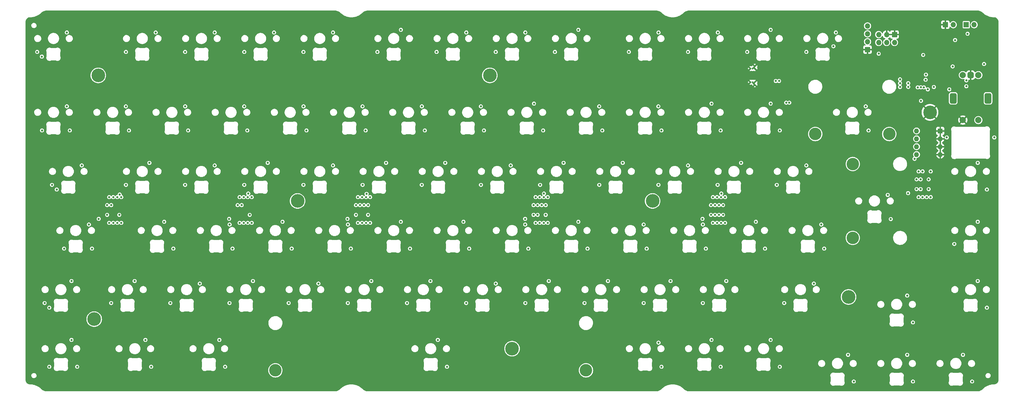
<source format=gbr>
%TF.GenerationSoftware,KiCad,Pcbnew,7.0.6*%
%TF.CreationDate,2024-01-15T18:39:28+00:00*%
%TF.ProjectId,MoonBoard,4d6f6f6e-426f-4617-9264-2e6b69636164,rev?*%
%TF.SameCoordinates,Original*%
%TF.FileFunction,Copper,L3,Inr*%
%TF.FilePolarity,Positive*%
%FSLAX46Y46*%
G04 Gerber Fmt 4.6, Leading zero omitted, Abs format (unit mm)*
G04 Created by KiCad (PCBNEW 7.0.6) date 2024-01-15 18:39:28*
%MOMM*%
%LPD*%
G01*
G04 APERTURE LIST*
G04 Aperture macros list*
%AMRoundRect*
0 Rectangle with rounded corners*
0 $1 Rounding radius*
0 $2 $3 $4 $5 $6 $7 $8 $9 X,Y pos of 4 corners*
0 Add a 4 corners polygon primitive as box body*
4,1,4,$2,$3,$4,$5,$6,$7,$8,$9,$2,$3,0*
0 Add four circle primitives for the rounded corners*
1,1,$1+$1,$2,$3*
1,1,$1+$1,$4,$5*
1,1,$1+$1,$6,$7*
1,1,$1+$1,$8,$9*
0 Add four rect primitives between the rounded corners*
20,1,$1+$1,$2,$3,$4,$5,0*
20,1,$1+$1,$4,$5,$6,$7,0*
20,1,$1+$1,$6,$7,$8,$9,0*
20,1,$1+$1,$8,$9,$2,$3,0*%
G04 Aperture macros list end*
%TA.AperFunction,ComponentPad*%
%ADD10C,0.700000*%
%TD*%
%TA.AperFunction,ComponentPad*%
%ADD11C,4.400000*%
%TD*%
%TA.AperFunction,ComponentPad*%
%ADD12R,1.700000X1.700000*%
%TD*%
%TA.AperFunction,ComponentPad*%
%ADD13O,1.700000X1.700000*%
%TD*%
%TA.AperFunction,ComponentPad*%
%ADD14C,4.000000*%
%TD*%
%TA.AperFunction,ComponentPad*%
%ADD15C,2.000000*%
%TD*%
%TA.AperFunction,ComponentPad*%
%ADD16RoundRect,0.500000X-0.500000X0.500000X-0.500000X-0.500000X0.500000X-0.500000X0.500000X0.500000X0*%
%TD*%
%TA.AperFunction,ComponentPad*%
%ADD17RoundRect,0.550000X-0.550000X1.150000X-0.550000X-1.150000X0.550000X-1.150000X0.550000X1.150000X0*%
%TD*%
%TA.AperFunction,ComponentPad*%
%ADD18C,0.600000*%
%TD*%
%TA.AperFunction,ComponentPad*%
%ADD19R,1.600000X1.600000*%
%TD*%
%TA.AperFunction,ComponentPad*%
%ADD20O,1.600000X1.600000*%
%TD*%
%TA.AperFunction,ViaPad*%
%ADD21C,0.700000*%
%TD*%
G04 APERTURE END LIST*
D10*
%TO.N,GND*%
%TO.C,H5*%
X332630000Y-100812050D03*
X333113274Y-99645324D03*
X333113274Y-101978776D03*
X334280000Y-99162050D03*
D11*
X334280000Y-100812050D03*
D10*
X334280000Y-102462050D03*
X335446726Y-99645324D03*
X335446726Y-101978776D03*
X335930000Y-100812050D03*
%TD*%
%TO.N,unconnected-(H3-Pad1)*%
%TO.C,H3*%
X190924000Y-88906250D03*
X191407274Y-87739524D03*
X191407274Y-90072976D03*
X192574000Y-87256250D03*
D11*
X192574000Y-88906250D03*
D10*
X192574000Y-90556250D03*
X193740726Y-87739524D03*
X193740726Y-90072976D03*
X194224000Y-88906250D03*
%TD*%
%TO.N,unconnected-(H2-Pad1)*%
%TO.C,H2*%
X243311500Y-129387500D03*
X243794774Y-128220774D03*
X243794774Y-130554226D03*
X244961500Y-127737500D03*
D11*
X244961500Y-129387500D03*
D10*
X244961500Y-131037500D03*
X246128226Y-128220774D03*
X246128226Y-130554226D03*
X246611500Y-129387500D03*
%TD*%
D12*
%TO.N,GND*%
%TO.C,JP1*%
X339220000Y-72550000D03*
D13*
%TO.N,/~{RESET}*%
X341760000Y-72550000D03*
%TD*%
D14*
%TO.N,*%
%TO.C,S1*%
X321161250Y-107797500D03*
X297348750Y-107797500D03*
%TD*%
%TO.N,*%
%TO.C,S3*%
X223530000Y-183997500D03*
X123517500Y-183997500D03*
%TD*%
D10*
%TO.N,unconnected-(H1-Pad1)*%
%TO.C,H1*%
X64842500Y-88906250D03*
X65325774Y-87739524D03*
X65325774Y-90072976D03*
X66492500Y-87256250D03*
D11*
X66492500Y-88906250D03*
D10*
X66492500Y-90556250D03*
X67659226Y-87739524D03*
X67659226Y-90072976D03*
X68142500Y-88906250D03*
%TD*%
%TO.N,unconnected-(H8-Pad1)*%
%TO.C,H8*%
X306414375Y-160343750D03*
X306897649Y-159177024D03*
X306897649Y-161510476D03*
X308064375Y-158693750D03*
D11*
X308064375Y-160343750D03*
D10*
X308064375Y-161993750D03*
X309231101Y-159177024D03*
X309231101Y-161510476D03*
X309714375Y-160343750D03*
%TD*%
D15*
%TO.N,/ENCODER_A*%
%TO.C,ENCODER1*%
X349855000Y-88800000D03*
%TO.N,/ENCODER_B*%
X344855000Y-88800000D03*
D16*
%TO.N,GND*%
X347355000Y-88800000D03*
D17*
%TO.N,N/C*%
X352955000Y-96300000D03*
X341755000Y-96300000D03*
D15*
%TO.N,GND*%
X344855000Y-103300000D03*
%TO.N,/ENCODER_SW*%
X349855000Y-103300000D03*
%TD*%
D14*
%TO.N,*%
%TO.C,S2*%
X309413750Y-117481250D03*
X309413750Y-141293750D03*
%TD*%
D10*
%TO.N,unconnected-(H6-Pad1)*%
%TO.C,H6*%
X198067500Y-177012500D03*
X198550774Y-175845774D03*
X198550774Y-178179226D03*
X199717500Y-175362500D03*
D11*
X199717500Y-177012500D03*
D10*
X199717500Y-178662500D03*
X200884226Y-175845774D03*
X200884226Y-178179226D03*
X201367500Y-177012500D03*
%TD*%
D12*
%TO.N,GND*%
%TO.C,OLED1*%
X314170000Y-80560000D03*
D13*
%TO.N,+3V3*%
X314170000Y-78020000D03*
%TO.N,/I2C1_SCL*%
X314170000Y-75480000D03*
%TO.N,/I2C1_SDA*%
X314170000Y-72940000D03*
%TD*%
D12*
%TO.N,+3V3*%
%TO.C,JP2*%
X345960000Y-72550000D03*
D13*
%TO.N,/BOOT0*%
X348500000Y-72550000D03*
%TD*%
D10*
%TO.N,unconnected-(H7-Pad1)*%
%TO.C,H7*%
X129011000Y-129387500D03*
X129494274Y-128220774D03*
X129494274Y-130554226D03*
X130661000Y-127737500D03*
D11*
X130661000Y-129387500D03*
D10*
X130661000Y-131037500D03*
X131827726Y-128220774D03*
X131827726Y-130554226D03*
X132311000Y-129387500D03*
%TD*%
D12*
%TO.N,GND*%
%TO.C,SWD1*%
X322855000Y-75725000D03*
D13*
%TO.N,/SWO*%
X322855000Y-78265000D03*
%TO.N,GND*%
X320315000Y-75725000D03*
%TO.N,/SWCLK*%
X320315000Y-78265000D03*
%TO.N,+3V3*%
X317775000Y-75725000D03*
%TO.N,/SWDIO*%
X317775000Y-78265000D03*
%TD*%
D10*
%TO.N,unconnected-(H4-Pad1)*%
%TO.C,H4*%
X63526875Y-167487500D03*
X64010149Y-166320774D03*
X64010149Y-168654226D03*
X65176875Y-165837500D03*
D11*
X65176875Y-167487500D03*
D10*
X65176875Y-169137500D03*
X66343601Y-166320774D03*
X66343601Y-168654226D03*
X66826875Y-167487500D03*
%TD*%
D18*
%TO.N,GND*%
%TO.C,USB1*%
X277880000Y-91900000D03*
X276480000Y-91100000D03*
X277180000Y-91100000D03*
X277880000Y-91100000D03*
X276480000Y-86700000D03*
X277180000Y-86700000D03*
X277880000Y-86700000D03*
X277880000Y-85950000D03*
%TD*%
D19*
%TO.N,GND*%
%TO.C,SW2*%
X337580000Y-106800000D03*
D20*
X337580000Y-109340000D03*
X337580000Y-111880000D03*
X337580000Y-114420000D03*
%TO.N,/SW_DIP_3*%
X329960000Y-114420000D03*
%TO.N,/SW_DIP_2*%
X329960000Y-111880000D03*
%TO.N,/SW_DIP_1*%
X329960000Y-109340000D03*
%TO.N,/SW_DIP_0*%
X329960000Y-106800000D03*
%TD*%
D21*
%TO.N,+5V*%
X66632500Y-135162500D03*
X281167500Y-144747499D03*
X189705000Y-124187501D03*
X51592500Y-124187501D03*
X95430000Y-106647499D03*
X204967500Y-144747499D03*
X76380000Y-106647499D03*
X246855000Y-124187501D03*
X285680000Y-90700000D03*
X208755000Y-124187501D03*
X309742500Y-187609999D03*
X285930000Y-182847499D03*
X287336250Y-162287501D03*
X175417500Y-81325001D03*
X166867500Y-144747499D03*
X287980000Y-97700000D03*
X46830000Y-81325001D03*
X266880000Y-182847499D03*
X262117500Y-144747499D03*
X83523750Y-182847499D03*
X107336250Y-182847499D03*
X49211250Y-162287501D03*
X109717500Y-144747499D03*
X266880000Y-106647499D03*
X284955000Y-124187501D03*
X321648750Y-135222499D03*
X185917500Y-144747499D03*
X156367500Y-81325001D03*
X300217500Y-144747499D03*
X113505000Y-81325001D03*
X114480000Y-106647499D03*
X224017500Y-144747499D03*
X127792500Y-162287501D03*
X261032500Y-135162500D03*
X70642500Y-162287501D03*
X170655000Y-124187501D03*
X209730000Y-106647499D03*
X151605000Y-124187501D03*
X146842500Y-162287501D03*
X57330000Y-106647499D03*
X75405000Y-124187501D03*
X184942500Y-162287501D03*
X133530000Y-106647499D03*
X256380000Y-81325001D03*
X213517500Y-81325001D03*
X178773750Y-182847499D03*
X261142500Y-162287501D03*
X203992500Y-162287501D03*
X328792500Y-187609999D03*
X228780000Y-106647499D03*
X75405000Y-81325001D03*
X285930000Y-106647499D03*
X203932500Y-135162500D03*
X190680000Y-106647499D03*
X227805000Y-124187501D03*
X223042500Y-162287501D03*
X237330000Y-81325001D03*
X247830000Y-106647499D03*
X342105000Y-143237501D03*
X284630000Y-90700000D03*
X146732500Y-135162500D03*
X152580000Y-106647499D03*
X165892500Y-162287501D03*
X352605000Y-163797499D03*
X303190000Y-79490000D03*
X327232500Y-126862500D03*
X94455000Y-81325001D03*
X90667500Y-144747499D03*
X294480000Y-81325001D03*
X247830000Y-182847499D03*
X328792500Y-168559999D03*
X132555000Y-124187501D03*
X128767500Y-144747499D03*
X288980000Y-97700000D03*
X94455000Y-124187501D03*
X132555000Y-81325001D03*
X113505000Y-124187501D03*
X171630000Y-106647499D03*
X64473750Y-144747499D03*
X89692500Y-162287501D03*
X243067500Y-144747499D03*
X275430000Y-81325001D03*
X108742500Y-162287501D03*
X347842500Y-187609999D03*
X352605000Y-125697499D03*
X108632500Y-135162500D03*
X59711250Y-182847499D03*
X242092500Y-162287501D03*
X265905000Y-124187501D03*
X314505000Y-106647499D03*
X194467500Y-81325001D03*
X147817500Y-144747499D03*
%TO.N,GND*%
X173605000Y-120905000D03*
X251077501Y-163797501D03*
X288980000Y-102600000D03*
X308880000Y-86510000D03*
X75405000Y-80365001D03*
X189705000Y-123227501D03*
X272182500Y-143237499D03*
X79292500Y-157962500D03*
X259330000Y-101855000D03*
X235517500Y-139955000D03*
X265030000Y-77000000D03*
X169788750Y-181337499D03*
X220767500Y-77957500D03*
X106930000Y-101855000D03*
X265365001Y-82835001D03*
X242092500Y-161327501D03*
X130280000Y-101770000D03*
X350755000Y-138912500D03*
X187430000Y-101770000D03*
X121217500Y-139955000D03*
X116555000Y-133875000D03*
X159317500Y-78042500D03*
X84390001Y-82835001D03*
X253132500Y-143237499D03*
X178367500Y-78042500D03*
X201717500Y-139870000D03*
X152580000Y-107607499D03*
X280130000Y-86000000D03*
X345992500Y-181775000D03*
X182667500Y-77957500D03*
X296321251Y-163797501D03*
X314505000Y-107607499D03*
X177905000Y-120820000D03*
X222502501Y-82835001D03*
X319798750Y-129387500D03*
X216005000Y-120820000D03*
X282680000Y-101770000D03*
X113505000Y-80365001D03*
X220767500Y-139870000D03*
X343620000Y-124187499D03*
X132555000Y-80365001D03*
X109717500Y-145707499D03*
X232027501Y-163797501D03*
X282280000Y-92600000D03*
X216467500Y-78042500D03*
X94455000Y-80365001D03*
X86445000Y-105137499D03*
X141540001Y-82835001D03*
X184942500Y-161327501D03*
X116455000Y-120905000D03*
X88817500Y-138912500D03*
X58196251Y-163797501D03*
X213155000Y-130725000D03*
X154555000Y-120905000D03*
X139805000Y-120820000D03*
X278380000Y-78042500D03*
X319807500Y-186099999D03*
X236790001Y-125697501D03*
X140267500Y-139955000D03*
X296967500Y-139870000D03*
X163617500Y-139870000D03*
X80273750Y-177970000D03*
X278380000Y-178055000D03*
X146732500Y-134202500D03*
X117392500Y-157962500D03*
X247830000Y-107607499D03*
X126917500Y-138912500D03*
X171223750Y-178055000D03*
X187892500Y-159005000D03*
X56461250Y-177970000D03*
X270127501Y-163797501D03*
X79627501Y-163797501D03*
X246855000Y-123227501D03*
X321242500Y-182817500D03*
X350755000Y-157962500D03*
X319807500Y-167049999D03*
X56461250Y-158920000D03*
X93580000Y-100812500D03*
X228780000Y-107607499D03*
X196955000Y-120820000D03*
X244580000Y-77957500D03*
X94455000Y-123227501D03*
X128767500Y-145707499D03*
X256380000Y-80365001D03*
X301730000Y-77957500D03*
X259330000Y-178055000D03*
X51592500Y-123227501D03*
X281167500Y-145707499D03*
X209730000Y-107607499D03*
X193592500Y-157962500D03*
X351080000Y-81910000D03*
X344592500Y-182732500D03*
X107336250Y-183807499D03*
X81682500Y-143237499D03*
X76380000Y-107607499D03*
X82655000Y-120820000D03*
X78355000Y-120905000D03*
X212642500Y-157962500D03*
X321648750Y-136182499D03*
X291232500Y-143237499D03*
X338095000Y-90800000D03*
X57861250Y-157962500D03*
X75973750Y-178055000D03*
X100732500Y-143237499D03*
X138832500Y-143237499D03*
X182667500Y-139870000D03*
X203452501Y-82835001D03*
X101705000Y-120820000D03*
X171630000Y-107607499D03*
X311255000Y-101770000D03*
X179305000Y-119862500D03*
X81673750Y-177012500D03*
X70642500Y-161327501D03*
X243067500Y-145707499D03*
X250742500Y-157962500D03*
X227805000Y-123227501D03*
X155955000Y-130725000D03*
X149330000Y-101770000D03*
X325542500Y-163682500D03*
X269792500Y-157962500D03*
X203992500Y-161327501D03*
X263630000Y-177970000D03*
X66632500Y-134202500D03*
X236455000Y-119862500D03*
X87417500Y-139870000D03*
X351090001Y-144747501D03*
X293605000Y-119862500D03*
X136442500Y-157962500D03*
X176923750Y-177012500D03*
X265905000Y-123227501D03*
X74538750Y-181337499D03*
X84055000Y-77000000D03*
X249342500Y-158920000D03*
X170655000Y-123227501D03*
X57861250Y-177012500D03*
X188830000Y-100812500D03*
X237330000Y-80365001D03*
X108632500Y-134202500D03*
X212977501Y-163797501D03*
X49580000Y-163797501D03*
X202180000Y-101855000D03*
X323872373Y-79499480D03*
X287336250Y-161327501D03*
X211855000Y-133875000D03*
X149792500Y-159005000D03*
X116455000Y-78042500D03*
X164080000Y-101855000D03*
X241217500Y-138912500D03*
X159317500Y-139955000D03*
X124545000Y-105137499D03*
X154092500Y-158920000D03*
X83523750Y-183807499D03*
X174542500Y-157962500D03*
X89692500Y-161327501D03*
X284080000Y-100812500D03*
X125980000Y-101855000D03*
X336320000Y-86860000D03*
X190680000Y-107607499D03*
X54080000Y-101770000D03*
X162645000Y-105137499D03*
X49780000Y-78042500D03*
X281130000Y-86000000D03*
X165892500Y-161327501D03*
X339340000Y-86900000D03*
X239817500Y-139870000D03*
X147817500Y-145707499D03*
X285930000Y-107607499D03*
X292080000Y-104100000D03*
X60577501Y-125697501D03*
X184067500Y-138912500D03*
X284415001Y-82835001D03*
X342305000Y-92725000D03*
X255505000Y-119862500D03*
X103105000Y-119862500D03*
X226930000Y-100812500D03*
X90667500Y-145707499D03*
X295986250Y-157962500D03*
X282680000Y-177970000D03*
X103105000Y-77000000D03*
X98677501Y-163797501D03*
X130742500Y-159005000D03*
X207880000Y-100812500D03*
X58842500Y-120820000D03*
X59711250Y-183807499D03*
X244580000Y-177970000D03*
X282680000Y-77957500D03*
X338857500Y-186099999D03*
X51980000Y-125697501D03*
X270255000Y-130725000D03*
X203932500Y-134202500D03*
X183130000Y-101855000D03*
X284955000Y-123227501D03*
X97405000Y-78042500D03*
X77892500Y-158920000D03*
X327232500Y-125902500D03*
X184402501Y-82835001D03*
X57330000Y-107607499D03*
X213517500Y-80365001D03*
X168842500Y-159005000D03*
X345055000Y-120905000D03*
X184067500Y-77000000D03*
X197417500Y-139955000D03*
X117727501Y-163797501D03*
X318167500Y-87900000D03*
X306955000Y-101855000D03*
X112630000Y-100812500D03*
X347842500Y-188569999D03*
X215032500Y-143237499D03*
X263630000Y-101770000D03*
X99786250Y-178055000D03*
X46830000Y-80365001D03*
X154655000Y-133875000D03*
X60242500Y-119862500D03*
X176932500Y-143237499D03*
X278380000Y-101855000D03*
X353680000Y-83410000D03*
X120755000Y-77957500D03*
X328792500Y-188569999D03*
X111692500Y-159005000D03*
X342105000Y-142277501D03*
X274555000Y-119862500D03*
X222167500Y-138912500D03*
X262117500Y-145707499D03*
X346380000Y-78210000D03*
X266880000Y-107607499D03*
X75855000Y-130725000D03*
X175523750Y-177970000D03*
X143595000Y-105137499D03*
X327580000Y-96500000D03*
X119782500Y-143237499D03*
X238845000Y-105137499D03*
X61223750Y-139870000D03*
X52161250Y-178055000D03*
X292205000Y-120820000D03*
X217740001Y-125697501D03*
X261032500Y-134202500D03*
X168380000Y-101770000D03*
X122490001Y-82835001D03*
X246315001Y-82835001D03*
X254105000Y-120820000D03*
X165017500Y-77000000D03*
X297430000Y-78042500D03*
X165352501Y-82835001D03*
X105495000Y-105137499D03*
X114480000Y-107607499D03*
X193927501Y-163797501D03*
X107867500Y-138912500D03*
X268392500Y-158920000D03*
X307892500Y-181775000D03*
X284080000Y-77000000D03*
X131680000Y-100812500D03*
X293940001Y-125697501D03*
X211242500Y-158920000D03*
X160255000Y-119862500D03*
X284080000Y-177012500D03*
X298367500Y-138912500D03*
X234082500Y-143237499D03*
X221230000Y-101855000D03*
X83117500Y-139955000D03*
X265030000Y-177012500D03*
X349355000Y-120820000D03*
X92180000Y-101770000D03*
X254567500Y-139955000D03*
X336455000Y-119850000D03*
X144567500Y-139870000D03*
X141205000Y-77000000D03*
X245980000Y-77000000D03*
X318398750Y-130345000D03*
X156367500Y-80365001D03*
X211705000Y-120905000D03*
X122155000Y-77000000D03*
X276945000Y-105137499D03*
X49780000Y-101855000D03*
X198355000Y-119862500D03*
X277917500Y-139870000D03*
X343620000Y-162287499D03*
X338380000Y-81700000D03*
X290286250Y-159005000D03*
X55480000Y-100812500D03*
X255840001Y-125697501D03*
X55815001Y-82835001D03*
X160590001Y-125697501D03*
X349355000Y-158920000D03*
X132555000Y-123227501D03*
X274890001Y-125697501D03*
X135505000Y-120905000D03*
X102167500Y-139955000D03*
X198690001Y-125697501D03*
X175417500Y-80365001D03*
X225992500Y-159005000D03*
X117855000Y-130725000D03*
X206942500Y-159005000D03*
X64473750Y-145707499D03*
X314098750Y-130430000D03*
X181695000Y-105137499D03*
X166867500Y-145707499D03*
X353980000Y-108900000D03*
X208755000Y-123227501D03*
X195982500Y-143237499D03*
X203117500Y-77000000D03*
X179640001Y-125697501D03*
X340680000Y-108900000D03*
X353600000Y-77845000D03*
X136777501Y-163797501D03*
X224017500Y-145707499D03*
X178773750Y-183807499D03*
X111230000Y-101770000D03*
X345055000Y-139955000D03*
X84390001Y-125697501D03*
X145030000Y-101855000D03*
X169780000Y-100812500D03*
X206480000Y-101770000D03*
X135505000Y-78042500D03*
X92642500Y-159005000D03*
X285930000Y-183807499D03*
X200745000Y-105137499D03*
X217405000Y-119862500D03*
X75405000Y-123227501D03*
X258867500Y-139870000D03*
X96942500Y-158920000D03*
X216467500Y-139955000D03*
X78355000Y-78042500D03*
X98342500Y-157962500D03*
X235055000Y-120820000D03*
X312663750Y-133712499D03*
X309742500Y-188569999D03*
X303130000Y-77000000D03*
X74555000Y-133875000D03*
X106467500Y-139870000D03*
X113505000Y-123227501D03*
X55488750Y-143237499D03*
X157882500Y-143237499D03*
X55480000Y-77000000D03*
X240280000Y-101855000D03*
X155827501Y-163797501D03*
X257895000Y-181337499D03*
X350755000Y-119862500D03*
X122490001Y-125697501D03*
X125517500Y-139870000D03*
X108742500Y-161327501D03*
X223042500Y-161327501D03*
X275430000Y-80365001D03*
X87880000Y-101855000D03*
X103440001Y-82835001D03*
X98351250Y-181337499D03*
X240280000Y-78042500D03*
X204967500Y-145707499D03*
X54080000Y-77957500D03*
X101705000Y-77957500D03*
X151605000Y-123227501D03*
X320967500Y-87900000D03*
X259330000Y-78042500D03*
X73592500Y-159005000D03*
X265030000Y-100812500D03*
X244580000Y-101770000D03*
X178367500Y-139955000D03*
X279317500Y-138912500D03*
X56923750Y-139955000D03*
X146842500Y-161327501D03*
X352605000Y-164757499D03*
X257895000Y-105137499D03*
X219795000Y-105137499D03*
X50726250Y-181337499D03*
X349355000Y-139870000D03*
X247830000Y-183807499D03*
X273617500Y-139955000D03*
X240280000Y-178055000D03*
X145967500Y-138912500D03*
X238845000Y-181337499D03*
X185917500Y-145707499D03*
X325799239Y-81426346D03*
X163617500Y-77957500D03*
X305520000Y-105137499D03*
X201717500Y-77957500D03*
X192655000Y-120905000D03*
X245980000Y-100812500D03*
X294586250Y-158920000D03*
X264092500Y-159005000D03*
X332100000Y-83300000D03*
X321242500Y-163767500D03*
X165017500Y-138912500D03*
X103440001Y-125697501D03*
X48345000Y-105137499D03*
X194467500Y-80365001D03*
X127792500Y-161327501D03*
X335155000Y-125575000D03*
X306492500Y-182732500D03*
X68830000Y-101855000D03*
X54542500Y-120905000D03*
X230292500Y-158920000D03*
X49211250Y-161327501D03*
X47230000Y-82835001D03*
X155492500Y-157962500D03*
X158855000Y-120820000D03*
X231692500Y-157962500D03*
X325680000Y-93800000D03*
X104086250Y-177970000D03*
X141540001Y-125697501D03*
X249805000Y-120905000D03*
X192192500Y-158920000D03*
X245980000Y-177012500D03*
X95430000Y-107607499D03*
X67395000Y-105137499D03*
X133530000Y-107607499D03*
X266880000Y-183807499D03*
X173142500Y-158920000D03*
X150730000Y-100812500D03*
X105486250Y-177012500D03*
X84055000Y-119862500D03*
X62623750Y-138912500D03*
X312655000Y-100812500D03*
X302192500Y-182817500D03*
X287905000Y-120905000D03*
X292667500Y-139955000D03*
X230755000Y-120905000D03*
X225530000Y-101770000D03*
X325542500Y-182732500D03*
X326942500Y-181775000D03*
X122155000Y-119862500D03*
X326942500Y-162725000D03*
X303465001Y-82835001D03*
X294480000Y-80365001D03*
X268855000Y-120905000D03*
X73130000Y-101770000D03*
X273155000Y-120820000D03*
X222167500Y-77000000D03*
X174877501Y-163797501D03*
X135042500Y-158920000D03*
X203117500Y-138912500D03*
X74530000Y-100812500D03*
X82655000Y-77957500D03*
X52161250Y-159005000D03*
X276945000Y-181337499D03*
X120755000Y-120820000D03*
X260267500Y-138912500D03*
X197417500Y-78042500D03*
X303210000Y-78530000D03*
X287980000Y-102600000D03*
X261142500Y-161327501D03*
X300757500Y-186099999D03*
X332080000Y-87675000D03*
X115992500Y-158920000D03*
X97405000Y-120905000D03*
X268955000Y-133875000D03*
X263630000Y-77957500D03*
X352605000Y-126657499D03*
X141205000Y-119862500D03*
X139805000Y-77957500D03*
X245042500Y-159005000D03*
X292080000Y-103100000D03*
X323480000Y-87480000D03*
X345055000Y-159005000D03*
X328792500Y-169519999D03*
X340292500Y-182817500D03*
X300217500Y-145707499D03*
%TO.N,/~{RESET}*%
X351680000Y-85220000D03*
X342360000Y-77500000D03*
X341580000Y-86000000D03*
%TO.N,/rgb_led/sk6812mini-e-rot/Din*%
X48330000Y-82835001D03*
X48380000Y-106647499D03*
%TO.N,/rgb_led/sk6812mini-e-rot27/Din*%
X50726250Y-182847499D03*
X50726250Y-163797501D03*
%TO.N,/multiplexers/keys/KEYS_0_0*%
X70005000Y-128150000D03*
X56380000Y-75062500D03*
%TO.N,/multiplexers/keys/KEYS_0_1*%
X84980000Y-75062500D03*
X72605000Y-128150000D03*
%TO.N,/multiplexers/keys/KEYS_0_2*%
X103980000Y-75062500D03*
X112005000Y-128150000D03*
%TO.N,/multiplexers/keys/KEYS_0_3*%
X123080000Y-75062500D03*
X114605000Y-128150000D03*
%TO.N,/multiplexers/keys/KEYS_0_4*%
X142080000Y-75062500D03*
X150105000Y-128150000D03*
%TO.N,/multiplexers/keys/KEYS_0_5*%
X163917500Y-74200000D03*
X152705000Y-128150000D03*
%TO.N,/multiplexers/keys/KEYS_0_6*%
X207955000Y-130725000D03*
X184980000Y-75062500D03*
%TO.N,/multiplexers/keys/KEYS_0_7*%
X203980000Y-75062500D03*
X208605000Y-128150000D03*
%TO.N,/multiplexers/keys/KEYS_0_8*%
X209905000Y-128150000D03*
X221067500Y-74200000D03*
%TO.N,/multiplexers/keys/KEYS_0_9*%
X266355000Y-130725000D03*
X246880000Y-75062500D03*
%TO.N,/multiplexers/keys/KEYS_0_10*%
X265705000Y-128150000D03*
X265980000Y-75062500D03*
%TO.N,/multiplexers/keys/KEYS_0_11*%
X267005000Y-128150000D03*
X282980000Y-74200000D03*
%TO.N,/multiplexers/keys/KEYS_1_1*%
X75380000Y-98875000D03*
X71305000Y-128150000D03*
%TO.N,/multiplexers/keys/KEYS_1_2*%
X94480000Y-98875000D03*
X112655000Y-130725000D03*
%TO.N,/multiplexers/keys/KEYS_1_3*%
X113480000Y-98875000D03*
X113305000Y-128150000D03*
%TO.N,/multiplexers/keys/KEYS_1_7*%
X189680000Y-98875000D03*
X206655000Y-130725000D03*
%TO.N,/multiplexers/keys/KEYS_1_8*%
X207305000Y-128150000D03*
X206780000Y-98000000D03*
%TO.N,/multiplexers/keys/KEYS_1_9*%
X210555000Y-130725000D03*
X227780000Y-98875000D03*
%TO.N,/multiplexers/keys/KEYS_1_10*%
X265055000Y-130725000D03*
X246830000Y-98875000D03*
%TO.N,/multiplexers/keys/KEYS_1_11*%
X263930000Y-98000000D03*
X264405000Y-128150000D03*
%TO.N,/multiplexers/keys/KEYS_2_0*%
X69355000Y-130725000D03*
X61180000Y-117925000D03*
%TO.N,/multiplexers/keys/KEYS_2_1*%
X82955000Y-117105500D03*
X73905000Y-128150000D03*
%TO.N,/multiplexers/keys/KEYS_2_2*%
X103980000Y-117925000D03*
X111355000Y-130725000D03*
%TO.N,/multiplexers/keys/KEYS_2_3*%
X121055000Y-117100000D03*
X115905000Y-128150000D03*
%TO.N,/multiplexers/keys/KEYS_2_5*%
X154005000Y-128150000D03*
X159155000Y-117100000D03*
%TO.N,/multiplexers/keys/KEYS_2_7*%
X199280000Y-117925000D03*
X207955000Y-133875000D03*
%TO.N,/multiplexers/keys/KEYS_2_8*%
X211205000Y-128150000D03*
X216305000Y-117100000D03*
%TO.N,/multiplexers/keys/KEYS_2_9*%
X235355000Y-117100000D03*
X209255000Y-130725000D03*
%TO.N,/multiplexers/keys/KEYS_2_10*%
X263755000Y-130725000D03*
X256380000Y-117925000D03*
%TO.N,/multiplexers/keys/KEYS_2_11*%
X268305000Y-128150000D03*
X273455000Y-117100000D03*
%TO.N,/multiplexers/keys/KEYS_2_12*%
X331255000Y-122425000D03*
X294480000Y-117925000D03*
%TO.N,/multiplexers/keys/KEYS_2_13*%
X329955000Y-122425000D03*
X320680000Y-127450000D03*
%TO.N,/multiplexers/keys/KEYS_2_14*%
X334505000Y-119850000D03*
X349655000Y-117100000D03*
%TO.N,/multiplexers/keys/KEYS_3_0*%
X63480000Y-136975000D03*
X69355000Y-133875000D03*
%TO.N,/multiplexers/keys/KEYS_3_1*%
X73255000Y-133875000D03*
X87717500Y-136100000D03*
%TO.N,/multiplexers/keys/KEYS_3_2*%
X112005000Y-136450000D03*
X108780000Y-136975000D03*
%TO.N,/multiplexers/keys/KEYS_3_3*%
X115255000Y-133875000D03*
X125817500Y-136100000D03*
%TO.N,/multiplexers/keys/KEYS_3_4*%
X146880000Y-136975000D03*
X149455000Y-133875000D03*
%TO.N,/multiplexers/keys/KEYS_3_5*%
X163917500Y-136100000D03*
X153355000Y-133875000D03*
%TO.N,/multiplexers/keys/KEYS_1_6*%
X170680000Y-98875000D03*
X153355000Y-130725000D03*
%TO.N,/multiplexers/keys/KEYS_1_4*%
X150755000Y-130725000D03*
X132580000Y-98875000D03*
%TO.N,/multiplexers/keys/KEYS_3_7*%
X203955000Y-136975000D03*
X207305000Y-136450000D03*
%TO.N,/multiplexers/keys/KEYS_4_12*%
X331255000Y-125575000D03*
X296880000Y-156025000D03*
%TO.N,/multiplexers/keys/KEYS_1_13*%
X330605000Y-119850000D03*
X313580000Y-98875000D03*
%TO.N,/multiplexers/keys/KEYS_3_9*%
X242080000Y-136975000D03*
X266355000Y-133875000D03*
%TO.N,/multiplexers/keys/KEYS_1_12*%
X282980000Y-98000000D03*
X267655000Y-130725000D03*
%TO.N,/multiplexers/keys/KEYS_3_11*%
X267655000Y-133875000D03*
X278217500Y-136100000D03*
%TO.N,/multiplexers/keys/KEYS_2_4*%
X149455000Y-130725000D03*
X142080000Y-117925000D03*
%TO.N,/multiplexers/keys/KEYS_4_0*%
X57861250Y-155200000D03*
X70005000Y-136450000D03*
%TO.N,/multiplexers/keys/KEYS_4_1*%
X72605000Y-136450000D03*
X78192500Y-155200000D03*
%TO.N,/multiplexers/keys/KEYS_4_2*%
X113305000Y-136450000D03*
X99180000Y-156025000D03*
%TO.N,/multiplexers/keys/KEYS_4_9*%
X211205000Y-136450000D03*
X230592500Y-155200000D03*
%TO.N,/multiplexers/keys/KEYS_4_3*%
X115905000Y-136450000D03*
X116292500Y-155200000D03*
%TO.N,/multiplexers/keys/KEYS_3_12*%
X299280000Y-136975000D03*
X329955000Y-125575000D03*
%TO.N,/multiplexers/keys/KEYS_5_3*%
X175823750Y-174200000D03*
X152705000Y-136450000D03*
%TO.N,/multiplexers/keys/KEYS_4_5*%
X151405000Y-136450000D03*
X154392500Y-155200000D03*
%TO.N,/multiplexers/keys/KEYS_4_6*%
X154005000Y-136450000D03*
X173442500Y-155200000D03*
%TO.N,/multiplexers/keys/KEYS_5_8*%
X333205000Y-128150000D03*
X326942500Y-179000000D03*
%TO.N,/multiplexers/keys/KEYS_5_0*%
X71305000Y-136450000D03*
X57861250Y-174200000D03*
%TO.N,/multiplexers/keys/KEYS_4_7*%
X194480000Y-156025000D03*
X208605000Y-136450000D03*
%TO.N,/multiplexers/keys/KEYS_2_6*%
X178205000Y-117100000D03*
X152055000Y-130725000D03*
%TO.N,/multiplexers/keys/KEYS_3_13*%
X349655000Y-136100000D03*
X333855000Y-122425000D03*
%TO.N,/multiplexers/keys/KEYS_4_11*%
X268692500Y-155200000D03*
X267005000Y-136450000D03*
%TO.N,/multiplexers/keys/KEYS_4_8*%
X209905000Y-136450000D03*
X211542500Y-155200000D03*
%TO.N,/multiplexers/keys/KEYS_4_10*%
X250742500Y-155200000D03*
X265055000Y-133875000D03*
%TO.N,/multiplexers/keys/KEYS_4_13*%
X333855000Y-125575000D03*
X349655000Y-155200000D03*
%TO.N,/multiplexers/keys/KEYS_4_14*%
X326942500Y-159900000D03*
X331905000Y-128150000D03*
%TO.N,/multiplexers/keys/KEYS_5_1*%
X81673750Y-174200000D03*
X73905000Y-136450000D03*
%TO.N,/multiplexers/keys/KEYS_1_5*%
X151580000Y-98875000D03*
X151405000Y-128150000D03*
%TO.N,/multiplexers/keys/KEYS_5_2*%
X105486250Y-174200000D03*
X114605000Y-136450000D03*
%TO.N,/multiplexers/keys/KEYS_4_4*%
X137380000Y-156025000D03*
X150105000Y-136450000D03*
%TO.N,/multiplexers/keys/KEYS_3_10*%
X261155000Y-136975000D03*
X263755000Y-133875000D03*
%TO.N,/multiplexers/keys/KEYS_1_0*%
X56380000Y-98875000D03*
X70655000Y-130725000D03*
%TO.N,/multiplexers/keys/KEYS_5_4*%
X264405000Y-136450000D03*
X246880000Y-175075000D03*
%TO.N,/multiplexers/keys/KEYS_5_5*%
X263930000Y-174200000D03*
X265705000Y-136450000D03*
%TO.N,/multiplexers/keys/KEYS_0_12*%
X303980000Y-75062500D03*
X331905000Y-119850000D03*
%TO.N,/multiplexers/keys/KEYS_3_6*%
X184067500Y-136100000D03*
X206655000Y-133875000D03*
%TO.N,/multiplexers/keys/KEYS_5_6*%
X282980000Y-174200000D03*
X268305000Y-136450000D03*
%TO.N,/multiplexers/keys/KEYS_3_8*%
X210555000Y-133875000D03*
X221067500Y-136100000D03*
%TO.N,/multiplexers/keys/KEYS_5_7*%
X307892500Y-179000000D03*
X330605000Y-128150000D03*
%TO.N,/multiplexers/keys/KEYS_5_9*%
X334505000Y-128150000D03*
X344892500Y-179000000D03*
%TO.N,/SWDIO*%
X317775000Y-81900000D03*
%TO.N,/BOOT0*%
X346380000Y-75475000D03*
X332080000Y-82300000D03*
%TO.N,/rgb_led/sk6812mini-e-rot38/Din*%
X55477499Y-144747499D03*
X53130000Y-125697501D03*
%TO.N,/ENCODER_A*%
X332874901Y-90300000D03*
%TO.N,/ENCODER_B*%
X333580000Y-93400000D03*
X340480000Y-93400000D03*
%TO.N,/ENCODER_SW*%
X332980000Y-88650000D03*
X345980000Y-90500000D03*
X345980000Y-92400000D03*
%TO.N,/DAC1_OUT2*%
X339680000Y-108900000D03*
%TO.N,/DAC1_OUT1*%
X354980000Y-108900000D03*
%TO.N,/ADC1_IN3*%
X335530000Y-92650000D03*
X73380000Y-127300000D03*
%TO.N,/ADC1_IN4*%
X114780000Y-127000000D03*
X332330000Y-92762750D03*
%TO.N,/ADC2_IN3*%
X152880000Y-127100000D03*
X331330000Y-92737250D03*
%TO.N,/ADC2_IN4*%
X209980000Y-127000000D03*
X330330000Y-92762750D03*
%TO.N,/ADC4_IN3*%
X329305000Y-115800000D03*
X324630000Y-92650000D03*
%TO.N,/ADC4_IN4*%
X267080000Y-127000000D03*
X324630000Y-91400000D03*
%TO.N,/SW_DIP_0*%
X327280000Y-91409266D03*
%TO.N,/SW_DIP_1*%
X327280000Y-92600000D03*
%TO.N,/SW_DIP_2*%
X324630000Y-90150000D03*
%TO.N,/SW_DIP_3*%
X331380000Y-97100000D03*
%TD*%
%TA.AperFunction,Conductor*%
%TO.N,GND*%
G36*
X337830000Y-114104314D02*
G01*
X337818045Y-114092359D01*
X337705148Y-114034835D01*
X337611481Y-114020000D01*
X337548519Y-114020000D01*
X337454852Y-114034835D01*
X337341955Y-114092359D01*
X337330000Y-114104314D01*
X337330000Y-112195685D01*
X337341955Y-112207641D01*
X337454852Y-112265165D01*
X337548519Y-112280000D01*
X337611481Y-112280000D01*
X337705148Y-112265165D01*
X337818045Y-112207641D01*
X337830000Y-112195685D01*
X337830000Y-114104314D01*
G37*
%TD.AperFunction*%
%TA.AperFunction,Conductor*%
G36*
X337830000Y-111564314D02*
G01*
X337818045Y-111552359D01*
X337705148Y-111494835D01*
X337611481Y-111480000D01*
X337548519Y-111480000D01*
X337454852Y-111494835D01*
X337341955Y-111552359D01*
X337330000Y-111564314D01*
X337330000Y-109655685D01*
X337341955Y-109667641D01*
X337454852Y-109725165D01*
X337548519Y-109740000D01*
X337611481Y-109740000D01*
X337705148Y-109725165D01*
X337818045Y-109667641D01*
X337830000Y-109655685D01*
X337830000Y-111564314D01*
G37*
%TD.AperFunction*%
%TA.AperFunction,Conductor*%
G36*
X337830000Y-109024314D02*
G01*
X337818045Y-109012359D01*
X337705148Y-108954835D01*
X337611481Y-108940000D01*
X337548519Y-108940000D01*
X337454852Y-108954835D01*
X337341955Y-109012359D01*
X337330000Y-109024314D01*
X337330000Y-107115685D01*
X337341955Y-107127641D01*
X337454852Y-107185165D01*
X337548519Y-107200000D01*
X337611481Y-107200000D01*
X337705148Y-107185165D01*
X337818045Y-107127641D01*
X337830000Y-107115685D01*
X337830000Y-109024314D01*
G37*
%TD.AperFunction*%
%TA.AperFunction,Conductor*%
G36*
X322395507Y-75515156D02*
G01*
X322355000Y-75653111D01*
X322355000Y-75796889D01*
X322395507Y-75934844D01*
X322421314Y-75975000D01*
X320748686Y-75975000D01*
X320774493Y-75934844D01*
X320815000Y-75796889D01*
X320815000Y-75653111D01*
X320774493Y-75515156D01*
X320748686Y-75475000D01*
X322421314Y-75475000D01*
X322395507Y-75515156D01*
G37*
%TD.AperFunction*%
%TA.AperFunction,Conductor*%
G36*
X142667509Y-67975595D02*
G01*
X142938838Y-67990647D01*
X142945663Y-67991406D01*
X143211957Y-68036092D01*
X143218654Y-68037601D01*
X143478385Y-68111471D01*
X143484862Y-68113708D01*
X143734827Y-68215853D01*
X143741029Y-68218798D01*
X143741048Y-68218809D01*
X143978146Y-68347958D01*
X143983987Y-68351572D01*
X144058018Y-68403271D01*
X144205372Y-68506174D01*
X144210771Y-68510407D01*
X144327897Y-68613227D01*
X144414980Y-68689674D01*
X144417496Y-68692009D01*
X144452693Y-68726541D01*
X144469426Y-68742957D01*
X144469459Y-68742984D01*
X144501617Y-68774533D01*
X144565034Y-68836749D01*
X144565039Y-68836753D01*
X144565043Y-68836757D01*
X144686479Y-68937842D01*
X144885373Y-69103405D01*
X144885372Y-69103404D01*
X145226390Y-69343031D01*
X145585819Y-69554040D01*
X145585820Y-69554040D01*
X145961261Y-69735021D01*
X146099915Y-69788403D01*
X146350219Y-69884772D01*
X146350226Y-69884774D01*
X146350227Y-69884775D01*
X146750091Y-70002292D01*
X147158220Y-70086800D01*
X147158225Y-70086800D01*
X147158227Y-70086801D01*
X147270824Y-70100664D01*
X147571889Y-70137732D01*
X147571890Y-70137732D01*
X147988333Y-70154747D01*
X148404776Y-70137732D01*
X148404777Y-70137732D01*
X148705841Y-70100664D01*
X148818439Y-70086801D01*
X148818440Y-70086800D01*
X148818446Y-70086800D01*
X149226575Y-70002292D01*
X149626439Y-69884775D01*
X149626440Y-69884774D01*
X149626439Y-69884774D01*
X149626447Y-69884772D01*
X149876750Y-69788403D01*
X150015405Y-69735021D01*
X150390846Y-69554040D01*
X150390847Y-69554040D01*
X150750276Y-69343031D01*
X151091294Y-69103404D01*
X151091293Y-69103405D01*
X151411620Y-68836760D01*
X151419066Y-68829455D01*
X151506410Y-68743765D01*
X151506461Y-68743723D01*
X151513361Y-68736953D01*
X151559188Y-68691990D01*
X151561688Y-68689672D01*
X151579896Y-68673687D01*
X151765899Y-68510402D01*
X151771290Y-68506174D01*
X151992685Y-68351567D01*
X151998507Y-68347964D01*
X152235648Y-68218792D01*
X152241831Y-68215857D01*
X152457810Y-68127601D01*
X152491790Y-68113717D01*
X152498275Y-68111476D01*
X152758009Y-68037608D01*
X152764679Y-68036104D01*
X153030999Y-67991419D01*
X153037820Y-67990660D01*
X153200583Y-67981634D01*
X153309490Y-67975595D01*
X153312922Y-67975500D01*
X153376749Y-67975502D01*
X153376752Y-67975500D01*
X153385372Y-67975501D01*
X153385401Y-67975500D01*
X246033235Y-67975500D01*
X246097400Y-67975500D01*
X246100836Y-67975595D01*
X246372171Y-67990650D01*
X246378995Y-67991409D01*
X246645293Y-68036095D01*
X246651994Y-68037605D01*
X246911721Y-68111472D01*
X246918199Y-68113709D01*
X247168176Y-68215855D01*
X247174374Y-68218799D01*
X247411506Y-68347960D01*
X247417341Y-68351571D01*
X247638735Y-68506168D01*
X247644140Y-68510407D01*
X247847884Y-68689253D01*
X247850411Y-68691598D01*
X247885976Y-68726501D01*
X247886030Y-68726541D01*
X247903575Y-68743754D01*
X247903590Y-68743767D01*
X247934951Y-68774533D01*
X247998368Y-68836749D01*
X247998373Y-68836753D01*
X247998377Y-68836757D01*
X248119813Y-68937842D01*
X248318707Y-69103405D01*
X248318706Y-69103404D01*
X248659724Y-69343031D01*
X249019153Y-69554040D01*
X249019154Y-69554040D01*
X249394595Y-69735021D01*
X249533249Y-69788403D01*
X249783553Y-69884772D01*
X249783560Y-69884774D01*
X249783561Y-69884775D01*
X250183425Y-70002292D01*
X250591554Y-70086800D01*
X250591559Y-70086800D01*
X250591561Y-70086801D01*
X250704158Y-70100664D01*
X251005223Y-70137732D01*
X251005224Y-70137732D01*
X251421667Y-70154747D01*
X251838110Y-70137732D01*
X251838111Y-70137732D01*
X252139175Y-70100664D01*
X252251773Y-70086801D01*
X252251774Y-70086800D01*
X252251780Y-70086800D01*
X252659909Y-70002292D01*
X253059773Y-69884775D01*
X253059774Y-69884774D01*
X253059773Y-69884774D01*
X253059781Y-69884772D01*
X253310084Y-69788403D01*
X253448739Y-69735021D01*
X253824180Y-69554040D01*
X253824181Y-69554040D01*
X254183610Y-69343031D01*
X254524628Y-69103404D01*
X254524627Y-69103405D01*
X254844954Y-68836760D01*
X254852400Y-68829455D01*
X254939743Y-68743766D01*
X254939781Y-68743735D01*
X254946681Y-68736964D01*
X254946683Y-68736964D01*
X254992507Y-68692005D01*
X254995011Y-68689683D01*
X255199225Y-68510413D01*
X255204634Y-68506172D01*
X255286679Y-68448877D01*
X255426021Y-68351569D01*
X255431843Y-68347966D01*
X255668978Y-68218796D01*
X255675163Y-68215859D01*
X255925143Y-68113707D01*
X255931609Y-68111474D01*
X256191350Y-68037602D01*
X256198036Y-68036095D01*
X256464338Y-67991407D01*
X256471161Y-67990649D01*
X256742528Y-67975595D01*
X256745963Y-67975500D01*
X256810093Y-67975500D01*
X349466575Y-67975500D01*
X349466579Y-67975501D01*
X349530747Y-67975500D01*
X349534182Y-67975595D01*
X349805505Y-67990645D01*
X349812333Y-67991404D01*
X349905713Y-68007074D01*
X350078615Y-68036088D01*
X350085321Y-68037599D01*
X350171830Y-68062203D01*
X350345049Y-68111469D01*
X350351529Y-68113708D01*
X350601480Y-68215853D01*
X350607680Y-68218797D01*
X350844785Y-68347956D01*
X350844793Y-68347960D01*
X350850637Y-68351576D01*
X350989959Y-68448877D01*
X351072008Y-68506178D01*
X351077411Y-68510415D01*
X351282091Y-68690107D01*
X351284586Y-68692423D01*
X351285425Y-68693247D01*
X351319316Y-68726501D01*
X351332953Y-68739882D01*
X351332993Y-68739916D01*
X351424260Y-68829458D01*
X351727521Y-69084000D01*
X351727525Y-69084002D01*
X351727524Y-69084002D01*
X352049600Y-69314271D01*
X352388551Y-69518882D01*
X352388551Y-69518881D01*
X352388557Y-69518885D01*
X352742354Y-69696612D01*
X353108862Y-69846382D01*
X353108868Y-69846384D01*
X353108867Y-69846384D01*
X353485869Y-69967292D01*
X353485870Y-69967292D01*
X353485876Y-69967294D01*
X353777566Y-70036440D01*
X353871123Y-70058619D01*
X353871125Y-70058619D01*
X353871128Y-70058620D01*
X354015041Y-70081132D01*
X354262303Y-70119812D01*
X354514669Y-70139430D01*
X354657036Y-70150499D01*
X354774671Y-70150499D01*
X354774679Y-70150500D01*
X354789113Y-70150500D01*
X354852791Y-70150500D01*
X354857213Y-70150657D01*
X355059564Y-70165130D01*
X355077069Y-70167647D01*
X355268800Y-70209356D01*
X355285758Y-70214335D01*
X355469618Y-70282912D01*
X355485698Y-70290256D01*
X355643302Y-70376315D01*
X355657907Y-70384290D01*
X355672790Y-70393855D01*
X355829864Y-70511439D01*
X355843236Y-70523025D01*
X355981980Y-70661770D01*
X355993565Y-70675141D01*
X356111145Y-70832210D01*
X356120710Y-70847093D01*
X356214743Y-71019301D01*
X356222093Y-71035395D01*
X356290661Y-71219235D01*
X356295645Y-71236210D01*
X356337351Y-71427931D01*
X356339869Y-71445442D01*
X356354342Y-71647789D01*
X356354500Y-71652213D01*
X356354500Y-187047786D01*
X356354342Y-187052210D01*
X356339869Y-187254557D01*
X356337351Y-187272068D01*
X356295645Y-187463789D01*
X356290661Y-187480764D01*
X356222093Y-187664604D01*
X356214743Y-187680698D01*
X356120710Y-187852906D01*
X356111145Y-187867789D01*
X355993565Y-188024858D01*
X355981980Y-188038229D01*
X355843236Y-188176974D01*
X355829864Y-188188560D01*
X355672790Y-188306144D01*
X355657907Y-188315709D01*
X355485704Y-188409740D01*
X355469611Y-188417090D01*
X355285767Y-188485661D01*
X355268791Y-188490645D01*
X355077072Y-188532351D01*
X355059561Y-188534869D01*
X354876483Y-188547963D01*
X354857213Y-188549342D01*
X354852791Y-188549500D01*
X354789111Y-188549500D01*
X354654648Y-188549499D01*
X354654647Y-188549499D01*
X354654646Y-188549499D01*
X354255176Y-188580931D01*
X353859397Y-188643602D01*
X353619120Y-188701274D01*
X353469766Y-188737122D01*
X353469762Y-188737123D01*
X353469763Y-188737123D01*
X353088667Y-188860917D01*
X352863546Y-188954141D01*
X352718448Y-189014227D01*
X352361397Y-189196104D01*
X352019714Y-189405427D01*
X351695502Y-189640908D01*
X351390761Y-189901094D01*
X351296758Y-189995064D01*
X351278221Y-190013594D01*
X351278220Y-190013593D01*
X351278217Y-190013598D01*
X351250301Y-190041503D01*
X351247774Y-190043891D01*
X351042679Y-190227110D01*
X351037240Y-190231447D01*
X350814346Y-190389550D01*
X350808455Y-190393250D01*
X350569279Y-190525404D01*
X350563011Y-190528421D01*
X350310533Y-190632977D01*
X350303967Y-190635274D01*
X350041378Y-190710910D01*
X350034600Y-190712456D01*
X349765191Y-190758225D01*
X349758284Y-190759004D01*
X349484144Y-190774402D01*
X349480667Y-190774500D01*
X256796431Y-190774500D01*
X256792955Y-190774402D01*
X256518379Y-190758985D01*
X256511466Y-190758206D01*
X256242054Y-190712443D01*
X256235279Y-190710897D01*
X255972678Y-190635264D01*
X255966120Y-190632969D01*
X255713646Y-190528420D01*
X255707378Y-190525403D01*
X255468186Y-190393247D01*
X255462300Y-190389550D01*
X255239395Y-190231445D01*
X255233974Y-190227123D01*
X255029165Y-190044164D01*
X255026650Y-190041788D01*
X254919238Y-189934414D01*
X254878440Y-189893630D01*
X254556513Y-189621062D01*
X254556511Y-189621060D01*
X254556508Y-189621058D01*
X254254401Y-189405424D01*
X254213182Y-189376003D01*
X254143292Y-189334370D01*
X253850790Y-189160127D01*
X253471813Y-188974906D01*
X253078843Y-188821608D01*
X253078844Y-188821608D01*
X253078840Y-188821606D01*
X253078838Y-188821606D01*
X252674548Y-188701274D01*
X252381730Y-188639891D01*
X252261710Y-188614731D01*
X252261706Y-188614730D01*
X252261704Y-188614730D01*
X251981524Y-188579814D01*
X251843125Y-188562567D01*
X251421667Y-188545139D01*
X251000208Y-188562567D01*
X250861808Y-188579814D01*
X250581629Y-188614730D01*
X250581626Y-188614730D01*
X250581623Y-188614731D01*
X250461602Y-188639891D01*
X250168785Y-188701274D01*
X249764495Y-188821606D01*
X249764492Y-188821606D01*
X249764489Y-188821608D01*
X249764490Y-188821608D01*
X249371520Y-188974906D01*
X248992543Y-189160127D01*
X248630147Y-189376007D01*
X248286825Y-189621058D01*
X248286821Y-189621060D01*
X248286820Y-189621062D01*
X248205255Y-189690121D01*
X247964892Y-189893631D01*
X247863437Y-189995049D01*
X247863421Y-189995064D01*
X247816952Y-190041519D01*
X247814439Y-190043895D01*
X247752226Y-190099477D01*
X247609341Y-190227130D01*
X247603901Y-190231467D01*
X247381024Y-190389566D01*
X247375132Y-190393267D01*
X247135950Y-190525425D01*
X247129682Y-190528443D01*
X246877215Y-190632993D01*
X246870649Y-190635290D01*
X246608061Y-190710923D01*
X246601278Y-190712470D01*
X246331874Y-190758231D01*
X246324961Y-190759009D01*
X246050730Y-190774402D01*
X246047254Y-190774499D01*
X245979023Y-190774499D01*
X245979007Y-190774500D01*
X153363104Y-190774500D01*
X153359627Y-190774402D01*
X153085049Y-190758983D01*
X153078136Y-190758204D01*
X152808726Y-190712439D01*
X152801944Y-190710892D01*
X152539352Y-190635259D01*
X152532787Y-190632963D01*
X152280308Y-190528413D01*
X152274040Y-190525396D01*
X152034855Y-190393246D01*
X152028964Y-190389546D01*
X151806065Y-190231448D01*
X151800626Y-190227111D01*
X151657747Y-190099479D01*
X151595888Y-190044221D01*
X151593373Y-190041844D01*
X151485905Y-189934414D01*
X151445107Y-189893630D01*
X151123180Y-189621062D01*
X151123178Y-189621060D01*
X151123175Y-189621058D01*
X150821068Y-189405424D01*
X150779849Y-189376003D01*
X150709959Y-189334370D01*
X150417457Y-189160127D01*
X150038480Y-188974906D01*
X149645510Y-188821608D01*
X149645511Y-188821608D01*
X149645507Y-188821606D01*
X149645505Y-188821606D01*
X149241215Y-188701274D01*
X148948397Y-188639891D01*
X148828377Y-188614731D01*
X148828373Y-188614730D01*
X148828371Y-188614730D01*
X148548191Y-188579814D01*
X148409792Y-188562567D01*
X147988334Y-188545139D01*
X147566875Y-188562567D01*
X147428475Y-188579814D01*
X147148296Y-188614730D01*
X147148293Y-188614730D01*
X147148290Y-188614731D01*
X147028269Y-188639891D01*
X146735452Y-188701274D01*
X146331162Y-188821606D01*
X146331159Y-188821606D01*
X146331156Y-188821608D01*
X146331157Y-188821608D01*
X145938187Y-188974906D01*
X145559210Y-189160127D01*
X145196814Y-189376007D01*
X144853492Y-189621058D01*
X144853488Y-189621060D01*
X144853487Y-189621062D01*
X144771922Y-189690121D01*
X144531559Y-189893631D01*
X144411553Y-190013592D01*
X144411549Y-190013598D01*
X144383632Y-190041506D01*
X144381105Y-190043895D01*
X144176015Y-190227113D01*
X144170575Y-190231449D01*
X143947689Y-190389547D01*
X143941798Y-190393247D01*
X143702610Y-190525407D01*
X143696342Y-190528424D01*
X143443876Y-190632973D01*
X143437309Y-190635270D01*
X143174721Y-190710903D01*
X143167938Y-190712450D01*
X142898532Y-190758214D01*
X142891619Y-190758993D01*
X142617186Y-190774402D01*
X142613710Y-190774500D01*
X49997665Y-190774500D01*
X49997649Y-190774499D01*
X49929755Y-190774499D01*
X49926280Y-190774402D01*
X49651707Y-190758988D01*
X49644794Y-190758209D01*
X49375386Y-190712447D01*
X49368604Y-190710900D01*
X49237311Y-190673086D01*
X49106013Y-190635270D01*
X49099452Y-190632975D01*
X49099447Y-190632973D01*
X49046038Y-190610856D01*
X48846977Y-190528425D01*
X48840709Y-190525407D01*
X48601523Y-190393253D01*
X48595644Y-190389560D01*
X48421700Y-190266180D01*
X48372751Y-190231460D01*
X48367311Y-190227123D01*
X48162429Y-190044094D01*
X48159901Y-190041705D01*
X48019236Y-189901090D01*
X47857401Y-189762917D01*
X47714498Y-189640907D01*
X47390286Y-189405426D01*
X47048602Y-189196102D01*
X46691551Y-189014225D01*
X46568870Y-188963422D01*
X46321332Y-188860915D01*
X45940234Y-188737121D01*
X45940231Y-188737120D01*
X45790885Y-188701274D01*
X45550599Y-188643600D01*
X45154820Y-188580930D01*
X44755350Y-188549498D01*
X44557213Y-188549498D01*
X44552788Y-188549340D01*
X44350444Y-188534869D01*
X44332931Y-188532351D01*
X44141212Y-188490646D01*
X44124236Y-188485662D01*
X43940390Y-188417090D01*
X43924298Y-188409740D01*
X43752095Y-188315711D01*
X43737210Y-188306146D01*
X43737207Y-188306144D01*
X43580132Y-188188558D01*
X43566762Y-188176972D01*
X43428027Y-188038237D01*
X43416441Y-188024867D01*
X43396334Y-187998007D01*
X302188964Y-187998007D01*
X302206719Y-188179740D01*
X302206720Y-188179743D01*
X302257079Y-188355259D01*
X302257081Y-188355263D01*
X302338383Y-188518770D01*
X302447937Y-188664853D01*
X302447938Y-188664854D01*
X302447939Y-188664855D01*
X302582131Y-188788695D01*
X302736524Y-188886198D01*
X302863184Y-188936971D01*
X302906013Y-188954140D01*
X302906014Y-188954140D01*
X302906016Y-188954141D01*
X303085006Y-188990280D01*
X303085000Y-188990280D01*
X303101320Y-188990560D01*
X303267582Y-188993421D01*
X303447710Y-188963459D01*
X303619439Y-188901385D01*
X303637366Y-188890937D01*
X303638653Y-188890296D01*
X303641474Y-188888646D01*
X303641477Y-188888646D01*
X303669170Y-188872457D01*
X303731784Y-188855509D01*
X303763792Y-188855519D01*
X303763796Y-188855517D01*
X303767665Y-188855519D01*
X303767984Y-188855499D01*
X305253258Y-188855499D01*
X305315795Y-188872424D01*
X305343690Y-188888717D01*
X305346414Y-188890308D01*
X305347920Y-188891058D01*
X305365579Y-188901349D01*
X305365581Y-188901350D01*
X305537295Y-188963419D01*
X305537301Y-188963421D01*
X305717421Y-188993381D01*
X305891582Y-188990384D01*
X305899993Y-188990240D01*
X306078965Y-188954105D01*
X306078967Y-188954104D01*
X306078974Y-188954103D01*
X306248459Y-188886162D01*
X306402845Y-188788663D01*
X306537031Y-188664828D01*
X306646583Y-188518748D01*
X306727882Y-188355250D01*
X306778241Y-188179736D01*
X306795996Y-187998005D01*
X306780560Y-187816064D01*
X306732444Y-187639922D01*
X306723472Y-187621226D01*
X306723060Y-187620203D01*
X306721521Y-187617005D01*
X306718150Y-187609999D01*
X309087222Y-187609999D01*
X309106262Y-187766817D01*
X309146156Y-187872007D01*
X309162280Y-187914522D01*
X309252017Y-188044529D01*
X309370260Y-188149282D01*
X309370262Y-188149283D01*
X309510134Y-188222695D01*
X309663514Y-188260499D01*
X309663515Y-188260499D01*
X309821485Y-188260499D01*
X309974865Y-188222695D01*
X310114740Y-188149282D01*
X310232983Y-188044529D01*
X310265095Y-187998007D01*
X321238964Y-187998007D01*
X321256719Y-188179740D01*
X321256720Y-188179743D01*
X321307079Y-188355259D01*
X321307081Y-188355263D01*
X321388383Y-188518770D01*
X321497937Y-188664853D01*
X321497938Y-188664854D01*
X321497939Y-188664855D01*
X321632131Y-188788695D01*
X321786524Y-188886198D01*
X321913184Y-188936971D01*
X321956013Y-188954140D01*
X321956014Y-188954140D01*
X321956016Y-188954141D01*
X322135006Y-188990280D01*
X322135000Y-188990280D01*
X322151320Y-188990560D01*
X322317582Y-188993421D01*
X322497710Y-188963459D01*
X322669439Y-188901385D01*
X322687366Y-188890937D01*
X322688653Y-188890296D01*
X322691474Y-188888646D01*
X322691477Y-188888646D01*
X322719170Y-188872457D01*
X322781784Y-188855509D01*
X322813792Y-188855519D01*
X322813796Y-188855517D01*
X322817665Y-188855519D01*
X322817984Y-188855499D01*
X324303258Y-188855499D01*
X324365795Y-188872424D01*
X324393690Y-188888717D01*
X324396414Y-188890308D01*
X324397920Y-188891058D01*
X324415579Y-188901349D01*
X324415581Y-188901350D01*
X324587295Y-188963419D01*
X324587301Y-188963421D01*
X324767421Y-188993381D01*
X324941582Y-188990384D01*
X324949993Y-188990240D01*
X325128965Y-188954105D01*
X325128967Y-188954104D01*
X325128974Y-188954103D01*
X325298459Y-188886162D01*
X325452845Y-188788663D01*
X325587031Y-188664828D01*
X325696583Y-188518748D01*
X325777882Y-188355250D01*
X325828241Y-188179736D01*
X325845996Y-187998005D01*
X325830560Y-187816064D01*
X325782444Y-187639922D01*
X325773472Y-187621226D01*
X325773060Y-187620203D01*
X325771521Y-187617005D01*
X325768150Y-187609999D01*
X328137222Y-187609999D01*
X328156262Y-187766817D01*
X328196156Y-187872007D01*
X328212280Y-187914522D01*
X328302017Y-188044529D01*
X328420260Y-188149282D01*
X328420262Y-188149283D01*
X328560134Y-188222695D01*
X328713514Y-188260499D01*
X328713515Y-188260499D01*
X328871485Y-188260499D01*
X329024865Y-188222695D01*
X329164740Y-188149282D01*
X329282983Y-188044529D01*
X329315095Y-187998007D01*
X340288964Y-187998007D01*
X340306719Y-188179740D01*
X340306720Y-188179743D01*
X340357079Y-188355259D01*
X340357081Y-188355263D01*
X340438383Y-188518770D01*
X340547937Y-188664853D01*
X340547938Y-188664854D01*
X340547939Y-188664855D01*
X340682131Y-188788695D01*
X340836524Y-188886198D01*
X340963184Y-188936971D01*
X341006013Y-188954140D01*
X341006014Y-188954140D01*
X341006016Y-188954141D01*
X341185006Y-188990280D01*
X341185000Y-188990280D01*
X341201320Y-188990560D01*
X341367582Y-188993421D01*
X341547710Y-188963459D01*
X341719439Y-188901385D01*
X341737366Y-188890937D01*
X341738653Y-188890296D01*
X341741474Y-188888646D01*
X341741477Y-188888646D01*
X341769170Y-188872457D01*
X341831784Y-188855509D01*
X341863792Y-188855519D01*
X341863796Y-188855517D01*
X341867665Y-188855519D01*
X341867984Y-188855499D01*
X343353258Y-188855499D01*
X343415795Y-188872424D01*
X343443690Y-188888717D01*
X343446414Y-188890308D01*
X343447920Y-188891058D01*
X343465579Y-188901349D01*
X343465581Y-188901350D01*
X343637295Y-188963419D01*
X343637301Y-188963421D01*
X343817421Y-188993381D01*
X343991582Y-188990384D01*
X343999993Y-188990240D01*
X344178965Y-188954105D01*
X344178967Y-188954104D01*
X344178974Y-188954103D01*
X344348459Y-188886162D01*
X344502845Y-188788663D01*
X344637031Y-188664828D01*
X344746583Y-188518748D01*
X344827882Y-188355250D01*
X344878241Y-188179736D01*
X344895996Y-187998005D01*
X344880560Y-187816064D01*
X344832444Y-187639922D01*
X344823472Y-187621226D01*
X344823060Y-187620203D01*
X344821521Y-187617005D01*
X344818150Y-187609999D01*
X347187222Y-187609999D01*
X347206262Y-187766817D01*
X347246156Y-187872007D01*
X347262280Y-187914522D01*
X347352017Y-188044529D01*
X347470260Y-188149282D01*
X347470262Y-188149283D01*
X347610134Y-188222695D01*
X347763514Y-188260499D01*
X347763515Y-188260499D01*
X347921485Y-188260499D01*
X348074865Y-188222695D01*
X348074864Y-188222695D01*
X348214740Y-188149282D01*
X348332983Y-188044529D01*
X348422720Y-187914522D01*
X348478737Y-187766817D01*
X348497778Y-187609999D01*
X348483452Y-187492008D01*
X348478737Y-187453180D01*
X348457492Y-187397163D01*
X348422720Y-187305476D01*
X348332983Y-187175469D01*
X348214740Y-187070716D01*
X348214738Y-187070715D01*
X348214737Y-187070714D01*
X348074865Y-186997302D01*
X347921486Y-186959499D01*
X347921485Y-186959499D01*
X347763515Y-186959499D01*
X347763514Y-186959499D01*
X347610134Y-186997302D01*
X347470262Y-187070714D01*
X347352016Y-187175470D01*
X347262281Y-187305474D01*
X347262280Y-187305475D01*
X347206262Y-187453180D01*
X347187222Y-187609998D01*
X347187222Y-187609999D01*
X344818150Y-187609999D01*
X344806979Y-187586781D01*
X344805261Y-187583210D01*
X344792999Y-187529446D01*
X344792999Y-186222120D01*
X344793021Y-186221778D01*
X344793008Y-186180608D01*
X344805297Y-186126746D01*
X344821480Y-186093159D01*
X344821480Y-186093155D01*
X344823005Y-186089992D01*
X344823389Y-186089035D01*
X344823496Y-186088813D01*
X344832481Y-186070092D01*
X344880599Y-185893943D01*
X344896036Y-185711994D01*
X344890414Y-185654449D01*
X352139801Y-185654449D01*
X352149651Y-185836127D01*
X352149653Y-185836134D01*
X352198326Y-186011443D01*
X352198329Y-186011449D01*
X352283555Y-186172202D01*
X352345163Y-186244732D01*
X352401347Y-186310877D01*
X352546196Y-186420988D01*
X352711329Y-186497387D01*
X352889025Y-186536500D01*
X352889028Y-186536500D01*
X353025353Y-186536500D01*
X353025359Y-186536500D01*
X353160883Y-186521761D01*
X353333309Y-186463664D01*
X353489214Y-186369859D01*
X353621308Y-186244732D01*
X353723416Y-186094134D01*
X353790763Y-185925107D01*
X353820199Y-185745554D01*
X353810348Y-185563871D01*
X353765117Y-185400961D01*
X353761673Y-185388556D01*
X353761670Y-185388550D01*
X353676444Y-185227797D01*
X353558653Y-185089123D01*
X353413804Y-184979012D01*
X353248671Y-184902613D01*
X353248665Y-184902611D01*
X353070977Y-184863500D01*
X353070975Y-184863500D01*
X352934641Y-184863500D01*
X352934639Y-184863500D01*
X352799116Y-184878239D01*
X352626688Y-184936337D01*
X352470788Y-185030138D01*
X352470786Y-185030140D01*
X352338692Y-185155266D01*
X352236581Y-185305870D01*
X352169238Y-185474887D01*
X352169237Y-185474892D01*
X352169237Y-185474893D01*
X352160160Y-185530264D01*
X352139801Y-185654449D01*
X344890414Y-185654449D01*
X344878280Y-185530256D01*
X344827919Y-185354735D01*
X344746617Y-185191231D01*
X344637081Y-185045173D01*
X344637059Y-185045143D01*
X344637057Y-185045141D01*
X344502873Y-184921308D01*
X344502869Y-184921305D01*
X344502868Y-184921304D01*
X344348476Y-184823802D01*
X344310675Y-184808649D01*
X344178986Y-184755859D01*
X344178976Y-184755857D01*
X343999991Y-184719719D01*
X343999998Y-184719719D01*
X343828293Y-184716766D01*
X343817417Y-184716579D01*
X343817416Y-184716579D01*
X343817413Y-184716579D01*
X343637296Y-184746539D01*
X343637283Y-184746542D01*
X343465561Y-184808614D01*
X343447663Y-184819043D01*
X343446636Y-184819556D01*
X343415798Y-184837571D01*
X343353253Y-184854500D01*
X341831741Y-184854500D01*
X341769205Y-184837575D01*
X341741310Y-184821283D01*
X341741307Y-184821282D01*
X341738571Y-184819684D01*
X341737072Y-184818935D01*
X341719421Y-184808649D01*
X341547703Y-184746579D01*
X341547691Y-184746576D01*
X341367581Y-184716618D01*
X341367578Y-184716618D01*
X341358904Y-184716767D01*
X341185008Y-184719758D01*
X341006032Y-184755895D01*
X341006022Y-184755897D01*
X340836542Y-184823836D01*
X340682156Y-184921335D01*
X340547965Y-185045173D01*
X340438415Y-185191251D01*
X340357115Y-185354753D01*
X340306758Y-185530264D01*
X340306757Y-185530266D01*
X340289003Y-185711994D01*
X340304438Y-185893936D01*
X340352554Y-186070076D01*
X340352557Y-186070083D01*
X340361545Y-186088813D01*
X340361958Y-186089839D01*
X340379737Y-186126785D01*
X340392001Y-186180553D01*
X340392001Y-187487881D01*
X340391992Y-187488014D01*
X340391996Y-187529418D01*
X340379806Y-187583044D01*
X340378023Y-187586763D01*
X340361847Y-187620367D01*
X340361597Y-187620987D01*
X340352519Y-187639906D01*
X340352516Y-187639913D01*
X340304401Y-187816054D01*
X340304400Y-187816062D01*
X340288964Y-187998007D01*
X329315095Y-187998007D01*
X329372720Y-187914522D01*
X329428737Y-187766817D01*
X329447778Y-187609999D01*
X329433452Y-187492008D01*
X329428737Y-187453180D01*
X329407492Y-187397163D01*
X329372720Y-187305476D01*
X329282983Y-187175469D01*
X329164740Y-187070716D01*
X329164738Y-187070715D01*
X329164737Y-187070714D01*
X329024865Y-186997302D01*
X328871486Y-186959499D01*
X328871485Y-186959499D01*
X328713515Y-186959499D01*
X328713514Y-186959499D01*
X328560134Y-186997302D01*
X328420262Y-187070714D01*
X328302016Y-187175470D01*
X328212281Y-187305474D01*
X328212280Y-187305475D01*
X328156262Y-187453180D01*
X328137222Y-187609998D01*
X328137222Y-187609999D01*
X325768150Y-187609999D01*
X325756979Y-187586781D01*
X325755261Y-187583210D01*
X325742999Y-187529446D01*
X325742999Y-186222120D01*
X325743021Y-186221778D01*
X325743008Y-186180608D01*
X325755297Y-186126746D01*
X325771480Y-186093159D01*
X325771480Y-186093155D01*
X325773005Y-186089992D01*
X325773389Y-186089035D01*
X325773496Y-186088813D01*
X325782481Y-186070092D01*
X325830599Y-185893943D01*
X325846036Y-185711994D01*
X325828280Y-185530256D01*
X325777919Y-185354735D01*
X325696617Y-185191231D01*
X325587081Y-185045173D01*
X325587059Y-185045143D01*
X325587057Y-185045141D01*
X325452873Y-184921308D01*
X325452869Y-184921305D01*
X325452868Y-184921304D01*
X325298476Y-184823802D01*
X325260675Y-184808649D01*
X325128986Y-184755859D01*
X325128976Y-184755857D01*
X324949991Y-184719719D01*
X324949998Y-184719719D01*
X324778293Y-184716766D01*
X324767417Y-184716579D01*
X324767416Y-184716579D01*
X324767413Y-184716579D01*
X324587296Y-184746539D01*
X324587283Y-184746542D01*
X324415561Y-184808614D01*
X324397663Y-184819043D01*
X324396636Y-184819556D01*
X324365798Y-184837571D01*
X324303253Y-184854500D01*
X322781741Y-184854500D01*
X322719205Y-184837575D01*
X322691310Y-184821283D01*
X322691307Y-184821282D01*
X322688571Y-184819684D01*
X322687072Y-184818935D01*
X322669421Y-184808649D01*
X322497703Y-184746579D01*
X322497691Y-184746576D01*
X322317581Y-184716618D01*
X322317578Y-184716618D01*
X322308904Y-184716767D01*
X322135008Y-184719758D01*
X321956032Y-184755895D01*
X321956022Y-184755897D01*
X321786542Y-184823836D01*
X321632156Y-184921335D01*
X321497965Y-185045173D01*
X321388415Y-185191251D01*
X321307115Y-185354753D01*
X321256758Y-185530264D01*
X321256757Y-185530266D01*
X321239003Y-185711994D01*
X321254438Y-185893936D01*
X321302554Y-186070076D01*
X321302557Y-186070083D01*
X321311545Y-186088813D01*
X321311958Y-186089839D01*
X321329737Y-186126785D01*
X321342001Y-186180553D01*
X321342001Y-187487881D01*
X321341992Y-187488014D01*
X321341996Y-187529418D01*
X321329806Y-187583044D01*
X321328023Y-187586763D01*
X321311847Y-187620367D01*
X321311597Y-187620987D01*
X321302519Y-187639906D01*
X321302516Y-187639913D01*
X321254401Y-187816054D01*
X321254400Y-187816062D01*
X321238964Y-187998007D01*
X310265095Y-187998007D01*
X310322720Y-187914522D01*
X310378737Y-187766817D01*
X310397778Y-187609999D01*
X310383452Y-187492008D01*
X310378737Y-187453180D01*
X310357492Y-187397162D01*
X310322720Y-187305476D01*
X310232983Y-187175469D01*
X310114740Y-187070716D01*
X310114738Y-187070715D01*
X310114737Y-187070714D01*
X309974865Y-186997302D01*
X309821486Y-186959499D01*
X309821485Y-186959499D01*
X309663515Y-186959499D01*
X309663514Y-186959499D01*
X309510134Y-186997302D01*
X309370262Y-187070714D01*
X309252016Y-187175470D01*
X309162281Y-187305474D01*
X309162280Y-187305475D01*
X309106262Y-187453180D01*
X309087222Y-187609998D01*
X309087222Y-187609999D01*
X306718150Y-187609999D01*
X306706979Y-187586781D01*
X306705261Y-187583210D01*
X306692999Y-187529446D01*
X306692999Y-186222120D01*
X306693021Y-186221778D01*
X306693008Y-186180608D01*
X306705297Y-186126746D01*
X306721480Y-186093159D01*
X306721480Y-186093155D01*
X306723005Y-186089992D01*
X306723389Y-186089035D01*
X306723496Y-186088813D01*
X306732481Y-186070092D01*
X306780599Y-185893943D01*
X306796036Y-185711994D01*
X306778280Y-185530256D01*
X306727919Y-185354735D01*
X306646617Y-185191231D01*
X306537081Y-185045173D01*
X306537059Y-185045143D01*
X306537057Y-185045141D01*
X306402873Y-184921308D01*
X306402869Y-184921305D01*
X306402868Y-184921304D01*
X306248476Y-184823802D01*
X306210675Y-184808649D01*
X306078986Y-184755859D01*
X306078976Y-184755857D01*
X305899991Y-184719719D01*
X305899998Y-184719719D01*
X305728293Y-184716766D01*
X305717417Y-184716579D01*
X305717416Y-184716579D01*
X305717413Y-184716579D01*
X305537296Y-184746539D01*
X305537283Y-184746542D01*
X305365561Y-184808614D01*
X305347663Y-184819043D01*
X305346636Y-184819556D01*
X305315798Y-184837571D01*
X305253253Y-184854500D01*
X303731741Y-184854500D01*
X303669205Y-184837575D01*
X303641310Y-184821283D01*
X303641307Y-184821282D01*
X303638571Y-184819684D01*
X303637072Y-184818935D01*
X303619421Y-184808649D01*
X303447703Y-184746579D01*
X303447691Y-184746576D01*
X303267581Y-184716618D01*
X303267578Y-184716618D01*
X303258904Y-184716767D01*
X303085008Y-184719758D01*
X302906032Y-184755895D01*
X302906022Y-184755897D01*
X302736542Y-184823836D01*
X302582156Y-184921335D01*
X302447965Y-185045173D01*
X302338415Y-185191251D01*
X302257115Y-185354753D01*
X302206758Y-185530264D01*
X302206757Y-185530266D01*
X302189003Y-185711994D01*
X302204438Y-185893936D01*
X302252554Y-186070076D01*
X302252557Y-186070083D01*
X302261545Y-186088813D01*
X302261958Y-186089839D01*
X302279737Y-186126785D01*
X302292001Y-186180553D01*
X302292001Y-187487881D01*
X302291992Y-187488014D01*
X302291996Y-187529418D01*
X302279806Y-187583044D01*
X302278023Y-187586763D01*
X302261847Y-187620367D01*
X302261597Y-187620987D01*
X302252519Y-187639906D01*
X302252516Y-187639913D01*
X302204401Y-187816054D01*
X302204400Y-187816062D01*
X302188964Y-187998007D01*
X43396334Y-187998007D01*
X43390581Y-187990322D01*
X43298849Y-187867784D01*
X43289288Y-187852904D01*
X43195259Y-187680701D01*
X43187909Y-187664609D01*
X43171639Y-187620987D01*
X43119334Y-187480755D01*
X43114354Y-187463789D01*
X43072647Y-187272063D01*
X43070130Y-187254556D01*
X43056981Y-187070714D01*
X43055657Y-187052208D01*
X43055500Y-187047786D01*
X43055500Y-185654449D01*
X44939801Y-185654449D01*
X44949651Y-185836127D01*
X44949653Y-185836134D01*
X44998326Y-186011443D01*
X44998329Y-186011449D01*
X45083555Y-186172202D01*
X45145163Y-186244732D01*
X45201347Y-186310877D01*
X45346196Y-186420988D01*
X45511329Y-186497387D01*
X45689025Y-186536500D01*
X45689028Y-186536500D01*
X45825353Y-186536500D01*
X45825359Y-186536500D01*
X45960883Y-186521761D01*
X46133309Y-186463664D01*
X46289214Y-186369859D01*
X46421308Y-186244732D01*
X46523416Y-186094134D01*
X46590763Y-185925107D01*
X46620199Y-185745554D01*
X46610348Y-185563871D01*
X46565117Y-185400961D01*
X46561673Y-185388556D01*
X46561670Y-185388550D01*
X46476444Y-185227797D01*
X46358653Y-185089123D01*
X46213804Y-184979012D01*
X46048671Y-184902613D01*
X46048665Y-184902611D01*
X45870977Y-184863500D01*
X45870975Y-184863500D01*
X45734641Y-184863500D01*
X45734639Y-184863500D01*
X45599116Y-184878239D01*
X45426688Y-184936337D01*
X45270788Y-185030138D01*
X45270786Y-185030140D01*
X45138692Y-185155266D01*
X45036581Y-185305870D01*
X44969238Y-185474887D01*
X44969237Y-185474892D01*
X44969237Y-185474893D01*
X44960160Y-185530264D01*
X44939801Y-185654449D01*
X43055500Y-185654449D01*
X43055500Y-182847499D01*
X50070972Y-182847499D01*
X50090012Y-183004317D01*
X50129906Y-183109507D01*
X50146030Y-183152022D01*
X50235767Y-183282029D01*
X50354010Y-183386782D01*
X50354012Y-183386783D01*
X50493884Y-183460195D01*
X50647264Y-183497999D01*
X50647265Y-183497999D01*
X50805235Y-183497999D01*
X50958615Y-183460195D01*
X51000936Y-183437983D01*
X51098490Y-183386782D01*
X51216733Y-183282029D01*
X51306470Y-183152022D01*
X51362487Y-183004317D01*
X51381528Y-182847499D01*
X51379557Y-182831262D01*
X51362487Y-182690680D01*
X51325836Y-182594040D01*
X51306470Y-182542976D01*
X51216733Y-182412969D01*
X51098490Y-182308216D01*
X51098488Y-182308215D01*
X51098487Y-182308214D01*
X50958615Y-182234802D01*
X50805236Y-182196999D01*
X50805235Y-182196999D01*
X50647265Y-182196999D01*
X50647264Y-182196999D01*
X50493884Y-182234802D01*
X50354012Y-182308214D01*
X50235766Y-182412970D01*
X50146031Y-182542974D01*
X50146030Y-182542975D01*
X50090012Y-182690680D01*
X50070972Y-182847498D01*
X50070972Y-182847499D01*
X43055500Y-182847499D01*
X43055500Y-180949479D01*
X52157758Y-180949479D01*
X52173189Y-181131414D01*
X52221299Y-181307559D01*
X52221301Y-181307563D01*
X52230259Y-181326230D01*
X52230668Y-181327246D01*
X52232183Y-181330396D01*
X52232184Y-181330398D01*
X52248491Y-181364292D01*
X52260751Y-181418050D01*
X52260751Y-182725381D01*
X52260742Y-182725514D01*
X52260746Y-182766928D01*
X52248474Y-182820724D01*
X52230903Y-182857223D01*
X52230211Y-182858941D01*
X52221331Y-182877447D01*
X52221328Y-182877455D01*
X52173220Y-183053586D01*
X52173219Y-183053593D01*
X52157789Y-183235521D01*
X52175546Y-183417246D01*
X52175547Y-183417250D01*
X52225905Y-183592758D01*
X52225906Y-183592760D01*
X52307191Y-183756231D01*
X52307200Y-183756249D01*
X52416747Y-183902326D01*
X52550926Y-184026159D01*
X52550930Y-184026161D01*
X52550932Y-184026163D01*
X52598434Y-184056164D01*
X52705303Y-184123659D01*
X52874780Y-184191604D01*
X53053755Y-184227749D01*
X53236317Y-184230900D01*
X53416434Y-184200953D01*
X53588154Y-184138897D01*
X53606085Y-184128449D01*
X53607538Y-184127725D01*
X53610268Y-184126129D01*
X53637923Y-184109959D01*
X53700535Y-184093005D01*
X53727253Y-184093010D01*
X53736500Y-184093013D01*
X53736717Y-184092999D01*
X55222002Y-184092999D01*
X55284550Y-184109930D01*
X55306864Y-184122966D01*
X55314685Y-184127535D01*
X55317156Y-184128767D01*
X55334324Y-184138774D01*
X55334327Y-184138775D01*
X55334329Y-184138776D01*
X55480546Y-184191641D01*
X55506042Y-184200859D01*
X55686161Y-184230831D01*
X55868731Y-184227701D01*
X56047718Y-184191572D01*
X56217207Y-184123638D01*
X56371597Y-184026143D01*
X56505786Y-183902310D01*
X56615341Y-183756231D01*
X56696641Y-183592732D01*
X56746999Y-183417216D01*
X56764751Y-183235485D01*
X56749310Y-183053542D01*
X56701188Y-182877401D01*
X56692209Y-182858694D01*
X56691830Y-182857750D01*
X56686897Y-182847499D01*
X59055972Y-182847499D01*
X59075012Y-183004317D01*
X59114906Y-183109507D01*
X59131030Y-183152022D01*
X59220767Y-183282029D01*
X59339010Y-183386782D01*
X59339012Y-183386783D01*
X59478884Y-183460195D01*
X59632264Y-183497999D01*
X59632265Y-183497999D01*
X59790235Y-183497999D01*
X59943615Y-183460195D01*
X59985936Y-183437983D01*
X60083490Y-183386782D01*
X60201733Y-183282029D01*
X60291470Y-183152022D01*
X60347487Y-183004317D01*
X60366528Y-182847499D01*
X60364557Y-182831262D01*
X60347487Y-182690680D01*
X60310836Y-182594040D01*
X60291470Y-182542976D01*
X60201733Y-182412969D01*
X60083490Y-182308216D01*
X60083488Y-182308215D01*
X60083487Y-182308214D01*
X59943615Y-182234802D01*
X59790236Y-182196999D01*
X59790235Y-182196999D01*
X59632265Y-182196999D01*
X59632264Y-182196999D01*
X59478884Y-182234802D01*
X59339012Y-182308214D01*
X59220766Y-182412970D01*
X59131031Y-182542974D01*
X59131030Y-182542975D01*
X59075012Y-182690680D01*
X59055972Y-182847498D01*
X59055972Y-182847499D01*
X56686897Y-182847499D01*
X56686897Y-182847498D01*
X56674008Y-182820709D01*
X56661748Y-182766952D01*
X56661748Y-181459797D01*
X56661772Y-181459451D01*
X56661758Y-181418105D01*
X56674045Y-181364247D01*
X56690237Y-181330638D01*
X56690237Y-181330633D01*
X56691497Y-181328020D01*
X56692286Y-181326059D01*
X56701170Y-181307547D01*
X56741195Y-181161006D01*
X56749278Y-181131414D01*
X56749278Y-181131413D01*
X56749279Y-181131410D01*
X56758449Y-181023286D01*
X56764709Y-180949479D01*
X75970258Y-180949479D01*
X75985689Y-181131414D01*
X76033799Y-181307559D01*
X76033801Y-181307563D01*
X76042759Y-181326230D01*
X76043168Y-181327246D01*
X76044683Y-181330396D01*
X76044684Y-181330398D01*
X76060991Y-181364292D01*
X76073251Y-181418050D01*
X76073251Y-182725381D01*
X76073242Y-182725514D01*
X76073246Y-182766928D01*
X76060974Y-182820724D01*
X76043403Y-182857223D01*
X76042711Y-182858941D01*
X76033831Y-182877447D01*
X76033828Y-182877455D01*
X75985720Y-183053586D01*
X75985719Y-183053593D01*
X75970289Y-183235521D01*
X75988046Y-183417246D01*
X75988047Y-183417250D01*
X76038405Y-183592758D01*
X76038406Y-183592760D01*
X76119691Y-183756231D01*
X76119700Y-183756249D01*
X76229247Y-183902326D01*
X76363426Y-184026159D01*
X76363430Y-184026161D01*
X76363432Y-184026163D01*
X76410934Y-184056164D01*
X76517803Y-184123659D01*
X76687280Y-184191604D01*
X76866255Y-184227749D01*
X77048817Y-184230900D01*
X77228934Y-184200953D01*
X77400654Y-184138897D01*
X77418585Y-184128449D01*
X77420038Y-184127725D01*
X77422768Y-184126129D01*
X77450423Y-184109959D01*
X77513035Y-184093005D01*
X77539753Y-184093010D01*
X77549000Y-184093013D01*
X77549217Y-184092999D01*
X79034502Y-184092999D01*
X79097050Y-184109930D01*
X79119364Y-184122966D01*
X79127185Y-184127535D01*
X79129656Y-184128767D01*
X79146824Y-184138774D01*
X79146827Y-184138775D01*
X79146829Y-184138776D01*
X79293046Y-184191641D01*
X79318542Y-184200859D01*
X79498661Y-184230831D01*
X79681231Y-184227701D01*
X79860218Y-184191572D01*
X80029707Y-184123638D01*
X80184097Y-184026143D01*
X80318286Y-183902310D01*
X80427841Y-183756231D01*
X80509141Y-183592732D01*
X80559499Y-183417216D01*
X80577251Y-183235485D01*
X80561810Y-183053542D01*
X80513688Y-182877401D01*
X80504709Y-182858694D01*
X80504330Y-182857749D01*
X80499399Y-182847499D01*
X82868472Y-182847499D01*
X82887512Y-183004317D01*
X82927406Y-183109507D01*
X82943530Y-183152022D01*
X83033267Y-183282029D01*
X83151510Y-183386782D01*
X83151512Y-183386783D01*
X83291384Y-183460195D01*
X83444764Y-183497999D01*
X83444765Y-183497999D01*
X83602735Y-183497999D01*
X83756115Y-183460195D01*
X83798436Y-183437983D01*
X83895990Y-183386782D01*
X84014233Y-183282029D01*
X84103970Y-183152022D01*
X84159987Y-183004317D01*
X84179028Y-182847499D01*
X84177057Y-182831262D01*
X84159987Y-182690680D01*
X84123336Y-182594040D01*
X84103970Y-182542976D01*
X84014233Y-182412969D01*
X83895990Y-182308216D01*
X83895988Y-182308215D01*
X83895987Y-182308214D01*
X83756115Y-182234802D01*
X83602736Y-182196999D01*
X83602735Y-182196999D01*
X83444765Y-182196999D01*
X83444764Y-182196999D01*
X83291384Y-182234802D01*
X83151512Y-182308214D01*
X83033266Y-182412970D01*
X82943531Y-182542974D01*
X82943530Y-182542975D01*
X82887512Y-182690680D01*
X82868472Y-182847498D01*
X82868472Y-182847499D01*
X80499399Y-182847499D01*
X80486509Y-182820708D01*
X80474249Y-182766948D01*
X80474249Y-181459620D01*
X80474271Y-181459278D01*
X80474258Y-181418105D01*
X80486545Y-181364247D01*
X80502737Y-181330638D01*
X80502737Y-181330633D01*
X80503997Y-181328020D01*
X80504786Y-181326059D01*
X80513670Y-181307547D01*
X80553695Y-181161006D01*
X80561778Y-181131414D01*
X80561778Y-181131413D01*
X80561779Y-181131410D01*
X80570949Y-181023286D01*
X80577209Y-180949479D01*
X99782758Y-180949479D01*
X99798189Y-181131414D01*
X99846299Y-181307559D01*
X99846301Y-181307563D01*
X99855259Y-181326230D01*
X99855668Y-181327246D01*
X99857183Y-181330396D01*
X99857184Y-181330398D01*
X99873491Y-181364292D01*
X99885751Y-181418050D01*
X99885751Y-182725381D01*
X99885742Y-182725514D01*
X99885746Y-182766928D01*
X99873474Y-182820724D01*
X99855903Y-182857223D01*
X99855211Y-182858941D01*
X99846331Y-182877447D01*
X99846328Y-182877455D01*
X99798220Y-183053586D01*
X99798219Y-183053593D01*
X99782789Y-183235521D01*
X99800546Y-183417246D01*
X99800547Y-183417250D01*
X99850905Y-183592758D01*
X99850906Y-183592760D01*
X99932191Y-183756231D01*
X99932200Y-183756249D01*
X100041747Y-183902326D01*
X100175926Y-184026159D01*
X100175930Y-184026161D01*
X100175932Y-184026163D01*
X100223434Y-184056164D01*
X100330303Y-184123659D01*
X100499780Y-184191604D01*
X100678755Y-184227749D01*
X100861317Y-184230900D01*
X101041434Y-184200953D01*
X101213154Y-184138897D01*
X101231085Y-184128449D01*
X101232538Y-184127725D01*
X101235268Y-184126129D01*
X101262923Y-184109959D01*
X101325535Y-184093005D01*
X101352253Y-184093010D01*
X101361500Y-184093013D01*
X101361717Y-184092999D01*
X102847002Y-184092999D01*
X102909550Y-184109930D01*
X102931864Y-184122966D01*
X102939685Y-184127535D01*
X102942156Y-184128767D01*
X102959324Y-184138774D01*
X102959327Y-184138775D01*
X102959329Y-184138776D01*
X103105546Y-184191641D01*
X103131042Y-184200859D01*
X103311161Y-184230831D01*
X103493731Y-184227701D01*
X103672718Y-184191572D01*
X103842207Y-184123638D01*
X103996597Y-184026143D01*
X104027635Y-183997500D01*
X121212064Y-183997500D01*
X121227154Y-184227740D01*
X121231787Y-184298418D01*
X121231788Y-184298430D01*
X121290618Y-184594183D01*
X121290622Y-184594198D01*
X121387553Y-184879747D01*
X121387562Y-184879768D01*
X121520931Y-185150213D01*
X121520935Y-185150220D01*
X121688473Y-185400959D01*
X121887310Y-185627689D01*
X122114040Y-185826526D01*
X122364779Y-185994064D01*
X122364786Y-185994068D01*
X122635231Y-186127437D01*
X122635236Y-186127439D01*
X122635248Y-186127445D01*
X122920809Y-186224380D01*
X123120751Y-186264151D01*
X123216569Y-186283211D01*
X123216570Y-186283211D01*
X123216580Y-186283213D01*
X123517500Y-186302936D01*
X123818420Y-186283213D01*
X124114191Y-186224380D01*
X124399752Y-186127445D01*
X124670218Y-185994066D01*
X124920961Y-185826525D01*
X125147689Y-185627689D01*
X125346525Y-185400961D01*
X125514066Y-185150218D01*
X125647445Y-184879752D01*
X125744380Y-184594191D01*
X125803213Y-184298420D01*
X125822936Y-183997500D01*
X125803213Y-183696580D01*
X125744380Y-183400809D01*
X125647445Y-183115248D01*
X125644623Y-183109526D01*
X125514068Y-182844786D01*
X125514064Y-182844779D01*
X125346526Y-182594040D01*
X125147689Y-182367310D01*
X124920959Y-182168473D01*
X124670220Y-182000935D01*
X124670213Y-182000931D01*
X124399768Y-181867562D01*
X124399747Y-181867553D01*
X124114198Y-181770622D01*
X124114192Y-181770620D01*
X124114191Y-181770620D01*
X124114189Y-181770619D01*
X124114183Y-181770618D01*
X123818430Y-181711788D01*
X123818421Y-181711787D01*
X123818420Y-181711787D01*
X123517500Y-181692064D01*
X123517499Y-181692064D01*
X123367040Y-181701925D01*
X123216580Y-181711787D01*
X123216579Y-181711787D01*
X123216569Y-181711788D01*
X122920816Y-181770618D01*
X122920801Y-181770622D01*
X122635252Y-181867553D01*
X122635231Y-181867562D01*
X122364786Y-182000931D01*
X122364779Y-182000935D01*
X122114040Y-182168473D01*
X121887310Y-182367310D01*
X121688473Y-182594040D01*
X121520935Y-182844779D01*
X121520931Y-182844786D01*
X121387562Y-183115231D01*
X121387553Y-183115252D01*
X121290622Y-183400801D01*
X121290618Y-183400816D01*
X121231788Y-183696569D01*
X121231787Y-183696579D01*
X121231787Y-183696580D01*
X121212064Y-183997500D01*
X104027635Y-183997500D01*
X104130786Y-183902310D01*
X104240341Y-183756231D01*
X104321641Y-183592732D01*
X104371999Y-183417216D01*
X104389751Y-183235485D01*
X104374310Y-183053542D01*
X104326188Y-182877401D01*
X104317209Y-182858694D01*
X104316830Y-182857749D01*
X104311899Y-182847499D01*
X106680972Y-182847499D01*
X106700012Y-183004317D01*
X106739906Y-183109507D01*
X106756030Y-183152022D01*
X106845767Y-183282029D01*
X106964010Y-183386782D01*
X106964012Y-183386783D01*
X107103884Y-183460195D01*
X107257264Y-183497999D01*
X107257265Y-183497999D01*
X107415235Y-183497999D01*
X107568615Y-183460195D01*
X107610936Y-183437983D01*
X107708490Y-183386782D01*
X107826733Y-183282029D01*
X107916470Y-183152022D01*
X107972487Y-183004317D01*
X107991528Y-182847499D01*
X107989557Y-182831262D01*
X107972487Y-182690680D01*
X107935836Y-182594040D01*
X107916470Y-182542976D01*
X107826733Y-182412969D01*
X107708490Y-182308216D01*
X107708488Y-182308215D01*
X107708487Y-182308214D01*
X107568615Y-182234802D01*
X107415236Y-182196999D01*
X107415235Y-182196999D01*
X107257265Y-182196999D01*
X107257264Y-182196999D01*
X107103884Y-182234802D01*
X106964012Y-182308214D01*
X106845766Y-182412970D01*
X106756031Y-182542974D01*
X106756030Y-182542975D01*
X106700012Y-182690680D01*
X106680972Y-182847498D01*
X106680972Y-182847499D01*
X104311899Y-182847499D01*
X104299009Y-182820708D01*
X104286749Y-182766948D01*
X104286749Y-182126162D01*
X104286749Y-181459437D01*
X104286771Y-181459109D01*
X104286758Y-181418105D01*
X104299045Y-181364247D01*
X104315237Y-181330638D01*
X104315237Y-181330633D01*
X104316497Y-181328020D01*
X104317286Y-181326059D01*
X104326170Y-181307547D01*
X104366195Y-181161006D01*
X104374278Y-181131414D01*
X104374278Y-181131413D01*
X104374279Y-181131410D01*
X104383449Y-181023286D01*
X104389709Y-180949479D01*
X171220258Y-180949479D01*
X171235689Y-181131414D01*
X171283799Y-181307559D01*
X171283801Y-181307563D01*
X171292759Y-181326230D01*
X171293168Y-181327246D01*
X171294683Y-181330396D01*
X171294684Y-181330398D01*
X171310991Y-181364292D01*
X171323251Y-181418050D01*
X171323251Y-182725381D01*
X171323242Y-182725514D01*
X171323246Y-182766928D01*
X171310974Y-182820724D01*
X171293403Y-182857223D01*
X171292711Y-182858941D01*
X171283831Y-182877447D01*
X171283828Y-182877455D01*
X171235720Y-183053586D01*
X171235719Y-183053593D01*
X171220289Y-183235521D01*
X171238046Y-183417246D01*
X171238047Y-183417250D01*
X171288405Y-183592758D01*
X171288406Y-183592760D01*
X171369691Y-183756231D01*
X171369700Y-183756249D01*
X171479247Y-183902326D01*
X171613426Y-184026159D01*
X171613430Y-184026161D01*
X171613432Y-184026163D01*
X171660934Y-184056164D01*
X171767803Y-184123659D01*
X171937280Y-184191604D01*
X172116255Y-184227749D01*
X172298817Y-184230900D01*
X172478934Y-184200953D01*
X172650654Y-184138897D01*
X172668585Y-184128449D01*
X172670038Y-184127725D01*
X172672768Y-184126129D01*
X172700423Y-184109959D01*
X172763035Y-184093005D01*
X172789753Y-184093010D01*
X172799000Y-184093013D01*
X172799217Y-184092999D01*
X174284502Y-184092999D01*
X174347050Y-184109930D01*
X174369364Y-184122966D01*
X174377185Y-184127535D01*
X174379656Y-184128767D01*
X174396824Y-184138774D01*
X174396827Y-184138775D01*
X174396829Y-184138776D01*
X174543046Y-184191641D01*
X174568542Y-184200859D01*
X174748661Y-184230831D01*
X174931231Y-184227701D01*
X175110218Y-184191572D01*
X175279707Y-184123638D01*
X175434097Y-184026143D01*
X175465135Y-183997500D01*
X221224564Y-183997500D01*
X221239654Y-184227740D01*
X221244287Y-184298418D01*
X221244288Y-184298430D01*
X221303118Y-184594183D01*
X221303122Y-184594198D01*
X221400053Y-184879747D01*
X221400062Y-184879768D01*
X221533431Y-185150213D01*
X221533435Y-185150220D01*
X221700973Y-185400959D01*
X221899810Y-185627689D01*
X222126540Y-185826526D01*
X222377279Y-185994064D01*
X222377286Y-185994068D01*
X222647731Y-186127437D01*
X222647736Y-186127439D01*
X222647748Y-186127445D01*
X222933309Y-186224380D01*
X223133251Y-186264151D01*
X223229069Y-186283211D01*
X223229070Y-186283211D01*
X223229080Y-186283213D01*
X223530000Y-186302936D01*
X223830920Y-186283213D01*
X224126691Y-186224380D01*
X224412252Y-186127445D01*
X224682718Y-185994066D01*
X224933461Y-185826525D01*
X225160189Y-185627689D01*
X225359025Y-185400961D01*
X225526566Y-185150218D01*
X225659945Y-184879752D01*
X225756880Y-184594191D01*
X225815713Y-184298420D01*
X225835436Y-183997500D01*
X225815713Y-183696580D01*
X225756880Y-183400809D01*
X225700767Y-183235507D01*
X240276464Y-183235507D01*
X240294219Y-183417240D01*
X240294220Y-183417243D01*
X240344579Y-183592759D01*
X240344581Y-183592763D01*
X240425883Y-183756270D01*
X240535437Y-183902353D01*
X240535438Y-183902354D01*
X240535439Y-183902355D01*
X240669631Y-184026195D01*
X240824024Y-184123698D01*
X240950684Y-184174471D01*
X240993513Y-184191640D01*
X240993514Y-184191640D01*
X240993516Y-184191641D01*
X241172506Y-184227780D01*
X241172500Y-184227780D01*
X241188820Y-184228060D01*
X241355082Y-184230921D01*
X241535210Y-184200959D01*
X241706939Y-184138885D01*
X241724866Y-184128437D01*
X241726153Y-184127796D01*
X241728974Y-184126146D01*
X241728977Y-184126146D01*
X241756670Y-184109957D01*
X241819284Y-184093009D01*
X241851292Y-184093019D01*
X241851296Y-184093017D01*
X241855165Y-184093019D01*
X241855484Y-184092999D01*
X243340758Y-184092999D01*
X243403295Y-184109924D01*
X243431161Y-184126200D01*
X243433914Y-184127808D01*
X243435420Y-184128558D01*
X243452954Y-184138776D01*
X243453081Y-184138850D01*
X243624629Y-184200859D01*
X243624801Y-184200921D01*
X243804921Y-184230881D01*
X243979082Y-184227884D01*
X243987493Y-184227740D01*
X244166465Y-184191605D01*
X244166467Y-184191604D01*
X244166474Y-184191603D01*
X244335959Y-184123662D01*
X244490345Y-184026163D01*
X244624531Y-183902328D01*
X244734083Y-183756248D01*
X244815382Y-183592750D01*
X244865741Y-183417236D01*
X244883496Y-183235505D01*
X244868060Y-183053564D01*
X244819944Y-182877422D01*
X244810972Y-182858726D01*
X244810560Y-182857703D01*
X244809021Y-182854505D01*
X244805650Y-182847499D01*
X247174722Y-182847499D01*
X247193762Y-183004317D01*
X247233656Y-183109507D01*
X247249780Y-183152022D01*
X247339517Y-183282029D01*
X247457760Y-183386782D01*
X247457762Y-183386783D01*
X247597634Y-183460195D01*
X247751014Y-183497999D01*
X247751015Y-183497999D01*
X247908985Y-183497999D01*
X248062365Y-183460195D01*
X248104686Y-183437983D01*
X248202240Y-183386782D01*
X248320483Y-183282029D01*
X248352595Y-183235507D01*
X259326464Y-183235507D01*
X259344219Y-183417240D01*
X259344220Y-183417243D01*
X259394579Y-183592759D01*
X259394581Y-183592763D01*
X259475883Y-183756270D01*
X259585437Y-183902353D01*
X259585438Y-183902354D01*
X259585439Y-183902355D01*
X259719631Y-184026195D01*
X259874024Y-184123698D01*
X260000684Y-184174471D01*
X260043513Y-184191640D01*
X260043514Y-184191640D01*
X260043516Y-184191641D01*
X260222506Y-184227780D01*
X260222500Y-184227780D01*
X260238820Y-184228060D01*
X260405082Y-184230921D01*
X260585210Y-184200959D01*
X260756939Y-184138885D01*
X260774866Y-184128437D01*
X260776153Y-184127796D01*
X260778974Y-184126146D01*
X260778977Y-184126146D01*
X260806670Y-184109957D01*
X260869284Y-184093009D01*
X260901292Y-184093019D01*
X260901296Y-184093017D01*
X260905165Y-184093019D01*
X260905484Y-184092999D01*
X262390758Y-184092999D01*
X262453295Y-184109924D01*
X262481161Y-184126200D01*
X262483914Y-184127808D01*
X262485420Y-184128558D01*
X262502954Y-184138776D01*
X262503081Y-184138850D01*
X262674629Y-184200859D01*
X262674801Y-184200921D01*
X262854921Y-184230881D01*
X263029082Y-184227884D01*
X263037493Y-184227740D01*
X263216465Y-184191605D01*
X263216467Y-184191604D01*
X263216474Y-184191603D01*
X263385959Y-184123662D01*
X263540345Y-184026163D01*
X263674531Y-183902328D01*
X263784083Y-183756248D01*
X263865382Y-183592750D01*
X263915741Y-183417236D01*
X263933496Y-183235505D01*
X263918060Y-183053564D01*
X263869944Y-182877422D01*
X263860972Y-182858726D01*
X263860557Y-182857696D01*
X263855651Y-182847499D01*
X266224722Y-182847499D01*
X266243762Y-183004317D01*
X266283656Y-183109507D01*
X266299780Y-183152022D01*
X266389517Y-183282029D01*
X266507760Y-183386782D01*
X266507762Y-183386783D01*
X266647634Y-183460195D01*
X266801014Y-183497999D01*
X266801015Y-183497999D01*
X266958985Y-183497999D01*
X267112365Y-183460195D01*
X267154686Y-183437983D01*
X267252240Y-183386782D01*
X267370483Y-183282029D01*
X267402595Y-183235507D01*
X278376464Y-183235507D01*
X278394219Y-183417240D01*
X278394220Y-183417243D01*
X278444579Y-183592759D01*
X278444581Y-183592763D01*
X278525883Y-183756270D01*
X278635437Y-183902353D01*
X278635438Y-183902354D01*
X278635439Y-183902355D01*
X278769631Y-184026195D01*
X278924024Y-184123698D01*
X279050684Y-184174471D01*
X279093513Y-184191640D01*
X279093514Y-184191640D01*
X279093516Y-184191641D01*
X279272506Y-184227780D01*
X279272500Y-184227780D01*
X279288820Y-184228060D01*
X279455082Y-184230921D01*
X279635210Y-184200959D01*
X279806939Y-184138885D01*
X279824866Y-184128437D01*
X279826153Y-184127796D01*
X279828974Y-184126146D01*
X279828977Y-184126146D01*
X279856670Y-184109957D01*
X279919284Y-184093009D01*
X279951292Y-184093019D01*
X279951296Y-184093017D01*
X279955165Y-184093019D01*
X279955484Y-184092999D01*
X281440758Y-184092999D01*
X281503295Y-184109924D01*
X281531161Y-184126200D01*
X281533914Y-184127808D01*
X281535420Y-184128558D01*
X281552954Y-184138776D01*
X281553081Y-184138850D01*
X281724629Y-184200859D01*
X281724801Y-184200921D01*
X281904921Y-184230881D01*
X282079082Y-184227884D01*
X282087493Y-184227740D01*
X282266465Y-184191605D01*
X282266467Y-184191604D01*
X282266474Y-184191603D01*
X282435959Y-184123662D01*
X282590345Y-184026163D01*
X282724531Y-183902328D01*
X282834083Y-183756248D01*
X282915382Y-183592750D01*
X282965741Y-183417236D01*
X282983496Y-183235505D01*
X282968060Y-183053564D01*
X282919944Y-182877422D01*
X282910972Y-182858726D01*
X282910560Y-182857703D01*
X282909021Y-182854505D01*
X282905650Y-182847499D01*
X285274722Y-182847499D01*
X285293762Y-183004317D01*
X285333656Y-183109507D01*
X285349780Y-183152022D01*
X285439517Y-183282029D01*
X285557760Y-183386782D01*
X285557762Y-183386783D01*
X285697634Y-183460195D01*
X285851014Y-183497999D01*
X285851015Y-183497999D01*
X286008985Y-183497999D01*
X286162365Y-183460195D01*
X286204686Y-183437983D01*
X286302240Y-183386782D01*
X286420483Y-183282029D01*
X286510220Y-183152022D01*
X286566237Y-183004317D01*
X286585278Y-182847499D01*
X286583307Y-182831262D01*
X286566237Y-182690680D01*
X286529586Y-182594040D01*
X286510220Y-182542976D01*
X286420483Y-182412969D01*
X286302240Y-182308216D01*
X286302238Y-182308215D01*
X286302237Y-182308214D01*
X286162365Y-182234802D01*
X286008986Y-182196999D01*
X286008985Y-182196999D01*
X285851015Y-182196999D01*
X285851014Y-182196999D01*
X285697634Y-182234802D01*
X285557762Y-182308214D01*
X285439516Y-182412970D01*
X285349781Y-182542974D01*
X285349780Y-182542975D01*
X285293762Y-182690680D01*
X285274722Y-182847498D01*
X285274722Y-182847499D01*
X282905650Y-182847499D01*
X282894479Y-182824281D01*
X282892761Y-182820710D01*
X282880499Y-182766946D01*
X282880499Y-181720727D01*
X298273127Y-181720727D01*
X298283444Y-181937331D01*
X298334570Y-182148071D01*
X298334570Y-182148073D01*
X298334571Y-182148075D01*
X298424655Y-182345332D01*
X298509037Y-182463830D01*
X298550444Y-182521978D01*
X298550449Y-182521984D01*
X298707385Y-182671621D01*
X298707387Y-182671622D01*
X298707388Y-182671623D01*
X298889817Y-182788863D01*
X298889820Y-182788864D01*
X298889821Y-182788865D01*
X299091124Y-182869455D01*
X299091129Y-182869456D01*
X299091138Y-182869460D01*
X299250839Y-182900240D01*
X299304072Y-182910500D01*
X299304073Y-182910500D01*
X299466584Y-182910500D01*
X299466591Y-182910500D01*
X299628372Y-182895052D01*
X299836442Y-182833957D01*
X300029190Y-182734588D01*
X300199649Y-182600538D01*
X300341658Y-182436651D01*
X300450085Y-182248849D01*
X300521011Y-182043922D01*
X300551873Y-181829275D01*
X300549288Y-181775000D01*
X302692500Y-181775000D01*
X302701167Y-181951430D01*
X302701167Y-181951436D01*
X302701168Y-181951438D01*
X302727087Y-182126168D01*
X302757818Y-182248851D01*
X302770007Y-182297512D01*
X302829516Y-182463830D01*
X302905042Y-182623517D01*
X302995856Y-182775030D01*
X303101075Y-182916900D01*
X303101079Y-182916904D01*
X303101081Y-182916907D01*
X303219707Y-183047792D01*
X303350592Y-183166418D01*
X303350598Y-183166423D01*
X303492468Y-183271642D01*
X303643981Y-183362456D01*
X303643984Y-183362457D01*
X303643985Y-183362458D01*
X303803669Y-183437983D01*
X303969987Y-183497492D01*
X304141337Y-183540413D01*
X304316069Y-183566332D01*
X304492500Y-183575000D01*
X304668930Y-183566332D01*
X304843662Y-183540413D01*
X305015012Y-183497492D01*
X305181330Y-183437983D01*
X305341014Y-183362458D01*
X305492526Y-183271645D01*
X305634407Y-183166418D01*
X305765292Y-183047792D01*
X305883918Y-182916907D01*
X305989145Y-182775026D01*
X306079958Y-182623514D01*
X306155483Y-182463830D01*
X306214992Y-182297512D01*
X306257913Y-182126162D01*
X306283832Y-181951430D01*
X306292500Y-181775000D01*
X306289834Y-181720727D01*
X308433127Y-181720727D01*
X308443444Y-181937331D01*
X308494570Y-182148071D01*
X308494570Y-182148073D01*
X308494571Y-182148075D01*
X308584655Y-182345332D01*
X308669037Y-182463830D01*
X308710444Y-182521978D01*
X308710449Y-182521984D01*
X308867385Y-182671621D01*
X308867387Y-182671622D01*
X308867388Y-182671623D01*
X309049817Y-182788863D01*
X309049820Y-182788864D01*
X309049821Y-182788865D01*
X309251124Y-182869455D01*
X309251129Y-182869456D01*
X309251138Y-182869460D01*
X309410839Y-182900240D01*
X309464072Y-182910500D01*
X309464073Y-182910500D01*
X309626584Y-182910500D01*
X309626591Y-182910500D01*
X309788372Y-182895052D01*
X309996442Y-182833957D01*
X310189190Y-182734588D01*
X310359649Y-182600538D01*
X310501658Y-182436651D01*
X310610085Y-182248849D01*
X310681011Y-182043922D01*
X310711873Y-181829275D01*
X310706702Y-181720727D01*
X317323127Y-181720727D01*
X317333444Y-181937331D01*
X317384570Y-182148071D01*
X317384570Y-182148073D01*
X317384571Y-182148075D01*
X317474655Y-182345332D01*
X317559037Y-182463830D01*
X317600444Y-182521978D01*
X317600449Y-182521984D01*
X317757385Y-182671621D01*
X317757387Y-182671622D01*
X317757388Y-182671623D01*
X317939817Y-182788863D01*
X317939820Y-182788864D01*
X317939821Y-182788865D01*
X318141124Y-182869455D01*
X318141129Y-182869456D01*
X318141138Y-182869460D01*
X318300839Y-182900240D01*
X318354072Y-182910500D01*
X318354073Y-182910500D01*
X318516584Y-182910500D01*
X318516591Y-182910500D01*
X318678372Y-182895052D01*
X318886442Y-182833957D01*
X319079190Y-182734588D01*
X319249649Y-182600538D01*
X319391658Y-182436651D01*
X319500085Y-182248849D01*
X319571011Y-182043922D01*
X319601873Y-181829275D01*
X319599288Y-181775000D01*
X321742500Y-181775000D01*
X321751167Y-181951430D01*
X321751167Y-181951436D01*
X321751168Y-181951438D01*
X321777087Y-182126168D01*
X321807818Y-182248851D01*
X321820007Y-182297512D01*
X321879516Y-182463830D01*
X321955042Y-182623517D01*
X322045856Y-182775030D01*
X322151075Y-182916900D01*
X322151079Y-182916904D01*
X322151081Y-182916907D01*
X322269707Y-183047792D01*
X322400592Y-183166418D01*
X322400598Y-183166423D01*
X322542468Y-183271642D01*
X322693981Y-183362456D01*
X322693984Y-183362457D01*
X322693985Y-183362458D01*
X322853669Y-183437983D01*
X323019987Y-183497492D01*
X323191337Y-183540413D01*
X323366069Y-183566332D01*
X323542500Y-183575000D01*
X323718930Y-183566332D01*
X323893662Y-183540413D01*
X324065012Y-183497492D01*
X324231330Y-183437983D01*
X324391014Y-183362458D01*
X324542526Y-183271645D01*
X324684407Y-183166418D01*
X324815292Y-183047792D01*
X324933918Y-182916907D01*
X325039145Y-182775026D01*
X325129958Y-182623514D01*
X325205483Y-182463830D01*
X325264992Y-182297512D01*
X325307913Y-182126162D01*
X325333832Y-181951430D01*
X325342500Y-181775000D01*
X325339834Y-181720727D01*
X327483127Y-181720727D01*
X327493444Y-181937331D01*
X327544570Y-182148071D01*
X327544570Y-182148073D01*
X327544571Y-182148075D01*
X327634655Y-182345332D01*
X327719037Y-182463830D01*
X327760444Y-182521978D01*
X327760449Y-182521984D01*
X327917385Y-182671621D01*
X327917387Y-182671622D01*
X327917388Y-182671623D01*
X328099817Y-182788863D01*
X328099820Y-182788864D01*
X328099821Y-182788865D01*
X328301124Y-182869455D01*
X328301129Y-182869456D01*
X328301138Y-182869460D01*
X328460839Y-182900240D01*
X328514072Y-182910500D01*
X328514073Y-182910500D01*
X328676584Y-182910500D01*
X328676591Y-182910500D01*
X328838372Y-182895052D01*
X329046442Y-182833957D01*
X329239190Y-182734588D01*
X329409649Y-182600538D01*
X329551658Y-182436651D01*
X329660085Y-182248849D01*
X329731011Y-182043922D01*
X329761873Y-181829275D01*
X329756702Y-181720727D01*
X336373127Y-181720727D01*
X336383444Y-181937331D01*
X336434570Y-182148071D01*
X336434570Y-182148073D01*
X336434571Y-182148075D01*
X336524655Y-182345332D01*
X336609037Y-182463830D01*
X336650444Y-182521978D01*
X336650449Y-182521984D01*
X336807385Y-182671621D01*
X336807387Y-182671622D01*
X336807388Y-182671623D01*
X336989817Y-182788863D01*
X336989820Y-182788864D01*
X336989821Y-182788865D01*
X337191124Y-182869455D01*
X337191129Y-182869456D01*
X337191138Y-182869460D01*
X337350839Y-182900240D01*
X337404072Y-182910500D01*
X337404073Y-182910500D01*
X337566584Y-182910500D01*
X337566591Y-182910500D01*
X337728372Y-182895052D01*
X337936442Y-182833957D01*
X338129190Y-182734588D01*
X338299649Y-182600538D01*
X338441658Y-182436651D01*
X338550085Y-182248849D01*
X338621011Y-182043922D01*
X338651873Y-181829275D01*
X338649288Y-181775000D01*
X340792500Y-181775000D01*
X340801167Y-181951430D01*
X340801167Y-181951436D01*
X340801168Y-181951438D01*
X340827087Y-182126168D01*
X340857818Y-182248851D01*
X340870007Y-182297512D01*
X340929516Y-182463830D01*
X341005042Y-182623517D01*
X341095856Y-182775030D01*
X341201075Y-182916900D01*
X341201079Y-182916904D01*
X341201081Y-182916907D01*
X341319707Y-183047792D01*
X341450592Y-183166418D01*
X341450598Y-183166423D01*
X341592468Y-183271642D01*
X341743981Y-183362456D01*
X341743984Y-183362457D01*
X341743985Y-183362458D01*
X341903669Y-183437983D01*
X342069987Y-183497492D01*
X342241337Y-183540413D01*
X342416069Y-183566332D01*
X342592500Y-183575000D01*
X342768930Y-183566332D01*
X342943662Y-183540413D01*
X343115012Y-183497492D01*
X343281330Y-183437983D01*
X343441014Y-183362458D01*
X343592526Y-183271645D01*
X343734407Y-183166418D01*
X343865292Y-183047792D01*
X343983918Y-182916907D01*
X344089145Y-182775026D01*
X344179958Y-182623514D01*
X344255483Y-182463830D01*
X344314992Y-182297512D01*
X344357913Y-182126162D01*
X344383832Y-181951430D01*
X344392500Y-181775000D01*
X344389834Y-181720727D01*
X346533127Y-181720727D01*
X346543444Y-181937331D01*
X346594570Y-182148071D01*
X346594570Y-182148073D01*
X346594571Y-182148075D01*
X346684655Y-182345332D01*
X346769037Y-182463830D01*
X346810444Y-182521978D01*
X346810449Y-182521984D01*
X346967385Y-182671621D01*
X346967387Y-182671622D01*
X346967388Y-182671623D01*
X347149817Y-182788863D01*
X347149820Y-182788864D01*
X347149821Y-182788865D01*
X347351124Y-182869455D01*
X347351129Y-182869456D01*
X347351138Y-182869460D01*
X347510839Y-182900240D01*
X347564072Y-182910500D01*
X347564073Y-182910500D01*
X347726584Y-182910500D01*
X347726591Y-182910500D01*
X347888372Y-182895052D01*
X348096442Y-182833957D01*
X348289190Y-182734588D01*
X348459649Y-182600538D01*
X348601658Y-182436651D01*
X348710085Y-182248849D01*
X348781011Y-182043922D01*
X348811873Y-181829275D01*
X348801555Y-181612666D01*
X348750429Y-181401925D01*
X348660345Y-181204668D01*
X348534557Y-181028023D01*
X348534555Y-181028021D01*
X348534550Y-181028015D01*
X348377614Y-180878378D01*
X348316802Y-180839297D01*
X348195183Y-180761137D01*
X348195180Y-180761136D01*
X348195179Y-180761135D01*
X348195178Y-180761134D01*
X347993875Y-180680544D01*
X347993863Y-180680540D01*
X347993862Y-180680540D01*
X347993860Y-180680539D01*
X347993858Y-180680539D01*
X347780928Y-180639500D01*
X347780927Y-180639500D01*
X347618409Y-180639500D01*
X347456627Y-180654947D01*
X347456628Y-180654948D01*
X347456624Y-180654949D01*
X347248561Y-180716041D01*
X347055809Y-180815412D01*
X346885348Y-180949464D01*
X346743346Y-181113344D01*
X346743337Y-181113355D01*
X346634916Y-181301148D01*
X346563989Y-181506076D01*
X346533127Y-181720727D01*
X344389834Y-181720727D01*
X344383832Y-181598569D01*
X344357913Y-181423837D01*
X344314992Y-181252487D01*
X344255483Y-181086169D01*
X344179958Y-180926485D01*
X344089145Y-180774973D01*
X344089144Y-180774972D01*
X344089142Y-180774968D01*
X343983923Y-180633098D01*
X343983918Y-180633092D01*
X343865292Y-180502207D01*
X343734407Y-180383581D01*
X343734404Y-180383579D01*
X343734400Y-180383575D01*
X343592530Y-180278356D01*
X343441017Y-180187542D01*
X343366013Y-180152068D01*
X343281330Y-180112016D01*
X343115012Y-180052507D01*
X343115011Y-180052506D01*
X342943668Y-180009587D01*
X342943663Y-180009586D01*
X342943662Y-180009586D01*
X342878890Y-179999977D01*
X342768938Y-179983668D01*
X342768936Y-179983667D01*
X342768930Y-179983667D01*
X342592500Y-179975000D01*
X342592499Y-179975000D01*
X342578220Y-179975701D01*
X342416069Y-179983667D01*
X342416063Y-179983667D01*
X342416060Y-179983668D01*
X342241330Y-180009587D01*
X342069986Y-180052507D01*
X342006930Y-180075069D01*
X341903669Y-180112016D01*
X341903668Y-180112016D01*
X341743981Y-180187542D01*
X341592468Y-180278356D01*
X341450598Y-180383575D01*
X341319707Y-180502207D01*
X341201075Y-180633098D01*
X341095856Y-180774968D01*
X341005042Y-180926481D01*
X340929516Y-181086168D01*
X340929515Y-181086170D01*
X340870007Y-181252486D01*
X340827087Y-181423830D01*
X340822393Y-181455478D01*
X340801167Y-181598569D01*
X340792500Y-181775000D01*
X338649288Y-181775000D01*
X338641555Y-181612666D01*
X338590429Y-181401925D01*
X338500345Y-181204668D01*
X338374557Y-181028023D01*
X338374555Y-181028021D01*
X338374550Y-181028015D01*
X338217614Y-180878378D01*
X338156802Y-180839297D01*
X338035183Y-180761137D01*
X338035180Y-180761136D01*
X338035179Y-180761135D01*
X338035178Y-180761134D01*
X337833875Y-180680544D01*
X337833863Y-180680540D01*
X337833862Y-180680540D01*
X337833860Y-180680539D01*
X337833858Y-180680539D01*
X337620928Y-180639500D01*
X337620927Y-180639500D01*
X337458409Y-180639500D01*
X337296627Y-180654947D01*
X337296628Y-180654948D01*
X337296624Y-180654949D01*
X337088561Y-180716041D01*
X336895809Y-180815412D01*
X336725348Y-180949464D01*
X336583346Y-181113344D01*
X336583337Y-181113355D01*
X336474916Y-181301148D01*
X336403989Y-181506076D01*
X336373127Y-181720727D01*
X329756702Y-181720727D01*
X329751555Y-181612666D01*
X329700429Y-181401925D01*
X329610345Y-181204668D01*
X329484557Y-181028023D01*
X329484555Y-181028021D01*
X329484550Y-181028015D01*
X329327614Y-180878378D01*
X329266802Y-180839297D01*
X329145183Y-180761137D01*
X329145180Y-180761136D01*
X329145179Y-180761135D01*
X329145178Y-180761134D01*
X328943875Y-180680544D01*
X328943863Y-180680540D01*
X328943862Y-180680540D01*
X328943860Y-180680539D01*
X328943858Y-180680539D01*
X328730928Y-180639500D01*
X328730927Y-180639500D01*
X328568409Y-180639500D01*
X328406627Y-180654947D01*
X328406628Y-180654948D01*
X328406624Y-180654949D01*
X328198561Y-180716041D01*
X328005809Y-180815412D01*
X327835348Y-180949464D01*
X327693346Y-181113344D01*
X327693337Y-181113355D01*
X327584916Y-181301148D01*
X327513989Y-181506076D01*
X327483127Y-181720727D01*
X325339834Y-181720727D01*
X325333832Y-181598569D01*
X325307913Y-181423837D01*
X325264992Y-181252487D01*
X325205483Y-181086169D01*
X325129958Y-180926485D01*
X325039145Y-180774973D01*
X325039144Y-180774972D01*
X325039142Y-180774968D01*
X324933923Y-180633098D01*
X324933918Y-180633092D01*
X324815292Y-180502207D01*
X324684407Y-180383581D01*
X324684404Y-180383579D01*
X324684400Y-180383575D01*
X324542530Y-180278356D01*
X324391017Y-180187542D01*
X324316013Y-180152068D01*
X324231330Y-180112016D01*
X324065012Y-180052507D01*
X324065012Y-180052506D01*
X323893668Y-180009587D01*
X323893663Y-180009586D01*
X323893662Y-180009586D01*
X323828890Y-179999977D01*
X323718938Y-179983668D01*
X323718936Y-179983667D01*
X323718930Y-179983667D01*
X323542500Y-179975000D01*
X323366069Y-179983667D01*
X323366063Y-179983667D01*
X323366060Y-179983668D01*
X323191330Y-180009587D01*
X323019986Y-180052507D01*
X322956930Y-180075069D01*
X322853669Y-180112016D01*
X322853668Y-180112016D01*
X322693981Y-180187542D01*
X322542468Y-180278356D01*
X322400598Y-180383575D01*
X322269707Y-180502207D01*
X322151075Y-180633098D01*
X322045856Y-180774968D01*
X321955042Y-180926481D01*
X321879516Y-181086168D01*
X321879515Y-181086170D01*
X321820007Y-181252486D01*
X321777087Y-181423830D01*
X321772393Y-181455478D01*
X321751167Y-181598569D01*
X321742500Y-181775000D01*
X319599288Y-181775000D01*
X319591555Y-181612666D01*
X319540429Y-181401925D01*
X319450345Y-181204668D01*
X319324557Y-181028023D01*
X319324555Y-181028021D01*
X319324550Y-181028015D01*
X319167614Y-180878378D01*
X319106802Y-180839297D01*
X318985183Y-180761137D01*
X318985180Y-180761136D01*
X318985179Y-180761135D01*
X318985178Y-180761134D01*
X318783875Y-180680544D01*
X318783863Y-180680540D01*
X318783862Y-180680540D01*
X318783860Y-180680539D01*
X318783858Y-180680539D01*
X318570928Y-180639500D01*
X318570927Y-180639500D01*
X318408409Y-180639500D01*
X318246627Y-180654947D01*
X318246628Y-180654948D01*
X318246624Y-180654949D01*
X318038561Y-180716041D01*
X317845809Y-180815412D01*
X317675348Y-180949464D01*
X317533346Y-181113344D01*
X317533337Y-181113355D01*
X317424916Y-181301148D01*
X317353989Y-181506076D01*
X317323127Y-181720727D01*
X310706702Y-181720727D01*
X310701555Y-181612666D01*
X310650429Y-181401925D01*
X310560345Y-181204668D01*
X310434557Y-181028023D01*
X310434555Y-181028021D01*
X310434550Y-181028015D01*
X310277614Y-180878378D01*
X310216802Y-180839297D01*
X310095183Y-180761137D01*
X310095180Y-180761136D01*
X310095179Y-180761135D01*
X310095178Y-180761134D01*
X309893875Y-180680544D01*
X309893863Y-180680540D01*
X309893862Y-180680540D01*
X309893860Y-180680539D01*
X309893858Y-180680539D01*
X309680928Y-180639500D01*
X309680927Y-180639500D01*
X309518409Y-180639500D01*
X309356627Y-180654947D01*
X309356628Y-180654948D01*
X309356624Y-180654949D01*
X309148561Y-180716041D01*
X308955809Y-180815412D01*
X308785348Y-180949464D01*
X308643346Y-181113344D01*
X308643337Y-181113355D01*
X308534916Y-181301148D01*
X308463989Y-181506076D01*
X308433127Y-181720727D01*
X306289834Y-181720727D01*
X306283832Y-181598569D01*
X306257913Y-181423837D01*
X306214992Y-181252487D01*
X306155483Y-181086169D01*
X306079958Y-180926485D01*
X305989145Y-180774973D01*
X305989144Y-180774972D01*
X305989142Y-180774968D01*
X305883923Y-180633098D01*
X305883918Y-180633092D01*
X305765292Y-180502207D01*
X305634407Y-180383581D01*
X305634404Y-180383579D01*
X305634400Y-180383575D01*
X305492530Y-180278356D01*
X305341017Y-180187542D01*
X305266013Y-180152068D01*
X305181330Y-180112016D01*
X305015012Y-180052507D01*
X305015011Y-180052506D01*
X304843668Y-180009587D01*
X304843663Y-180009586D01*
X304843662Y-180009586D01*
X304778890Y-179999977D01*
X304668938Y-179983668D01*
X304668936Y-179983667D01*
X304668930Y-179983667D01*
X304492500Y-179975000D01*
X304316069Y-179983667D01*
X304316063Y-179983667D01*
X304316060Y-179983668D01*
X304141330Y-180009587D01*
X303969986Y-180052507D01*
X303906930Y-180075069D01*
X303803669Y-180112016D01*
X303803668Y-180112016D01*
X303643981Y-180187542D01*
X303492468Y-180278356D01*
X303350598Y-180383575D01*
X303219707Y-180502207D01*
X303101075Y-180633098D01*
X302995856Y-180774968D01*
X302905042Y-180926481D01*
X302829516Y-181086168D01*
X302829515Y-181086170D01*
X302770007Y-181252486D01*
X302727087Y-181423830D01*
X302722393Y-181455478D01*
X302701167Y-181598569D01*
X302692500Y-181775000D01*
X300549288Y-181775000D01*
X300541555Y-181612666D01*
X300490429Y-181401925D01*
X300400345Y-181204668D01*
X300274557Y-181028023D01*
X300274555Y-181028021D01*
X300274550Y-181028015D01*
X300117614Y-180878378D01*
X300056802Y-180839297D01*
X299935183Y-180761137D01*
X299935180Y-180761136D01*
X299935179Y-180761135D01*
X299935178Y-180761134D01*
X299733875Y-180680544D01*
X299733863Y-180680540D01*
X299733862Y-180680540D01*
X299733860Y-180680539D01*
X299733858Y-180680539D01*
X299520928Y-180639500D01*
X299520927Y-180639500D01*
X299358409Y-180639500D01*
X299196627Y-180654947D01*
X299196628Y-180654948D01*
X299196624Y-180654949D01*
X298988561Y-180716041D01*
X298795809Y-180815412D01*
X298625348Y-180949464D01*
X298483346Y-181113344D01*
X298483337Y-181113355D01*
X298374916Y-181301148D01*
X298303989Y-181506076D01*
X298273127Y-181720727D01*
X282880499Y-181720727D01*
X282880499Y-181459620D01*
X282880521Y-181459278D01*
X282880508Y-181418108D01*
X282892798Y-181364245D01*
X282908980Y-181330659D01*
X282908980Y-181330655D01*
X282910505Y-181327492D01*
X282910889Y-181326535D01*
X282910996Y-181326313D01*
X282919981Y-181307592D01*
X282968099Y-181131443D01*
X282983536Y-180949494D01*
X282965780Y-180767756D01*
X282915419Y-180592235D01*
X282834117Y-180428731D01*
X282724590Y-180282685D01*
X282724559Y-180282643D01*
X282724557Y-180282641D01*
X282590373Y-180158808D01*
X282590369Y-180158805D01*
X282590368Y-180158804D01*
X282435976Y-180061302D01*
X282435975Y-180061302D01*
X282266486Y-179993359D01*
X282266476Y-179993357D01*
X282087491Y-179957219D01*
X282087498Y-179957219D01*
X281915793Y-179954266D01*
X281904917Y-179954079D01*
X281904916Y-179954079D01*
X281904913Y-179954079D01*
X281724796Y-179984039D01*
X281724783Y-179984042D01*
X281553061Y-180046114D01*
X281535163Y-180056543D01*
X281534136Y-180057056D01*
X281503298Y-180075071D01*
X281440753Y-180092000D01*
X279919241Y-180092000D01*
X279856705Y-180075075D01*
X279828810Y-180058783D01*
X279828807Y-180058782D01*
X279826071Y-180057184D01*
X279824572Y-180056435D01*
X279806921Y-180046149D01*
X279635203Y-179984079D01*
X279635191Y-179984076D01*
X279455081Y-179954118D01*
X279455078Y-179954118D01*
X279446404Y-179954267D01*
X279272508Y-179957258D01*
X279093532Y-179993395D01*
X279093522Y-179993397D01*
X278924097Y-180061314D01*
X278924040Y-180061337D01*
X278902296Y-180075069D01*
X278769656Y-180158835D01*
X278635465Y-180282673D01*
X278525915Y-180428751D01*
X278444615Y-180592253D01*
X278394258Y-180767764D01*
X278394257Y-180767766D01*
X278376503Y-180949494D01*
X278391938Y-181131436D01*
X278440054Y-181307576D01*
X278440057Y-181307583D01*
X278449045Y-181326313D01*
X278449458Y-181327339D01*
X278467237Y-181364285D01*
X278479501Y-181418053D01*
X278479501Y-182725381D01*
X278479492Y-182725514D01*
X278479496Y-182766918D01*
X278467306Y-182820544D01*
X278465523Y-182824263D01*
X278449347Y-182857867D01*
X278449097Y-182858487D01*
X278440019Y-182877406D01*
X278440016Y-182877413D01*
X278391901Y-183053554D01*
X278391900Y-183053562D01*
X278379880Y-183195242D01*
X278377115Y-183227839D01*
X278376464Y-183235507D01*
X267402595Y-183235507D01*
X267460220Y-183152022D01*
X267516237Y-183004317D01*
X267535278Y-182847499D01*
X267533307Y-182831262D01*
X267516237Y-182690680D01*
X267479586Y-182594040D01*
X267460220Y-182542976D01*
X267370483Y-182412969D01*
X267252240Y-182308216D01*
X267252238Y-182308215D01*
X267252237Y-182308214D01*
X267112365Y-182234802D01*
X266958986Y-182196999D01*
X266958985Y-182196999D01*
X266801015Y-182196999D01*
X266801014Y-182196999D01*
X266647634Y-182234802D01*
X266507762Y-182308214D01*
X266389516Y-182412970D01*
X266299781Y-182542974D01*
X266299780Y-182542975D01*
X266243762Y-182690680D01*
X266224722Y-182847498D01*
X266224722Y-182847499D01*
X263855651Y-182847499D01*
X263842761Y-182820711D01*
X263830498Y-182766945D01*
X263830498Y-182126162D01*
X263830498Y-181459436D01*
X263830521Y-181459108D01*
X263830508Y-181418108D01*
X263842798Y-181364245D01*
X263858980Y-181330659D01*
X263858980Y-181330655D01*
X263860505Y-181327492D01*
X263860889Y-181326535D01*
X263860996Y-181326313D01*
X263869981Y-181307592D01*
X263918099Y-181131443D01*
X263933536Y-180949494D01*
X263915780Y-180767756D01*
X263865419Y-180592235D01*
X263784117Y-180428731D01*
X263674590Y-180282685D01*
X263674559Y-180282643D01*
X263674557Y-180282641D01*
X263540373Y-180158808D01*
X263540369Y-180158805D01*
X263540368Y-180158804D01*
X263385976Y-180061302D01*
X263216486Y-179993359D01*
X263216476Y-179993357D01*
X263037491Y-179957219D01*
X263037498Y-179957219D01*
X262865793Y-179954266D01*
X262854917Y-179954079D01*
X262854916Y-179954079D01*
X262854913Y-179954079D01*
X262674796Y-179984039D01*
X262674783Y-179984042D01*
X262503061Y-180046114D01*
X262485163Y-180056543D01*
X262484136Y-180057056D01*
X262453298Y-180075071D01*
X262390753Y-180092000D01*
X260869241Y-180092000D01*
X260806705Y-180075075D01*
X260778810Y-180058783D01*
X260778807Y-180058782D01*
X260776071Y-180057184D01*
X260774572Y-180056435D01*
X260756921Y-180046149D01*
X260585203Y-179984079D01*
X260585191Y-179984076D01*
X260405081Y-179954118D01*
X260405078Y-179954118D01*
X260396404Y-179954267D01*
X260222508Y-179957258D01*
X260043532Y-179993395D01*
X260043522Y-179993397D01*
X259874097Y-180061314D01*
X259874040Y-180061337D01*
X259852296Y-180075069D01*
X259719656Y-180158835D01*
X259585465Y-180282673D01*
X259475915Y-180428751D01*
X259394615Y-180592253D01*
X259344258Y-180767764D01*
X259344257Y-180767766D01*
X259326503Y-180949494D01*
X259341938Y-181131436D01*
X259390054Y-181307576D01*
X259390057Y-181307583D01*
X259399045Y-181326313D01*
X259399458Y-181327339D01*
X259417237Y-181364285D01*
X259429501Y-181418053D01*
X259429501Y-182725381D01*
X259429492Y-182725514D01*
X259429496Y-182766918D01*
X259417306Y-182820544D01*
X259415523Y-182824263D01*
X259399347Y-182857867D01*
X259399097Y-182858487D01*
X259390019Y-182877406D01*
X259390016Y-182877413D01*
X259341901Y-183053554D01*
X259341900Y-183053562D01*
X259329880Y-183195242D01*
X259327115Y-183227839D01*
X259326464Y-183235507D01*
X248352595Y-183235507D01*
X248410220Y-183152022D01*
X248466237Y-183004317D01*
X248485278Y-182847499D01*
X248483307Y-182831262D01*
X248466237Y-182690680D01*
X248429586Y-182594040D01*
X248410220Y-182542976D01*
X248320483Y-182412969D01*
X248202240Y-182308216D01*
X248202238Y-182308215D01*
X248202237Y-182308214D01*
X248062365Y-182234802D01*
X247908986Y-182196999D01*
X247908985Y-182196999D01*
X247751015Y-182196999D01*
X247751014Y-182196999D01*
X247597634Y-182234802D01*
X247457762Y-182308214D01*
X247339516Y-182412970D01*
X247249781Y-182542974D01*
X247249780Y-182542975D01*
X247193762Y-182690680D01*
X247174722Y-182847498D01*
X247174722Y-182847499D01*
X244805650Y-182847499D01*
X244794479Y-182824281D01*
X244792761Y-182820710D01*
X244780499Y-182766946D01*
X244780499Y-181459620D01*
X244780521Y-181459278D01*
X244780508Y-181418108D01*
X244792798Y-181364245D01*
X244808980Y-181330659D01*
X244808980Y-181330655D01*
X244810505Y-181327492D01*
X244810889Y-181326535D01*
X244810996Y-181326313D01*
X244819981Y-181307592D01*
X244868099Y-181131443D01*
X244883536Y-180949494D01*
X244865780Y-180767756D01*
X244815419Y-180592235D01*
X244734117Y-180428731D01*
X244624590Y-180282685D01*
X244624559Y-180282643D01*
X244624557Y-180282641D01*
X244490373Y-180158808D01*
X244490369Y-180158805D01*
X244490368Y-180158804D01*
X244335976Y-180061302D01*
X244335975Y-180061302D01*
X244166486Y-179993359D01*
X244166476Y-179993357D01*
X243987491Y-179957219D01*
X243987498Y-179957219D01*
X243815793Y-179954266D01*
X243804917Y-179954079D01*
X243804916Y-179954079D01*
X243804913Y-179954079D01*
X243624796Y-179984039D01*
X243624783Y-179984042D01*
X243453061Y-180046114D01*
X243435163Y-180056543D01*
X243434136Y-180057056D01*
X243403298Y-180075071D01*
X243340753Y-180092000D01*
X241819241Y-180092000D01*
X241756705Y-180075075D01*
X241728810Y-180058783D01*
X241728807Y-180058782D01*
X241726071Y-180057184D01*
X241724572Y-180056435D01*
X241706921Y-180046149D01*
X241535203Y-179984079D01*
X241535191Y-179984076D01*
X241355081Y-179954118D01*
X241355078Y-179954118D01*
X241346404Y-179954267D01*
X241172508Y-179957258D01*
X240993532Y-179993395D01*
X240993522Y-179993397D01*
X240824097Y-180061314D01*
X240824040Y-180061337D01*
X240802296Y-180075069D01*
X240669656Y-180158835D01*
X240535465Y-180282673D01*
X240425915Y-180428751D01*
X240344615Y-180592253D01*
X240294258Y-180767764D01*
X240294257Y-180767766D01*
X240276503Y-180949494D01*
X240291938Y-181131436D01*
X240340054Y-181307576D01*
X240340057Y-181307583D01*
X240349046Y-181326315D01*
X240349458Y-181327337D01*
X240350940Y-181330418D01*
X240350941Y-181330419D01*
X240367217Y-181364245D01*
X240367237Y-181364285D01*
X240379500Y-181418051D01*
X240379500Y-182724938D01*
X240379492Y-182725070D01*
X240379496Y-182766918D01*
X240367306Y-182820544D01*
X240365523Y-182824263D01*
X240349347Y-182857867D01*
X240349097Y-182858487D01*
X240340019Y-182877406D01*
X240340016Y-182877413D01*
X240291901Y-183053554D01*
X240291900Y-183053562D01*
X240279880Y-183195242D01*
X240277115Y-183227839D01*
X240276464Y-183235507D01*
X225700767Y-183235507D01*
X225659945Y-183115248D01*
X225657123Y-183109526D01*
X225526568Y-182844786D01*
X225526564Y-182844779D01*
X225359026Y-182594040D01*
X225160189Y-182367310D01*
X224933459Y-182168473D01*
X224682720Y-182000935D01*
X224682713Y-182000931D01*
X224412268Y-181867562D01*
X224412247Y-181867553D01*
X224126698Y-181770622D01*
X224126692Y-181770620D01*
X224126691Y-181770620D01*
X224126689Y-181770619D01*
X224126683Y-181770618D01*
X223830930Y-181711788D01*
X223830921Y-181711787D01*
X223830920Y-181711787D01*
X223530000Y-181692064D01*
X223229080Y-181711787D01*
X223229079Y-181711787D01*
X223229069Y-181711788D01*
X222933316Y-181770618D01*
X222933301Y-181770622D01*
X222647752Y-181867553D01*
X222647731Y-181867562D01*
X222377286Y-182000931D01*
X222377279Y-182000935D01*
X222126540Y-182168473D01*
X221899810Y-182367310D01*
X221700973Y-182594040D01*
X221533435Y-182844779D01*
X221533431Y-182844786D01*
X221400062Y-183115231D01*
X221400053Y-183115252D01*
X221303122Y-183400801D01*
X221303118Y-183400816D01*
X221244288Y-183696569D01*
X221244287Y-183696579D01*
X221244287Y-183696580D01*
X221224564Y-183997500D01*
X175465135Y-183997500D01*
X175568286Y-183902310D01*
X175677841Y-183756231D01*
X175759141Y-183592732D01*
X175809499Y-183417216D01*
X175827251Y-183235485D01*
X175811810Y-183053542D01*
X175763688Y-182877401D01*
X175754709Y-182858694D01*
X175754330Y-182857749D01*
X175749399Y-182847499D01*
X178118472Y-182847499D01*
X178137512Y-183004317D01*
X178177406Y-183109507D01*
X178193530Y-183152022D01*
X178283267Y-183282029D01*
X178401510Y-183386782D01*
X178401512Y-183386783D01*
X178541384Y-183460195D01*
X178694764Y-183497999D01*
X178694765Y-183497999D01*
X178852735Y-183497999D01*
X179006115Y-183460195D01*
X179048436Y-183437983D01*
X179145990Y-183386782D01*
X179264233Y-183282029D01*
X179353970Y-183152022D01*
X179409987Y-183004317D01*
X179429028Y-182847499D01*
X179427057Y-182831262D01*
X179409987Y-182690680D01*
X179373336Y-182594040D01*
X179353970Y-182542976D01*
X179264233Y-182412969D01*
X179145990Y-182308216D01*
X179145988Y-182308215D01*
X179145987Y-182308214D01*
X179006115Y-182234802D01*
X178852736Y-182196999D01*
X178852735Y-182196999D01*
X178694765Y-182196999D01*
X178694764Y-182196999D01*
X178541384Y-182234802D01*
X178401512Y-182308214D01*
X178283266Y-182412970D01*
X178193531Y-182542974D01*
X178193530Y-182542975D01*
X178137512Y-182690680D01*
X178118472Y-182847498D01*
X178118472Y-182847499D01*
X175749399Y-182847499D01*
X175736509Y-182820708D01*
X175724249Y-182766948D01*
X175724249Y-181459620D01*
X175724271Y-181459278D01*
X175724258Y-181418105D01*
X175736545Y-181364247D01*
X175752737Y-181330638D01*
X175752737Y-181330633D01*
X175753997Y-181328020D01*
X175754786Y-181326059D01*
X175763670Y-181307547D01*
X175803695Y-181161006D01*
X175811778Y-181131414D01*
X175811778Y-181131413D01*
X175811779Y-181131410D01*
X175820949Y-181023286D01*
X175827209Y-180949478D01*
X175827207Y-180949462D01*
X175809452Y-180767750D01*
X175759094Y-180592243D01*
X175677799Y-180428751D01*
X175641283Y-180380059D01*
X175568260Y-180282685D01*
X175568249Y-180282672D01*
X175434082Y-180158848D01*
X175434075Y-180158842D01*
X175434073Y-180158841D01*
X175434063Y-180158835D01*
X175279699Y-180061343D01*
X175279696Y-180061341D01*
X175279686Y-180061337D01*
X175224071Y-180039040D01*
X175110219Y-179993396D01*
X175110217Y-179993395D01*
X175110216Y-179993395D01*
X174931248Y-179957252D01*
X174809535Y-179955151D01*
X174748682Y-179954101D01*
X174748681Y-179954101D01*
X174748680Y-179954101D01*
X174568567Y-179984047D01*
X174396843Y-180046105D01*
X174378958Y-180056525D01*
X174377916Y-180057045D01*
X174352458Y-180071914D01*
X174347047Y-180075075D01*
X174347045Y-180075076D01*
X174284508Y-180092000D01*
X172762997Y-180092000D01*
X172700450Y-180075069D01*
X172672600Y-180058800D01*
X172672599Y-180058799D01*
X172669539Y-180057012D01*
X172668849Y-180056667D01*
X172650666Y-180046074D01*
X172478940Y-179984017D01*
X172476835Y-179983667D01*
X172298819Y-179954069D01*
X172298818Y-179954069D01*
X172262304Y-179954699D01*
X172116247Y-179957220D01*
X171937272Y-179993365D01*
X171937267Y-179993367D01*
X171767789Y-180061313D01*
X171613406Y-180158817D01*
X171613403Y-180158819D01*
X171479222Y-180282655D01*
X171369673Y-180428735D01*
X171288377Y-180592227D01*
X171288376Y-180592230D01*
X171288375Y-180592233D01*
X171252851Y-180716043D01*
X171238016Y-180767746D01*
X171238015Y-180767750D01*
X171220258Y-180949479D01*
X104389709Y-180949479D01*
X104389709Y-180949478D01*
X104389707Y-180949462D01*
X104371952Y-180767750D01*
X104321594Y-180592243D01*
X104240299Y-180428751D01*
X104203783Y-180380058D01*
X104130760Y-180282685D01*
X104130749Y-180282672D01*
X103996582Y-180158848D01*
X103996575Y-180158842D01*
X103996573Y-180158841D01*
X103996563Y-180158835D01*
X103842199Y-180061343D01*
X103842196Y-180061341D01*
X103842186Y-180061337D01*
X103786571Y-180039040D01*
X103672719Y-179993396D01*
X103672717Y-179993395D01*
X103672716Y-179993395D01*
X103493748Y-179957252D01*
X103372035Y-179955151D01*
X103311182Y-179954101D01*
X103311181Y-179954101D01*
X103311180Y-179954101D01*
X103131067Y-179984047D01*
X102959343Y-180046105D01*
X102941458Y-180056525D01*
X102940416Y-180057045D01*
X102914958Y-180071914D01*
X102909547Y-180075075D01*
X102909545Y-180075076D01*
X102847008Y-180092000D01*
X101325497Y-180092000D01*
X101262950Y-180075069D01*
X101235100Y-180058800D01*
X101235099Y-180058799D01*
X101232039Y-180057012D01*
X101231349Y-180056667D01*
X101213166Y-180046074D01*
X101041440Y-179984017D01*
X101039335Y-179983667D01*
X100861319Y-179954069D01*
X100861318Y-179954069D01*
X100824804Y-179954699D01*
X100678747Y-179957220D01*
X100499772Y-179993365D01*
X100499767Y-179993367D01*
X100330289Y-180061313D01*
X100175906Y-180158817D01*
X100175903Y-180158819D01*
X100041722Y-180282655D01*
X99932173Y-180428735D01*
X99850877Y-180592227D01*
X99850876Y-180592230D01*
X99850875Y-180592233D01*
X99815351Y-180716043D01*
X99800516Y-180767746D01*
X99800515Y-180767750D01*
X99782758Y-180949479D01*
X80577209Y-180949479D01*
X80577209Y-180949478D01*
X80577207Y-180949462D01*
X80559452Y-180767750D01*
X80509094Y-180592243D01*
X80427799Y-180428751D01*
X80391283Y-180380059D01*
X80318260Y-180282685D01*
X80318249Y-180282672D01*
X80184082Y-180158848D01*
X80184075Y-180158842D01*
X80184073Y-180158841D01*
X80184063Y-180158835D01*
X80029699Y-180061343D01*
X80029696Y-180061341D01*
X80029686Y-180061337D01*
X79974071Y-180039040D01*
X79860219Y-179993396D01*
X79860217Y-179993395D01*
X79860216Y-179993395D01*
X79681248Y-179957252D01*
X79559536Y-179955151D01*
X79498682Y-179954101D01*
X79498681Y-179954101D01*
X79498680Y-179954101D01*
X79318567Y-179984047D01*
X79146843Y-180046105D01*
X79128958Y-180056525D01*
X79127916Y-180057045D01*
X79102458Y-180071914D01*
X79097047Y-180075075D01*
X79097045Y-180075076D01*
X79034508Y-180092000D01*
X77512997Y-180092000D01*
X77450450Y-180075069D01*
X77422600Y-180058800D01*
X77422599Y-180058799D01*
X77419539Y-180057012D01*
X77418849Y-180056667D01*
X77400666Y-180046074D01*
X77228940Y-179984017D01*
X77226835Y-179983667D01*
X77048819Y-179954069D01*
X77048818Y-179954069D01*
X77012304Y-179954699D01*
X76866247Y-179957220D01*
X76687272Y-179993365D01*
X76687267Y-179993367D01*
X76517789Y-180061313D01*
X76363406Y-180158817D01*
X76363403Y-180158819D01*
X76229222Y-180282655D01*
X76119673Y-180428735D01*
X76038377Y-180592227D01*
X76038376Y-180592230D01*
X76038375Y-180592233D01*
X76002851Y-180716043D01*
X75988016Y-180767746D01*
X75988015Y-180767750D01*
X75970258Y-180949479D01*
X56764709Y-180949479D01*
X56764709Y-180949478D01*
X56764707Y-180949462D01*
X56746952Y-180767750D01*
X56696594Y-180592243D01*
X56615299Y-180428751D01*
X56578783Y-180380058D01*
X56505760Y-180282685D01*
X56505749Y-180282672D01*
X56371582Y-180158848D01*
X56371575Y-180158842D01*
X56371573Y-180158841D01*
X56371563Y-180158835D01*
X56217199Y-180061343D01*
X56217196Y-180061341D01*
X56217186Y-180061337D01*
X56161571Y-180039040D01*
X56047719Y-179993396D01*
X56047717Y-179993395D01*
X56047716Y-179993395D01*
X55868748Y-179957252D01*
X55747035Y-179955151D01*
X55686182Y-179954101D01*
X55686181Y-179954101D01*
X55686180Y-179954101D01*
X55506067Y-179984047D01*
X55334343Y-180046105D01*
X55316458Y-180056525D01*
X55315416Y-180057045D01*
X55289958Y-180071914D01*
X55284547Y-180075075D01*
X55284545Y-180075076D01*
X55222008Y-180092000D01*
X53700497Y-180092000D01*
X53637950Y-180075069D01*
X53610100Y-180058800D01*
X53610099Y-180058799D01*
X53607039Y-180057012D01*
X53606349Y-180056667D01*
X53588166Y-180046074D01*
X53416440Y-179984017D01*
X53414335Y-179983667D01*
X53236319Y-179954069D01*
X53236318Y-179954069D01*
X53199804Y-179954699D01*
X53053747Y-179957220D01*
X52874772Y-179993365D01*
X52874767Y-179993367D01*
X52705289Y-180061313D01*
X52550906Y-180158817D01*
X52550903Y-180158819D01*
X52416722Y-180282655D01*
X52307173Y-180428735D01*
X52225877Y-180592227D01*
X52225876Y-180592230D01*
X52225875Y-180592233D01*
X52190351Y-180716043D01*
X52175516Y-180767746D01*
X52175515Y-180767750D01*
X52157758Y-180949479D01*
X43055500Y-180949479D01*
X43055500Y-176958227D01*
X48241877Y-176958227D01*
X48252194Y-177174831D01*
X48303320Y-177385571D01*
X48303320Y-177385573D01*
X48303321Y-177385575D01*
X48393405Y-177582832D01*
X48477787Y-177701330D01*
X48519194Y-177759478D01*
X48519199Y-177759484D01*
X48676135Y-177909121D01*
X48676137Y-177909122D01*
X48676138Y-177909123D01*
X48858567Y-178026363D01*
X48858570Y-178026364D01*
X48858571Y-178026365D01*
X49059874Y-178106955D01*
X49059879Y-178106956D01*
X49059888Y-178106960D01*
X49219589Y-178137740D01*
X49272822Y-178148000D01*
X49272823Y-178148000D01*
X49435334Y-178148000D01*
X49435341Y-178148000D01*
X49597122Y-178132552D01*
X49805192Y-178071457D01*
X49997940Y-177972088D01*
X50168399Y-177838038D01*
X50310408Y-177674151D01*
X50418835Y-177486349D01*
X50489761Y-177281422D01*
X50520623Y-177066775D01*
X50518038Y-177012500D01*
X52661250Y-177012500D01*
X52669917Y-177188930D01*
X52669917Y-177188936D01*
X52669918Y-177188938D01*
X52695837Y-177363668D01*
X52726568Y-177486351D01*
X52738757Y-177535012D01*
X52798266Y-177701330D01*
X52873792Y-177861017D01*
X52964606Y-178012530D01*
X53069825Y-178154400D01*
X53069829Y-178154404D01*
X53069831Y-178154407D01*
X53188457Y-178285292D01*
X53319342Y-178403918D01*
X53319348Y-178403923D01*
X53461218Y-178509142D01*
X53612731Y-178599956D01*
X53612734Y-178599957D01*
X53612735Y-178599958D01*
X53772419Y-178675483D01*
X53938737Y-178734992D01*
X54110087Y-178777913D01*
X54284819Y-178803832D01*
X54461250Y-178812500D01*
X54637680Y-178803832D01*
X54812412Y-178777913D01*
X54983762Y-178734992D01*
X55150080Y-178675483D01*
X55309764Y-178599958D01*
X55461276Y-178509145D01*
X55603157Y-178403918D01*
X55734042Y-178285292D01*
X55852668Y-178154407D01*
X55957895Y-178012526D01*
X56048708Y-177861014D01*
X56124233Y-177701330D01*
X56183742Y-177535012D01*
X56226663Y-177363662D01*
X56252582Y-177188930D01*
X56261250Y-177012500D01*
X56258584Y-176958227D01*
X58401877Y-176958227D01*
X58412194Y-177174831D01*
X58463320Y-177385571D01*
X58463320Y-177385573D01*
X58463321Y-177385575D01*
X58553405Y-177582832D01*
X58637787Y-177701330D01*
X58679194Y-177759478D01*
X58679199Y-177759484D01*
X58836135Y-177909121D01*
X58836137Y-177909122D01*
X58836138Y-177909123D01*
X59018567Y-178026363D01*
X59018570Y-178026364D01*
X59018571Y-178026365D01*
X59219874Y-178106955D01*
X59219879Y-178106956D01*
X59219888Y-178106960D01*
X59379589Y-178137740D01*
X59432822Y-178148000D01*
X59432823Y-178148000D01*
X59595334Y-178148000D01*
X59595341Y-178148000D01*
X59757122Y-178132552D01*
X59965192Y-178071457D01*
X60157940Y-177972088D01*
X60328399Y-177838038D01*
X60470408Y-177674151D01*
X60578835Y-177486349D01*
X60649761Y-177281422D01*
X60680623Y-177066775D01*
X60675452Y-176958227D01*
X72054377Y-176958227D01*
X72064694Y-177174831D01*
X72115820Y-177385571D01*
X72115820Y-177385573D01*
X72115821Y-177385575D01*
X72205905Y-177582832D01*
X72290287Y-177701330D01*
X72331694Y-177759478D01*
X72331699Y-177759484D01*
X72488635Y-177909121D01*
X72488637Y-177909122D01*
X72488638Y-177909123D01*
X72671067Y-178026363D01*
X72671070Y-178026364D01*
X72671071Y-178026365D01*
X72872374Y-178106955D01*
X72872379Y-178106956D01*
X72872388Y-178106960D01*
X73032089Y-178137740D01*
X73085322Y-178148000D01*
X73085323Y-178148000D01*
X73247834Y-178148000D01*
X73247841Y-178148000D01*
X73409622Y-178132552D01*
X73617692Y-178071457D01*
X73810440Y-177972088D01*
X73980899Y-177838038D01*
X74122908Y-177674151D01*
X74231335Y-177486349D01*
X74302261Y-177281422D01*
X74333123Y-177066775D01*
X74330538Y-177012500D01*
X76473750Y-177012500D01*
X76482417Y-177188930D01*
X76482417Y-177188936D01*
X76482418Y-177188938D01*
X76508337Y-177363668D01*
X76539068Y-177486351D01*
X76551257Y-177535012D01*
X76610766Y-177701330D01*
X76686292Y-177861017D01*
X76777106Y-178012530D01*
X76882325Y-178154400D01*
X76882329Y-178154404D01*
X76882331Y-178154407D01*
X77000957Y-178285292D01*
X77131842Y-178403918D01*
X77131848Y-178403923D01*
X77273718Y-178509142D01*
X77425231Y-178599956D01*
X77425234Y-178599957D01*
X77425235Y-178599958D01*
X77584919Y-178675483D01*
X77751237Y-178734992D01*
X77922587Y-178777913D01*
X78097319Y-178803832D01*
X78273750Y-178812500D01*
X78450180Y-178803832D01*
X78624912Y-178777913D01*
X78796262Y-178734992D01*
X78962580Y-178675483D01*
X79122264Y-178599958D01*
X79273776Y-178509145D01*
X79415657Y-178403918D01*
X79546542Y-178285292D01*
X79665168Y-178154407D01*
X79770395Y-178012526D01*
X79861208Y-177861014D01*
X79936733Y-177701330D01*
X79996242Y-177535012D01*
X80039163Y-177363662D01*
X80065082Y-177188930D01*
X80073750Y-177012500D01*
X80071084Y-176958227D01*
X82214377Y-176958227D01*
X82224694Y-177174831D01*
X82275820Y-177385571D01*
X82275820Y-177385573D01*
X82275821Y-177385575D01*
X82365905Y-177582832D01*
X82450287Y-177701330D01*
X82491694Y-177759478D01*
X82491699Y-177759484D01*
X82648635Y-177909121D01*
X82648637Y-177909122D01*
X82648638Y-177909123D01*
X82831067Y-178026363D01*
X82831070Y-178026364D01*
X82831071Y-178026365D01*
X83032374Y-178106955D01*
X83032379Y-178106956D01*
X83032388Y-178106960D01*
X83192089Y-178137740D01*
X83245322Y-178148000D01*
X83245323Y-178148000D01*
X83407834Y-178148000D01*
X83407841Y-178148000D01*
X83569622Y-178132552D01*
X83777692Y-178071457D01*
X83970440Y-177972088D01*
X84140899Y-177838038D01*
X84282908Y-177674151D01*
X84391335Y-177486349D01*
X84462261Y-177281422D01*
X84493123Y-177066775D01*
X84487952Y-176958227D01*
X95866877Y-176958227D01*
X95877194Y-177174831D01*
X95928320Y-177385571D01*
X95928320Y-177385573D01*
X95928321Y-177385575D01*
X96018405Y-177582832D01*
X96102787Y-177701330D01*
X96144194Y-177759478D01*
X96144199Y-177759484D01*
X96301135Y-177909121D01*
X96301137Y-177909122D01*
X96301138Y-177909123D01*
X96483567Y-178026363D01*
X96483570Y-178026364D01*
X96483571Y-178026365D01*
X96684874Y-178106955D01*
X96684879Y-178106956D01*
X96684888Y-178106960D01*
X96844589Y-178137740D01*
X96897822Y-178148000D01*
X96897823Y-178148000D01*
X97060334Y-178148000D01*
X97060341Y-178148000D01*
X97222122Y-178132552D01*
X97430192Y-178071457D01*
X97622940Y-177972088D01*
X97793399Y-177838038D01*
X97935408Y-177674151D01*
X98043835Y-177486349D01*
X98114761Y-177281422D01*
X98145623Y-177066775D01*
X98143038Y-177012500D01*
X100286250Y-177012500D01*
X100294917Y-177188930D01*
X100294917Y-177188936D01*
X100294918Y-177188938D01*
X100320837Y-177363668D01*
X100351568Y-177486351D01*
X100363757Y-177535012D01*
X100423266Y-177701330D01*
X100498792Y-177861017D01*
X100589606Y-178012530D01*
X100694825Y-178154400D01*
X100694829Y-178154404D01*
X100694831Y-178154407D01*
X100813457Y-178285292D01*
X100944342Y-178403918D01*
X100944348Y-178403923D01*
X101086218Y-178509142D01*
X101237731Y-178599956D01*
X101237734Y-178599957D01*
X101237735Y-178599958D01*
X101397419Y-178675483D01*
X101563737Y-178734992D01*
X101735087Y-178777913D01*
X101909819Y-178803832D01*
X102086250Y-178812500D01*
X102262680Y-178803832D01*
X102437412Y-178777913D01*
X102608762Y-178734992D01*
X102775080Y-178675483D01*
X102934764Y-178599958D01*
X103086276Y-178509145D01*
X103228157Y-178403918D01*
X103359042Y-178285292D01*
X103477668Y-178154407D01*
X103582895Y-178012526D01*
X103673708Y-177861014D01*
X103749233Y-177701330D01*
X103808742Y-177535012D01*
X103851663Y-177363662D01*
X103877582Y-177188930D01*
X103886250Y-177012500D01*
X103883584Y-176958227D01*
X106026877Y-176958227D01*
X106037194Y-177174831D01*
X106088320Y-177385571D01*
X106088320Y-177385573D01*
X106088321Y-177385575D01*
X106178405Y-177582832D01*
X106262787Y-177701330D01*
X106304194Y-177759478D01*
X106304199Y-177759484D01*
X106461135Y-177909121D01*
X106461137Y-177909122D01*
X106461138Y-177909123D01*
X106643567Y-178026363D01*
X106643570Y-178026364D01*
X106643571Y-178026365D01*
X106844874Y-178106955D01*
X106844879Y-178106956D01*
X106844888Y-178106960D01*
X107004589Y-178137740D01*
X107057822Y-178148000D01*
X107057823Y-178148000D01*
X107220334Y-178148000D01*
X107220341Y-178148000D01*
X107382122Y-178132552D01*
X107590192Y-178071457D01*
X107782940Y-177972088D01*
X107953399Y-177838038D01*
X108095408Y-177674151D01*
X108203835Y-177486349D01*
X108274761Y-177281422D01*
X108305623Y-177066775D01*
X108300452Y-176958227D01*
X167304377Y-176958227D01*
X167314694Y-177174831D01*
X167365820Y-177385571D01*
X167365820Y-177385573D01*
X167365821Y-177385575D01*
X167455905Y-177582832D01*
X167540287Y-177701330D01*
X167581694Y-177759478D01*
X167581699Y-177759484D01*
X167738635Y-177909121D01*
X167738637Y-177909122D01*
X167738638Y-177909123D01*
X167921067Y-178026363D01*
X167921070Y-178026364D01*
X167921071Y-178026365D01*
X168122374Y-178106955D01*
X168122379Y-178106956D01*
X168122388Y-178106960D01*
X168282089Y-178137740D01*
X168335322Y-178148000D01*
X168335323Y-178148000D01*
X168497834Y-178148000D01*
X168497841Y-178148000D01*
X168659622Y-178132552D01*
X168867692Y-178071457D01*
X169060440Y-177972088D01*
X169230899Y-177838038D01*
X169372908Y-177674151D01*
X169481335Y-177486349D01*
X169552261Y-177281422D01*
X169583123Y-177066775D01*
X169580538Y-177012500D01*
X171723750Y-177012500D01*
X171732417Y-177188930D01*
X171732417Y-177188936D01*
X171732418Y-177188938D01*
X171758337Y-177363668D01*
X171789068Y-177486351D01*
X171801257Y-177535012D01*
X171860766Y-177701330D01*
X171936292Y-177861017D01*
X172027106Y-178012530D01*
X172132325Y-178154400D01*
X172132329Y-178154404D01*
X172132331Y-178154407D01*
X172250957Y-178285292D01*
X172381842Y-178403918D01*
X172381848Y-178403923D01*
X172523718Y-178509142D01*
X172675231Y-178599956D01*
X172675234Y-178599957D01*
X172675235Y-178599958D01*
X172834919Y-178675483D01*
X173001237Y-178734992D01*
X173172587Y-178777913D01*
X173347319Y-178803832D01*
X173523750Y-178812500D01*
X173700180Y-178803832D01*
X173874912Y-178777913D01*
X174046262Y-178734992D01*
X174212580Y-178675483D01*
X174372264Y-178599958D01*
X174523776Y-178509145D01*
X174665657Y-178403918D01*
X174796542Y-178285292D01*
X174915168Y-178154407D01*
X175020395Y-178012526D01*
X175111208Y-177861014D01*
X175186733Y-177701330D01*
X175246242Y-177535012D01*
X175289163Y-177363662D01*
X175315082Y-177188930D01*
X175323750Y-177012500D01*
X175321084Y-176958227D01*
X177464377Y-176958227D01*
X177474694Y-177174831D01*
X177525820Y-177385571D01*
X177525820Y-177385573D01*
X177525821Y-177385575D01*
X177615905Y-177582832D01*
X177700287Y-177701330D01*
X177741694Y-177759478D01*
X177741699Y-177759484D01*
X177898635Y-177909121D01*
X177898637Y-177909122D01*
X177898638Y-177909123D01*
X178081067Y-178026363D01*
X178081070Y-178026364D01*
X178081071Y-178026365D01*
X178282374Y-178106955D01*
X178282379Y-178106956D01*
X178282388Y-178106960D01*
X178442089Y-178137740D01*
X178495322Y-178148000D01*
X178495323Y-178148000D01*
X178657834Y-178148000D01*
X178657841Y-178148000D01*
X178819622Y-178132552D01*
X179027692Y-178071457D01*
X179220440Y-177972088D01*
X179390899Y-177838038D01*
X179532908Y-177674151D01*
X179641335Y-177486349D01*
X179712261Y-177281422D01*
X179743123Y-177066775D01*
X179740538Y-177012505D01*
X197212056Y-177012505D01*
X197231810Y-177326504D01*
X197231811Y-177326511D01*
X197290770Y-177635583D01*
X197387997Y-177934816D01*
X197387999Y-177934821D01*
X197521961Y-178219503D01*
X197521964Y-178219509D01*
X197690551Y-178485161D01*
X197690554Y-178485165D01*
X197891106Y-178727590D01*
X197891108Y-178727592D01*
X197891110Y-178727594D01*
X197981526Y-178812500D01*
X198120468Y-178942976D01*
X198120478Y-178942984D01*
X198375004Y-179127908D01*
X198375009Y-179127910D01*
X198375016Y-179127916D01*
X198650734Y-179279494D01*
X198650739Y-179279496D01*
X198650741Y-179279497D01*
X198650742Y-179279498D01*
X198943271Y-179395318D01*
X198943274Y-179395319D01*
X199248023Y-179473565D01*
X199248027Y-179473566D01*
X199313510Y-179481838D01*
X199560170Y-179512999D01*
X199560179Y-179512999D01*
X199560182Y-179513000D01*
X199560184Y-179513000D01*
X199874816Y-179513000D01*
X199874818Y-179513000D01*
X199874821Y-179512999D01*
X199874829Y-179512999D01*
X200061093Y-179489468D01*
X200186973Y-179473566D01*
X200491725Y-179395319D01*
X200491728Y-179395318D01*
X200784257Y-179279498D01*
X200784258Y-179279497D01*
X200784256Y-179279497D01*
X200784266Y-179279494D01*
X201059984Y-179127916D01*
X201236046Y-179000000D01*
X307237222Y-179000000D01*
X307256262Y-179156818D01*
X307302788Y-179279494D01*
X307312280Y-179304523D01*
X307402017Y-179434530D01*
X307520260Y-179539283D01*
X307520262Y-179539284D01*
X307660134Y-179612696D01*
X307813514Y-179650500D01*
X307813515Y-179650500D01*
X307971485Y-179650500D01*
X308124865Y-179612696D01*
X308124864Y-179612695D01*
X308264740Y-179539283D01*
X308382983Y-179434530D01*
X308472720Y-179304523D01*
X308528737Y-179156818D01*
X308547778Y-179000000D01*
X326287222Y-179000000D01*
X326306262Y-179156818D01*
X326352788Y-179279494D01*
X326362280Y-179304523D01*
X326452017Y-179434530D01*
X326570260Y-179539283D01*
X326570262Y-179539284D01*
X326710134Y-179612696D01*
X326863514Y-179650500D01*
X326863515Y-179650500D01*
X327021485Y-179650500D01*
X327174865Y-179612696D01*
X327174865Y-179612695D01*
X327314740Y-179539283D01*
X327432983Y-179434530D01*
X327522720Y-179304523D01*
X327578737Y-179156818D01*
X327597778Y-179000000D01*
X344237222Y-179000000D01*
X344256262Y-179156818D01*
X344302788Y-179279494D01*
X344312280Y-179304523D01*
X344402017Y-179434530D01*
X344520260Y-179539283D01*
X344520262Y-179539284D01*
X344660134Y-179612696D01*
X344813514Y-179650500D01*
X344813515Y-179650500D01*
X344971485Y-179650500D01*
X345124865Y-179612696D01*
X345124864Y-179612695D01*
X345264740Y-179539283D01*
X345382983Y-179434530D01*
X345472720Y-179304523D01*
X345528737Y-179156818D01*
X345547778Y-179000000D01*
X345528737Y-178843182D01*
X345517100Y-178812499D01*
X345487706Y-178734992D01*
X345472720Y-178695477D01*
X345382983Y-178565470D01*
X345264740Y-178460717D01*
X345264738Y-178460716D01*
X345264737Y-178460715D01*
X345124865Y-178387303D01*
X344971486Y-178349500D01*
X344971485Y-178349500D01*
X344813515Y-178349500D01*
X344813514Y-178349500D01*
X344660134Y-178387303D01*
X344520262Y-178460715D01*
X344402016Y-178565471D01*
X344312281Y-178695475D01*
X344312280Y-178695476D01*
X344256262Y-178843181D01*
X344237222Y-178999999D01*
X344237222Y-179000000D01*
X327597778Y-179000000D01*
X327578737Y-178843182D01*
X327567100Y-178812499D01*
X327537706Y-178734992D01*
X327522720Y-178695477D01*
X327432983Y-178565470D01*
X327314740Y-178460717D01*
X327314738Y-178460716D01*
X327314737Y-178460715D01*
X327174865Y-178387303D01*
X327021486Y-178349500D01*
X327021485Y-178349500D01*
X326863515Y-178349500D01*
X326863514Y-178349500D01*
X326710134Y-178387303D01*
X326570262Y-178460715D01*
X326452016Y-178565471D01*
X326362281Y-178695475D01*
X326362280Y-178695476D01*
X326306262Y-178843181D01*
X326287222Y-178999999D01*
X326287222Y-179000000D01*
X308547778Y-179000000D01*
X308528737Y-178843182D01*
X308517100Y-178812499D01*
X308487706Y-178734992D01*
X308472720Y-178695477D01*
X308382983Y-178565470D01*
X308264740Y-178460717D01*
X308264738Y-178460716D01*
X308264737Y-178460715D01*
X308124865Y-178387303D01*
X307971486Y-178349500D01*
X307971485Y-178349500D01*
X307813515Y-178349500D01*
X307813514Y-178349500D01*
X307660134Y-178387303D01*
X307520262Y-178460715D01*
X307402016Y-178565471D01*
X307312281Y-178695475D01*
X307312280Y-178695476D01*
X307256262Y-178843181D01*
X307237222Y-178999999D01*
X307237222Y-179000000D01*
X201236046Y-179000000D01*
X201314530Y-178942978D01*
X201543890Y-178727594D01*
X201744447Y-178485163D01*
X201913037Y-178219507D01*
X202047003Y-177934815D01*
X202144231Y-177635579D01*
X202203188Y-177326515D01*
X202206025Y-177281422D01*
X202222944Y-177012505D01*
X202222944Y-177012494D01*
X202219530Y-176958227D01*
X236360627Y-176958227D01*
X236370944Y-177174831D01*
X236422070Y-177385571D01*
X236422070Y-177385573D01*
X236422071Y-177385575D01*
X236512155Y-177582832D01*
X236596537Y-177701330D01*
X236637944Y-177759478D01*
X236637949Y-177759484D01*
X236794885Y-177909121D01*
X236794887Y-177909122D01*
X236794888Y-177909123D01*
X236977317Y-178026363D01*
X236977320Y-178026364D01*
X236977321Y-178026365D01*
X237178624Y-178106955D01*
X237178629Y-178106956D01*
X237178638Y-178106960D01*
X237338339Y-178137740D01*
X237391572Y-178148000D01*
X237391573Y-178148000D01*
X237554084Y-178148000D01*
X237554091Y-178148000D01*
X237715872Y-178132552D01*
X237923942Y-178071457D01*
X238116690Y-177972088D01*
X238287149Y-177838038D01*
X238429158Y-177674151D01*
X238537585Y-177486349D01*
X238608511Y-177281422D01*
X238639373Y-177066775D01*
X238636788Y-177012500D01*
X240780000Y-177012500D01*
X240788667Y-177188930D01*
X240788667Y-177188936D01*
X240788668Y-177188938D01*
X240814587Y-177363668D01*
X240845318Y-177486351D01*
X240857507Y-177535012D01*
X240917016Y-177701330D01*
X240992542Y-177861017D01*
X241083356Y-178012530D01*
X241188575Y-178154400D01*
X241188579Y-178154404D01*
X241188581Y-178154407D01*
X241307207Y-178285292D01*
X241438092Y-178403918D01*
X241438098Y-178403923D01*
X241579968Y-178509142D01*
X241731481Y-178599956D01*
X241731484Y-178599957D01*
X241731485Y-178599958D01*
X241891169Y-178675483D01*
X242057487Y-178734992D01*
X242228837Y-178777913D01*
X242403569Y-178803832D01*
X242580000Y-178812500D01*
X242756430Y-178803832D01*
X242931162Y-178777913D01*
X243102512Y-178734992D01*
X243268830Y-178675483D01*
X243428514Y-178599958D01*
X243580026Y-178509145D01*
X243721907Y-178403918D01*
X243852792Y-178285292D01*
X243971418Y-178154407D01*
X244076645Y-178012526D01*
X244167458Y-177861014D01*
X244242983Y-177701330D01*
X244302492Y-177535012D01*
X244345413Y-177363662D01*
X244371332Y-177188930D01*
X244380000Y-177012500D01*
X244377334Y-176958227D01*
X246520627Y-176958227D01*
X246530944Y-177174831D01*
X246582070Y-177385571D01*
X246582070Y-177385573D01*
X246582071Y-177385575D01*
X246672155Y-177582832D01*
X246756537Y-177701330D01*
X246797944Y-177759478D01*
X246797949Y-177759484D01*
X246954885Y-177909121D01*
X246954887Y-177909122D01*
X246954888Y-177909123D01*
X247137317Y-178026363D01*
X247137320Y-178026364D01*
X247137321Y-178026365D01*
X247338624Y-178106955D01*
X247338629Y-178106956D01*
X247338638Y-178106960D01*
X247498339Y-178137740D01*
X247551572Y-178148000D01*
X247551573Y-178148000D01*
X247714084Y-178148000D01*
X247714091Y-178148000D01*
X247875872Y-178132552D01*
X248083942Y-178071457D01*
X248276690Y-177972088D01*
X248447149Y-177838038D01*
X248589158Y-177674151D01*
X248697585Y-177486349D01*
X248768511Y-177281422D01*
X248799373Y-177066775D01*
X248794202Y-176958227D01*
X255410627Y-176958227D01*
X255420944Y-177174831D01*
X255472070Y-177385571D01*
X255472070Y-177385573D01*
X255472071Y-177385575D01*
X255562155Y-177582832D01*
X255646537Y-177701330D01*
X255687944Y-177759478D01*
X255687949Y-177759484D01*
X255844885Y-177909121D01*
X255844887Y-177909122D01*
X255844888Y-177909123D01*
X256027317Y-178026363D01*
X256027320Y-178026364D01*
X256027321Y-178026365D01*
X256228624Y-178106955D01*
X256228629Y-178106956D01*
X256228638Y-178106960D01*
X256388339Y-178137740D01*
X256441572Y-178148000D01*
X256441573Y-178148000D01*
X256604084Y-178148000D01*
X256604091Y-178148000D01*
X256765872Y-178132552D01*
X256973942Y-178071457D01*
X257166690Y-177972088D01*
X257337149Y-177838038D01*
X257479158Y-177674151D01*
X257587585Y-177486349D01*
X257658511Y-177281422D01*
X257689373Y-177066775D01*
X257686788Y-177012500D01*
X259830000Y-177012500D01*
X259838667Y-177188930D01*
X259838667Y-177188936D01*
X259838668Y-177188938D01*
X259864587Y-177363668D01*
X259907507Y-177535012D01*
X259967015Y-177701328D01*
X259967016Y-177701330D01*
X260042542Y-177861017D01*
X260133356Y-178012530D01*
X260238575Y-178154400D01*
X260238579Y-178154404D01*
X260238581Y-178154407D01*
X260357207Y-178285292D01*
X260488092Y-178403918D01*
X260488098Y-178403923D01*
X260629968Y-178509142D01*
X260781481Y-178599956D01*
X260781484Y-178599957D01*
X260781485Y-178599958D01*
X260941169Y-178675483D01*
X261107487Y-178734992D01*
X261278837Y-178777913D01*
X261453569Y-178803832D01*
X261630000Y-178812500D01*
X261806430Y-178803832D01*
X261981162Y-178777913D01*
X262152512Y-178734992D01*
X262318830Y-178675483D01*
X262478514Y-178599958D01*
X262630026Y-178509145D01*
X262771907Y-178403918D01*
X262902792Y-178285292D01*
X263021418Y-178154407D01*
X263126645Y-178012526D01*
X263217458Y-177861014D01*
X263292983Y-177701330D01*
X263352492Y-177535012D01*
X263395413Y-177363662D01*
X263421332Y-177188930D01*
X263430000Y-177012500D01*
X263427334Y-176958227D01*
X265570627Y-176958227D01*
X265580944Y-177174831D01*
X265632070Y-177385571D01*
X265632070Y-177385573D01*
X265632071Y-177385575D01*
X265722155Y-177582832D01*
X265806537Y-177701330D01*
X265847944Y-177759478D01*
X265847949Y-177759484D01*
X266004885Y-177909121D01*
X266004887Y-177909122D01*
X266004888Y-177909123D01*
X266187317Y-178026363D01*
X266187320Y-178026364D01*
X266187321Y-178026365D01*
X266388624Y-178106955D01*
X266388629Y-178106956D01*
X266388638Y-178106960D01*
X266548339Y-178137740D01*
X266601572Y-178148000D01*
X266601573Y-178148000D01*
X266764084Y-178148000D01*
X266764091Y-178148000D01*
X266925872Y-178132552D01*
X267133942Y-178071457D01*
X267326690Y-177972088D01*
X267497149Y-177838038D01*
X267639158Y-177674151D01*
X267747585Y-177486349D01*
X267818511Y-177281422D01*
X267849373Y-177066775D01*
X267844202Y-176958227D01*
X274460627Y-176958227D01*
X274470944Y-177174831D01*
X274522070Y-177385571D01*
X274522070Y-177385573D01*
X274522071Y-177385575D01*
X274612155Y-177582832D01*
X274696537Y-177701330D01*
X274737944Y-177759478D01*
X274737949Y-177759484D01*
X274894885Y-177909121D01*
X274894887Y-177909122D01*
X274894888Y-177909123D01*
X275077317Y-178026363D01*
X275077320Y-178026364D01*
X275077321Y-178026365D01*
X275278624Y-178106955D01*
X275278629Y-178106956D01*
X275278638Y-178106960D01*
X275438339Y-178137740D01*
X275491572Y-178148000D01*
X275491573Y-178148000D01*
X275654084Y-178148000D01*
X275654091Y-178148000D01*
X275815872Y-178132552D01*
X276023942Y-178071457D01*
X276216690Y-177972088D01*
X276387149Y-177838038D01*
X276529158Y-177674151D01*
X276637585Y-177486349D01*
X276708511Y-177281422D01*
X276739373Y-177066775D01*
X276736788Y-177012500D01*
X278880000Y-177012500D01*
X278888667Y-177188930D01*
X278888667Y-177188936D01*
X278888668Y-177188938D01*
X278914587Y-177363668D01*
X278957507Y-177535012D01*
X279017015Y-177701328D01*
X279017016Y-177701330D01*
X279092542Y-177861017D01*
X279183356Y-178012530D01*
X279288575Y-178154400D01*
X279288579Y-178154404D01*
X279288581Y-178154407D01*
X279407207Y-178285292D01*
X279538092Y-178403918D01*
X279538098Y-178403923D01*
X279679968Y-178509142D01*
X279831481Y-178599956D01*
X279831484Y-178599957D01*
X279831485Y-178599958D01*
X279991169Y-178675483D01*
X280157487Y-178734992D01*
X280328837Y-178777913D01*
X280503569Y-178803832D01*
X280680000Y-178812500D01*
X280856430Y-178803832D01*
X281031162Y-178777913D01*
X281202512Y-178734992D01*
X281368830Y-178675483D01*
X281528514Y-178599958D01*
X281680026Y-178509145D01*
X281821907Y-178403918D01*
X281952792Y-178285292D01*
X282071418Y-178154407D01*
X282176645Y-178012526D01*
X282267458Y-177861014D01*
X282342983Y-177701330D01*
X282402492Y-177535012D01*
X282445413Y-177363662D01*
X282471332Y-177188930D01*
X282480000Y-177012500D01*
X282477334Y-176958227D01*
X284620627Y-176958227D01*
X284630944Y-177174831D01*
X284682070Y-177385571D01*
X284682070Y-177385573D01*
X284682071Y-177385575D01*
X284772155Y-177582832D01*
X284856537Y-177701330D01*
X284897944Y-177759478D01*
X284897949Y-177759484D01*
X285054885Y-177909121D01*
X285054887Y-177909122D01*
X285054888Y-177909123D01*
X285237317Y-178026363D01*
X285237320Y-178026364D01*
X285237321Y-178026365D01*
X285438624Y-178106955D01*
X285438629Y-178106956D01*
X285438638Y-178106960D01*
X285598339Y-178137740D01*
X285651572Y-178148000D01*
X285651573Y-178148000D01*
X285814084Y-178148000D01*
X285814091Y-178148000D01*
X285975872Y-178132552D01*
X286183942Y-178071457D01*
X286376690Y-177972088D01*
X286547149Y-177838038D01*
X286689158Y-177674151D01*
X286797585Y-177486349D01*
X286868511Y-177281422D01*
X286899373Y-177066775D01*
X286889055Y-176850166D01*
X286837929Y-176639425D01*
X286747845Y-176442168D01*
X286622057Y-176265523D01*
X286622055Y-176265521D01*
X286622050Y-176265515D01*
X286465114Y-176115878D01*
X286404302Y-176076797D01*
X286282683Y-175998637D01*
X286282680Y-175998636D01*
X286282679Y-175998635D01*
X286282678Y-175998634D01*
X286081375Y-175918044D01*
X286081363Y-175918040D01*
X286081362Y-175918040D01*
X286081360Y-175918039D01*
X286081358Y-175918039D01*
X285868428Y-175877000D01*
X285868427Y-175877000D01*
X285705909Y-175877000D01*
X285544128Y-175892448D01*
X285544124Y-175892449D01*
X285336061Y-175953541D01*
X285143309Y-176052912D01*
X284972848Y-176186964D01*
X284830846Y-176350844D01*
X284830837Y-176350855D01*
X284722416Y-176538648D01*
X284651489Y-176743576D01*
X284620627Y-176958227D01*
X282477334Y-176958227D01*
X282471332Y-176836069D01*
X282445413Y-176661337D01*
X282402492Y-176489987D01*
X282342983Y-176323669D01*
X282267458Y-176163985D01*
X282176645Y-176012473D01*
X282176644Y-176012472D01*
X282176642Y-176012468D01*
X282071423Y-175870598D01*
X282071418Y-175870592D01*
X281952792Y-175739707D01*
X281821907Y-175621081D01*
X281821904Y-175621079D01*
X281821900Y-175621075D01*
X281680030Y-175515856D01*
X281528517Y-175425042D01*
X281453513Y-175389568D01*
X281368830Y-175349516D01*
X281202512Y-175290007D01*
X281031168Y-175247087D01*
X281031163Y-175247086D01*
X281031162Y-175247086D01*
X280966390Y-175237478D01*
X280856438Y-175221168D01*
X280856436Y-175221167D01*
X280856430Y-175221167D01*
X280680000Y-175212500D01*
X280679999Y-175212500D01*
X280665720Y-175213201D01*
X280503569Y-175221167D01*
X280503563Y-175221167D01*
X280503560Y-175221168D01*
X280328830Y-175247087D01*
X280157486Y-175290007D01*
X279991170Y-175349515D01*
X279991168Y-175349516D01*
X279831481Y-175425042D01*
X279679968Y-175515856D01*
X279538098Y-175621075D01*
X279407207Y-175739707D01*
X279288575Y-175870598D01*
X279183356Y-176012468D01*
X279092542Y-176163981D01*
X279017016Y-176323668D01*
X279017016Y-176323670D01*
X278957507Y-176489986D01*
X278914587Y-176661330D01*
X278914585Y-176661337D01*
X278914586Y-176661337D01*
X278888667Y-176836069D01*
X278880000Y-177012500D01*
X276736788Y-177012500D01*
X276729055Y-176850166D01*
X276677929Y-176639425D01*
X276587845Y-176442168D01*
X276462057Y-176265523D01*
X276462055Y-176265521D01*
X276462050Y-176265515D01*
X276305114Y-176115878D01*
X276244302Y-176076796D01*
X276122683Y-175998637D01*
X276122680Y-175998636D01*
X276122679Y-175998635D01*
X276122678Y-175998634D01*
X275921375Y-175918044D01*
X275921363Y-175918040D01*
X275921362Y-175918040D01*
X275921360Y-175918039D01*
X275921358Y-175918039D01*
X275708428Y-175877000D01*
X275708427Y-175877000D01*
X275545909Y-175877000D01*
X275384128Y-175892448D01*
X275384124Y-175892449D01*
X275176061Y-175953541D01*
X274983309Y-176052912D01*
X274812848Y-176186964D01*
X274670846Y-176350844D01*
X274670837Y-176350855D01*
X274562416Y-176538648D01*
X274491489Y-176743576D01*
X274460627Y-176958227D01*
X267844202Y-176958227D01*
X267839055Y-176850166D01*
X267787929Y-176639425D01*
X267697845Y-176442168D01*
X267572057Y-176265523D01*
X267572055Y-176265521D01*
X267572050Y-176265515D01*
X267415114Y-176115878D01*
X267354302Y-176076796D01*
X267232683Y-175998637D01*
X267232680Y-175998636D01*
X267232679Y-175998635D01*
X267232678Y-175998634D01*
X267031375Y-175918044D01*
X267031363Y-175918040D01*
X267031362Y-175918040D01*
X267031360Y-175918039D01*
X267031358Y-175918039D01*
X266818428Y-175877000D01*
X266818427Y-175877000D01*
X266655909Y-175877000D01*
X266494128Y-175892448D01*
X266494124Y-175892449D01*
X266286061Y-175953541D01*
X266093309Y-176052912D01*
X265922848Y-176186964D01*
X265780846Y-176350844D01*
X265780837Y-176350855D01*
X265672416Y-176538648D01*
X265601489Y-176743576D01*
X265570627Y-176958227D01*
X263427334Y-176958227D01*
X263421332Y-176836069D01*
X263395413Y-176661337D01*
X263352492Y-176489987D01*
X263292983Y-176323669D01*
X263217458Y-176163985D01*
X263126645Y-176012473D01*
X263126644Y-176012472D01*
X263126642Y-176012468D01*
X263021423Y-175870598D01*
X263021418Y-175870592D01*
X262902792Y-175739707D01*
X262771907Y-175621081D01*
X262771904Y-175621079D01*
X262771900Y-175621075D01*
X262630030Y-175515856D01*
X262478517Y-175425042D01*
X262403513Y-175389568D01*
X262318830Y-175349516D01*
X262152512Y-175290007D01*
X261981168Y-175247087D01*
X261981163Y-175247086D01*
X261981162Y-175247086D01*
X261916390Y-175237478D01*
X261806438Y-175221168D01*
X261806436Y-175221167D01*
X261806430Y-175221167D01*
X261630000Y-175212500D01*
X261629999Y-175212500D01*
X261615720Y-175213201D01*
X261453569Y-175221167D01*
X261453563Y-175221167D01*
X261453560Y-175221168D01*
X261278830Y-175247087D01*
X261107486Y-175290007D01*
X260941170Y-175349515D01*
X260941168Y-175349516D01*
X260781481Y-175425042D01*
X260629968Y-175515856D01*
X260488098Y-175621075D01*
X260357207Y-175739707D01*
X260238575Y-175870598D01*
X260133356Y-176012468D01*
X260042542Y-176163981D01*
X259967016Y-176323668D01*
X259967016Y-176323670D01*
X259907507Y-176489986D01*
X259864587Y-176661330D01*
X259864585Y-176661337D01*
X259864586Y-176661337D01*
X259838667Y-176836069D01*
X259830000Y-177012500D01*
X257686788Y-177012500D01*
X257679055Y-176850166D01*
X257627929Y-176639425D01*
X257537845Y-176442168D01*
X257412057Y-176265523D01*
X257412055Y-176265521D01*
X257412050Y-176265515D01*
X257255114Y-176115878D01*
X257194302Y-176076797D01*
X257072683Y-175998637D01*
X257072680Y-175998636D01*
X257072679Y-175998635D01*
X257072678Y-175998634D01*
X256871375Y-175918044D01*
X256871363Y-175918040D01*
X256871362Y-175918040D01*
X256871360Y-175918039D01*
X256871358Y-175918039D01*
X256658428Y-175877000D01*
X256658427Y-175877000D01*
X256495909Y-175877000D01*
X256334128Y-175892448D01*
X256334124Y-175892449D01*
X256126061Y-175953541D01*
X255933309Y-176052912D01*
X255762848Y-176186964D01*
X255620846Y-176350844D01*
X255620837Y-176350855D01*
X255512416Y-176538648D01*
X255441489Y-176743576D01*
X255410627Y-176958227D01*
X248794202Y-176958227D01*
X248789055Y-176850166D01*
X248737929Y-176639425D01*
X248647845Y-176442168D01*
X248522057Y-176265523D01*
X248522055Y-176265521D01*
X248522050Y-176265515D01*
X248365114Y-176115878D01*
X248304302Y-176076797D01*
X248182683Y-175998637D01*
X248182680Y-175998636D01*
X248182679Y-175998635D01*
X248182678Y-175998634D01*
X247981375Y-175918044D01*
X247981363Y-175918040D01*
X247981362Y-175918040D01*
X247981360Y-175918039D01*
X247981358Y-175918039D01*
X247768428Y-175877000D01*
X247768427Y-175877000D01*
X247605909Y-175877000D01*
X247444128Y-175892448D01*
X247444124Y-175892449D01*
X247236061Y-175953541D01*
X247043309Y-176052912D01*
X246872848Y-176186964D01*
X246730846Y-176350844D01*
X246730837Y-176350855D01*
X246622416Y-176538648D01*
X246551489Y-176743576D01*
X246520627Y-176958227D01*
X244377334Y-176958227D01*
X244371332Y-176836069D01*
X244345413Y-176661337D01*
X244302492Y-176489987D01*
X244242983Y-176323669D01*
X244167458Y-176163985D01*
X244076645Y-176012473D01*
X244076644Y-176012472D01*
X244076642Y-176012468D01*
X243971423Y-175870598D01*
X243971418Y-175870592D01*
X243852792Y-175739707D01*
X243721907Y-175621081D01*
X243721904Y-175621079D01*
X243721900Y-175621075D01*
X243580030Y-175515856D01*
X243428517Y-175425042D01*
X243353513Y-175389568D01*
X243268830Y-175349516D01*
X243102512Y-175290007D01*
X242931168Y-175247087D01*
X242931163Y-175247086D01*
X242931162Y-175247086D01*
X242866390Y-175237477D01*
X242756438Y-175221168D01*
X242756436Y-175221167D01*
X242756430Y-175221167D01*
X242580000Y-175212500D01*
X242403569Y-175221167D01*
X242403563Y-175221167D01*
X242403560Y-175221168D01*
X242228830Y-175247087D01*
X242057486Y-175290007D01*
X241891170Y-175349515D01*
X241891168Y-175349516D01*
X241731481Y-175425042D01*
X241579968Y-175515856D01*
X241438098Y-175621075D01*
X241307207Y-175739707D01*
X241188575Y-175870598D01*
X241083356Y-176012468D01*
X240992542Y-176163981D01*
X240917016Y-176323668D01*
X240917016Y-176323670D01*
X240857507Y-176489986D01*
X240814587Y-176661330D01*
X240814585Y-176661337D01*
X240814586Y-176661337D01*
X240788667Y-176836069D01*
X240780000Y-177012500D01*
X238636788Y-177012500D01*
X238629055Y-176850166D01*
X238577929Y-176639425D01*
X238487845Y-176442168D01*
X238362057Y-176265523D01*
X238362055Y-176265521D01*
X238362050Y-176265515D01*
X238205114Y-176115878D01*
X238144302Y-176076797D01*
X238022683Y-175998637D01*
X238022680Y-175998636D01*
X238022679Y-175998635D01*
X238022678Y-175998634D01*
X237821375Y-175918044D01*
X237821363Y-175918040D01*
X237821362Y-175918040D01*
X237821360Y-175918039D01*
X237821358Y-175918039D01*
X237608428Y-175877000D01*
X237608427Y-175877000D01*
X237445909Y-175877000D01*
X237284128Y-175892448D01*
X237284124Y-175892449D01*
X237076061Y-175953541D01*
X236883309Y-176052912D01*
X236712848Y-176186964D01*
X236570846Y-176350844D01*
X236570837Y-176350855D01*
X236462416Y-176538648D01*
X236391489Y-176743576D01*
X236360627Y-176958227D01*
X202219530Y-176958227D01*
X202203189Y-176698495D01*
X202203188Y-176698488D01*
X202203188Y-176698485D01*
X202144231Y-176389421D01*
X202047003Y-176090185D01*
X202010434Y-176012473D01*
X201982703Y-175953541D01*
X201913037Y-175805493D01*
X201796002Y-175621075D01*
X201744448Y-175539838D01*
X201744445Y-175539834D01*
X201543893Y-175297409D01*
X201543891Y-175297407D01*
X201453475Y-175212500D01*
X201314530Y-175082022D01*
X201314527Y-175082020D01*
X201314521Y-175082015D01*
X201304866Y-175075000D01*
X246224722Y-175075000D01*
X246243762Y-175231818D01*
X246268638Y-175297409D01*
X246299780Y-175379523D01*
X246389517Y-175509530D01*
X246507760Y-175614283D01*
X246507762Y-175614284D01*
X246647634Y-175687696D01*
X246801014Y-175725500D01*
X246801015Y-175725500D01*
X246958985Y-175725500D01*
X247112365Y-175687696D01*
X247112364Y-175687695D01*
X247252240Y-175614283D01*
X247370483Y-175509530D01*
X247460220Y-175379523D01*
X247516237Y-175231818D01*
X247535278Y-175075000D01*
X247516237Y-174918182D01*
X247460220Y-174770477D01*
X247370483Y-174640470D01*
X247252240Y-174535717D01*
X247252238Y-174535716D01*
X247252237Y-174535715D01*
X247112365Y-174462303D01*
X246958986Y-174424500D01*
X246958985Y-174424500D01*
X246801015Y-174424500D01*
X246801014Y-174424500D01*
X246647634Y-174462303D01*
X246507762Y-174535715D01*
X246389516Y-174640471D01*
X246299781Y-174770475D01*
X246299780Y-174770476D01*
X246243762Y-174918181D01*
X246224722Y-175074999D01*
X246224722Y-175075000D01*
X201304866Y-175075000D01*
X201059995Y-174897091D01*
X201059988Y-174897086D01*
X201059984Y-174897084D01*
X200784266Y-174745506D01*
X200784263Y-174745504D01*
X200784258Y-174745502D01*
X200784257Y-174745501D01*
X200491728Y-174629681D01*
X200491725Y-174629680D01*
X200186976Y-174551434D01*
X200186963Y-174551432D01*
X199874829Y-174512000D01*
X199874818Y-174512000D01*
X199560182Y-174512000D01*
X199560170Y-174512000D01*
X199248036Y-174551432D01*
X199248023Y-174551434D01*
X198943274Y-174629680D01*
X198943271Y-174629681D01*
X198650742Y-174745501D01*
X198650741Y-174745502D01*
X198375016Y-174897084D01*
X198375004Y-174897091D01*
X198120478Y-175082015D01*
X198120468Y-175082023D01*
X197891108Y-175297407D01*
X197891106Y-175297409D01*
X197690554Y-175539834D01*
X197690551Y-175539838D01*
X197521964Y-175805490D01*
X197521961Y-175805496D01*
X197387999Y-176090178D01*
X197387997Y-176090183D01*
X197290770Y-176389416D01*
X197231811Y-176698488D01*
X197231810Y-176698495D01*
X197212056Y-177012494D01*
X197212056Y-177012505D01*
X179740538Y-177012505D01*
X179732805Y-176850166D01*
X179681679Y-176639425D01*
X179591595Y-176442168D01*
X179465807Y-176265523D01*
X179465805Y-176265521D01*
X179465800Y-176265515D01*
X179308864Y-176115878D01*
X179248052Y-176076796D01*
X179126433Y-175998637D01*
X179126430Y-175998636D01*
X179126429Y-175998635D01*
X179126428Y-175998634D01*
X178925125Y-175918044D01*
X178925113Y-175918040D01*
X178925112Y-175918040D01*
X178925110Y-175918039D01*
X178925108Y-175918039D01*
X178712178Y-175877000D01*
X178712177Y-175877000D01*
X178549659Y-175877000D01*
X178387878Y-175892448D01*
X178387874Y-175892449D01*
X178179811Y-175953541D01*
X177987059Y-176052912D01*
X177816598Y-176186964D01*
X177674596Y-176350844D01*
X177674587Y-176350855D01*
X177566166Y-176538648D01*
X177495239Y-176743576D01*
X177464377Y-176958227D01*
X175321084Y-176958227D01*
X175315082Y-176836069D01*
X175289163Y-176661337D01*
X175246242Y-176489987D01*
X175186733Y-176323669D01*
X175111208Y-176163985D01*
X175020395Y-176012473D01*
X175020394Y-176012472D01*
X175020392Y-176012468D01*
X174915173Y-175870598D01*
X174915168Y-175870592D01*
X174796542Y-175739707D01*
X174665657Y-175621081D01*
X174665654Y-175621079D01*
X174665650Y-175621075D01*
X174523780Y-175515856D01*
X174372267Y-175425042D01*
X174297263Y-175389568D01*
X174212580Y-175349516D01*
X174046262Y-175290007D01*
X174046262Y-175290006D01*
X173874918Y-175247087D01*
X173874913Y-175247086D01*
X173874912Y-175247086D01*
X173810140Y-175237477D01*
X173700188Y-175221168D01*
X173700186Y-175221167D01*
X173700180Y-175221167D01*
X173523750Y-175212500D01*
X173523749Y-175212500D01*
X173509470Y-175213201D01*
X173347319Y-175221167D01*
X173347313Y-175221167D01*
X173347310Y-175221168D01*
X173172580Y-175247087D01*
X173001236Y-175290007D01*
X172834920Y-175349515D01*
X172834918Y-175349516D01*
X172675231Y-175425042D01*
X172523718Y-175515856D01*
X172381848Y-175621075D01*
X172250957Y-175739707D01*
X172132325Y-175870598D01*
X172027106Y-176012468D01*
X171936292Y-176163981D01*
X171860766Y-176323668D01*
X171860766Y-176323670D01*
X171801257Y-176489986D01*
X171758337Y-176661330D01*
X171758335Y-176661337D01*
X171758336Y-176661337D01*
X171732417Y-176836069D01*
X171723750Y-177012500D01*
X169580538Y-177012500D01*
X169572805Y-176850166D01*
X169521679Y-176639425D01*
X169431595Y-176442168D01*
X169305807Y-176265523D01*
X169305805Y-176265521D01*
X169305800Y-176265515D01*
X169148864Y-176115878D01*
X169088052Y-176076796D01*
X168966433Y-175998637D01*
X168966430Y-175998636D01*
X168966429Y-175998635D01*
X168966428Y-175998634D01*
X168765125Y-175918044D01*
X168765113Y-175918040D01*
X168765112Y-175918040D01*
X168765110Y-175918039D01*
X168765108Y-175918039D01*
X168552178Y-175877000D01*
X168552177Y-175877000D01*
X168389659Y-175877000D01*
X168227878Y-175892448D01*
X168227874Y-175892449D01*
X168019811Y-175953541D01*
X167827059Y-176052912D01*
X167656598Y-176186964D01*
X167514596Y-176350844D01*
X167514587Y-176350855D01*
X167406166Y-176538648D01*
X167335239Y-176743576D01*
X167304377Y-176958227D01*
X108300452Y-176958227D01*
X108295305Y-176850166D01*
X108244179Y-176639425D01*
X108154095Y-176442168D01*
X108028307Y-176265523D01*
X108028305Y-176265521D01*
X108028300Y-176265515D01*
X107871364Y-176115878D01*
X107810552Y-176076796D01*
X107688933Y-175998637D01*
X107688930Y-175998636D01*
X107688929Y-175998635D01*
X107688928Y-175998634D01*
X107487625Y-175918044D01*
X107487613Y-175918040D01*
X107487612Y-175918040D01*
X107487610Y-175918039D01*
X107487608Y-175918039D01*
X107274678Y-175877000D01*
X107274677Y-175877000D01*
X107112159Y-175877000D01*
X106950378Y-175892448D01*
X106950374Y-175892449D01*
X106742311Y-175953541D01*
X106549559Y-176052912D01*
X106379098Y-176186964D01*
X106237096Y-176350844D01*
X106237087Y-176350855D01*
X106128666Y-176538648D01*
X106057739Y-176743576D01*
X106026877Y-176958227D01*
X103883584Y-176958227D01*
X103877582Y-176836069D01*
X103851663Y-176661337D01*
X103808742Y-176489987D01*
X103749233Y-176323669D01*
X103673708Y-176163985D01*
X103582895Y-176012473D01*
X103582894Y-176012472D01*
X103582892Y-176012468D01*
X103477673Y-175870598D01*
X103477668Y-175870592D01*
X103359042Y-175739707D01*
X103228157Y-175621081D01*
X103228154Y-175621079D01*
X103228150Y-175621075D01*
X103086280Y-175515856D01*
X102934767Y-175425042D01*
X102859763Y-175389568D01*
X102775080Y-175349516D01*
X102608762Y-175290007D01*
X102437418Y-175247087D01*
X102437413Y-175247086D01*
X102437412Y-175247086D01*
X102372640Y-175237477D01*
X102262688Y-175221168D01*
X102262686Y-175221167D01*
X102262680Y-175221167D01*
X102086250Y-175212500D01*
X101909819Y-175221167D01*
X101909813Y-175221167D01*
X101909810Y-175221168D01*
X101735080Y-175247087D01*
X101563736Y-175290007D01*
X101397420Y-175349515D01*
X101397418Y-175349516D01*
X101237731Y-175425042D01*
X101086218Y-175515856D01*
X100944348Y-175621075D01*
X100813457Y-175739707D01*
X100694825Y-175870598D01*
X100589606Y-176012468D01*
X100498792Y-176163981D01*
X100423266Y-176323668D01*
X100423266Y-176323670D01*
X100363757Y-176489986D01*
X100320837Y-176661330D01*
X100320835Y-176661337D01*
X100320836Y-176661337D01*
X100294917Y-176836069D01*
X100286250Y-177012500D01*
X98143038Y-177012500D01*
X98135305Y-176850166D01*
X98084179Y-176639425D01*
X97994095Y-176442168D01*
X97868307Y-176265523D01*
X97868305Y-176265521D01*
X97868300Y-176265515D01*
X97711364Y-176115878D01*
X97650552Y-176076796D01*
X97528933Y-175998637D01*
X97528930Y-175998636D01*
X97528929Y-175998635D01*
X97528928Y-175998634D01*
X97327625Y-175918044D01*
X97327613Y-175918040D01*
X97327612Y-175918040D01*
X97327610Y-175918039D01*
X97327608Y-175918039D01*
X97114678Y-175877000D01*
X97114677Y-175877000D01*
X96952159Y-175877000D01*
X96790378Y-175892448D01*
X96790374Y-175892449D01*
X96582311Y-175953541D01*
X96389559Y-176052912D01*
X96219098Y-176186964D01*
X96077096Y-176350844D01*
X96077087Y-176350855D01*
X95968666Y-176538648D01*
X95897739Y-176743576D01*
X95866877Y-176958227D01*
X84487952Y-176958227D01*
X84482805Y-176850166D01*
X84431679Y-176639425D01*
X84341595Y-176442168D01*
X84215807Y-176265523D01*
X84215805Y-176265521D01*
X84215800Y-176265515D01*
X84058864Y-176115878D01*
X83998052Y-176076796D01*
X83876433Y-175998637D01*
X83876430Y-175998636D01*
X83876429Y-175998635D01*
X83876428Y-175998634D01*
X83675125Y-175918044D01*
X83675113Y-175918040D01*
X83675112Y-175918040D01*
X83675110Y-175918039D01*
X83675108Y-175918039D01*
X83462178Y-175877000D01*
X83462177Y-175877000D01*
X83299659Y-175877000D01*
X83137878Y-175892448D01*
X83137874Y-175892449D01*
X82929811Y-175953541D01*
X82737059Y-176052912D01*
X82566598Y-176186964D01*
X82424596Y-176350844D01*
X82424587Y-176350855D01*
X82316166Y-176538648D01*
X82245239Y-176743576D01*
X82214377Y-176958227D01*
X80071084Y-176958227D01*
X80065082Y-176836069D01*
X80039163Y-176661337D01*
X79996242Y-176489987D01*
X79936733Y-176323669D01*
X79861208Y-176163985D01*
X79770395Y-176012473D01*
X79770394Y-176012472D01*
X79770392Y-176012468D01*
X79665173Y-175870598D01*
X79665168Y-175870592D01*
X79546542Y-175739707D01*
X79415657Y-175621081D01*
X79415654Y-175621079D01*
X79415650Y-175621075D01*
X79273780Y-175515856D01*
X79122267Y-175425042D01*
X79047263Y-175389568D01*
X78962580Y-175349516D01*
X78796262Y-175290007D01*
X78624918Y-175247087D01*
X78624913Y-175247086D01*
X78624912Y-175247086D01*
X78560140Y-175237478D01*
X78450188Y-175221168D01*
X78450186Y-175221167D01*
X78450180Y-175221167D01*
X78273750Y-175212500D01*
X78273749Y-175212500D01*
X78259470Y-175213201D01*
X78097319Y-175221167D01*
X78097313Y-175221167D01*
X78097310Y-175221168D01*
X77922580Y-175247087D01*
X77751236Y-175290007D01*
X77584920Y-175349515D01*
X77584918Y-175349516D01*
X77425231Y-175425042D01*
X77273718Y-175515856D01*
X77131848Y-175621075D01*
X77000957Y-175739707D01*
X76882325Y-175870598D01*
X76777106Y-176012468D01*
X76686292Y-176163981D01*
X76610766Y-176323668D01*
X76610766Y-176323670D01*
X76551257Y-176489986D01*
X76508337Y-176661330D01*
X76508335Y-176661337D01*
X76508336Y-176661337D01*
X76482417Y-176836069D01*
X76473750Y-177012500D01*
X74330538Y-177012500D01*
X74322805Y-176850166D01*
X74271679Y-176639425D01*
X74181595Y-176442168D01*
X74055807Y-176265523D01*
X74055805Y-176265521D01*
X74055800Y-176265515D01*
X73898864Y-176115878D01*
X73838052Y-176076796D01*
X73716433Y-175998637D01*
X73716430Y-175998636D01*
X73716429Y-175998635D01*
X73716428Y-175998634D01*
X73515125Y-175918044D01*
X73515113Y-175918040D01*
X73515112Y-175918040D01*
X73515110Y-175918039D01*
X73515108Y-175918039D01*
X73302178Y-175877000D01*
X73302177Y-175877000D01*
X73139659Y-175877000D01*
X72977878Y-175892448D01*
X72977874Y-175892449D01*
X72769811Y-175953541D01*
X72577059Y-176052912D01*
X72406598Y-176186964D01*
X72264596Y-176350844D01*
X72264587Y-176350855D01*
X72156166Y-176538648D01*
X72085239Y-176743576D01*
X72054377Y-176958227D01*
X60675452Y-176958227D01*
X60670305Y-176850166D01*
X60619179Y-176639425D01*
X60529095Y-176442168D01*
X60403307Y-176265523D01*
X60403305Y-176265521D01*
X60403300Y-176265515D01*
X60246364Y-176115878D01*
X60185552Y-176076796D01*
X60063933Y-175998637D01*
X60063930Y-175998636D01*
X60063929Y-175998635D01*
X60063928Y-175998634D01*
X59862625Y-175918044D01*
X59862613Y-175918040D01*
X59862612Y-175918040D01*
X59862610Y-175918039D01*
X59862608Y-175918039D01*
X59649678Y-175877000D01*
X59649677Y-175877000D01*
X59487159Y-175877000D01*
X59325378Y-175892448D01*
X59325374Y-175892449D01*
X59117311Y-175953541D01*
X58924559Y-176052912D01*
X58754098Y-176186964D01*
X58612096Y-176350844D01*
X58612087Y-176350855D01*
X58503666Y-176538648D01*
X58432739Y-176743576D01*
X58401877Y-176958227D01*
X56258584Y-176958227D01*
X56252582Y-176836069D01*
X56226663Y-176661337D01*
X56183742Y-176489987D01*
X56124233Y-176323669D01*
X56048708Y-176163985D01*
X55957895Y-176012473D01*
X55957894Y-176012472D01*
X55957892Y-176012468D01*
X55852673Y-175870598D01*
X55852668Y-175870592D01*
X55734042Y-175739707D01*
X55603157Y-175621081D01*
X55603154Y-175621079D01*
X55603150Y-175621075D01*
X55461280Y-175515856D01*
X55309767Y-175425042D01*
X55234763Y-175389568D01*
X55150080Y-175349516D01*
X54983762Y-175290007D01*
X54812418Y-175247087D01*
X54812413Y-175247086D01*
X54812412Y-175247086D01*
X54747640Y-175237478D01*
X54637688Y-175221168D01*
X54637686Y-175221167D01*
X54637680Y-175221167D01*
X54461250Y-175212500D01*
X54284819Y-175221167D01*
X54284813Y-175221167D01*
X54284810Y-175221168D01*
X54110080Y-175247087D01*
X53938736Y-175290007D01*
X53772420Y-175349515D01*
X53772418Y-175349516D01*
X53612731Y-175425042D01*
X53461218Y-175515856D01*
X53319348Y-175621075D01*
X53188457Y-175739707D01*
X53069825Y-175870598D01*
X52964606Y-176012468D01*
X52873792Y-176163981D01*
X52798266Y-176323668D01*
X52798266Y-176323670D01*
X52738757Y-176489986D01*
X52695837Y-176661330D01*
X52695835Y-176661337D01*
X52695836Y-176661337D01*
X52669917Y-176836069D01*
X52661250Y-177012500D01*
X50518038Y-177012500D01*
X50510305Y-176850166D01*
X50459179Y-176639425D01*
X50369095Y-176442168D01*
X50243307Y-176265523D01*
X50243305Y-176265521D01*
X50243300Y-176265515D01*
X50086364Y-176115878D01*
X50025552Y-176076796D01*
X49903933Y-175998637D01*
X49903930Y-175998636D01*
X49903929Y-175998635D01*
X49903928Y-175998634D01*
X49702625Y-175918044D01*
X49702613Y-175918040D01*
X49702612Y-175918040D01*
X49702610Y-175918039D01*
X49702608Y-175918039D01*
X49489678Y-175877000D01*
X49489677Y-175877000D01*
X49327159Y-175877000D01*
X49165378Y-175892448D01*
X49165374Y-175892449D01*
X48957311Y-175953541D01*
X48764559Y-176052912D01*
X48594098Y-176186964D01*
X48452096Y-176350844D01*
X48452087Y-176350855D01*
X48343666Y-176538648D01*
X48272739Y-176743576D01*
X48241877Y-176958227D01*
X43055500Y-176958227D01*
X43055500Y-174200000D01*
X57205972Y-174200000D01*
X57225012Y-174356818D01*
X57250681Y-174424500D01*
X57281030Y-174504523D01*
X57370767Y-174634530D01*
X57489010Y-174739283D01*
X57489012Y-174739284D01*
X57628884Y-174812696D01*
X57782264Y-174850500D01*
X57782265Y-174850500D01*
X57940235Y-174850500D01*
X58093615Y-174812696D01*
X58093614Y-174812695D01*
X58233490Y-174739283D01*
X58351733Y-174634530D01*
X58441470Y-174504523D01*
X58497487Y-174356818D01*
X58516528Y-174200000D01*
X81018472Y-174200000D01*
X81037512Y-174356818D01*
X81063181Y-174424500D01*
X81093530Y-174504523D01*
X81183267Y-174634530D01*
X81301510Y-174739283D01*
X81301512Y-174739284D01*
X81441384Y-174812696D01*
X81594764Y-174850500D01*
X81594765Y-174850500D01*
X81752735Y-174850500D01*
X81906115Y-174812696D01*
X82045990Y-174739283D01*
X82164233Y-174634530D01*
X82253970Y-174504523D01*
X82309987Y-174356818D01*
X82329028Y-174200000D01*
X104830972Y-174200000D01*
X104850012Y-174356818D01*
X104875681Y-174424500D01*
X104906030Y-174504523D01*
X104995767Y-174634530D01*
X105114010Y-174739283D01*
X105114012Y-174739284D01*
X105253884Y-174812696D01*
X105407264Y-174850500D01*
X105407265Y-174850500D01*
X105565235Y-174850500D01*
X105718615Y-174812696D01*
X105718615Y-174812695D01*
X105858490Y-174739283D01*
X105976733Y-174634530D01*
X106066470Y-174504523D01*
X106122487Y-174356818D01*
X106141528Y-174200000D01*
X175168472Y-174200000D01*
X175187512Y-174356818D01*
X175213181Y-174424500D01*
X175243530Y-174504523D01*
X175333267Y-174634530D01*
X175451510Y-174739283D01*
X175451512Y-174739284D01*
X175591384Y-174812696D01*
X175744764Y-174850500D01*
X175744765Y-174850500D01*
X175902735Y-174850500D01*
X176056115Y-174812696D01*
X176056115Y-174812695D01*
X176195990Y-174739283D01*
X176314233Y-174634530D01*
X176403970Y-174504523D01*
X176459987Y-174356818D01*
X176479028Y-174200000D01*
X263274722Y-174200000D01*
X263293762Y-174356818D01*
X263319431Y-174424500D01*
X263349780Y-174504523D01*
X263439517Y-174634530D01*
X263557760Y-174739283D01*
X263557762Y-174739284D01*
X263697634Y-174812696D01*
X263851014Y-174850500D01*
X263851015Y-174850500D01*
X264008985Y-174850500D01*
X264162365Y-174812696D01*
X264162364Y-174812695D01*
X264302240Y-174739283D01*
X264420483Y-174634530D01*
X264510220Y-174504523D01*
X264566237Y-174356818D01*
X264585278Y-174200000D01*
X282324722Y-174200000D01*
X282343762Y-174356818D01*
X282369431Y-174424500D01*
X282399780Y-174504523D01*
X282489517Y-174634530D01*
X282607760Y-174739283D01*
X282607762Y-174739284D01*
X282747634Y-174812696D01*
X282901014Y-174850500D01*
X282901015Y-174850500D01*
X283058985Y-174850500D01*
X283212365Y-174812696D01*
X283212365Y-174812695D01*
X283352240Y-174739283D01*
X283470483Y-174634530D01*
X283560220Y-174504523D01*
X283616237Y-174356818D01*
X283635278Y-174200000D01*
X283616237Y-174043182D01*
X283560220Y-173895477D01*
X283470483Y-173765470D01*
X283352240Y-173660717D01*
X283352238Y-173660716D01*
X283352237Y-173660715D01*
X283212365Y-173587303D01*
X283058986Y-173549500D01*
X283058985Y-173549500D01*
X282901015Y-173549500D01*
X282901014Y-173549500D01*
X282747634Y-173587303D01*
X282607762Y-173660715D01*
X282489516Y-173765471D01*
X282399781Y-173895475D01*
X282399780Y-173895476D01*
X282343762Y-174043181D01*
X282324722Y-174199999D01*
X282324722Y-174200000D01*
X264585278Y-174200000D01*
X264566237Y-174043182D01*
X264510220Y-173895477D01*
X264420483Y-173765470D01*
X264302240Y-173660717D01*
X264302238Y-173660716D01*
X264302237Y-173660715D01*
X264162365Y-173587303D01*
X264008986Y-173549500D01*
X264008985Y-173549500D01*
X263851015Y-173549500D01*
X263851014Y-173549500D01*
X263697634Y-173587303D01*
X263557762Y-173660715D01*
X263439516Y-173765471D01*
X263349781Y-173895475D01*
X263349780Y-173895476D01*
X263293762Y-174043181D01*
X263274722Y-174199999D01*
X263274722Y-174200000D01*
X176479028Y-174200000D01*
X176459987Y-174043182D01*
X176403970Y-173895477D01*
X176314233Y-173765470D01*
X176195990Y-173660717D01*
X176195988Y-173660716D01*
X176195987Y-173660715D01*
X176056115Y-173587303D01*
X175902736Y-173549500D01*
X175902735Y-173549500D01*
X175744765Y-173549500D01*
X175744764Y-173549500D01*
X175591384Y-173587303D01*
X175451512Y-173660715D01*
X175333266Y-173765471D01*
X175243531Y-173895475D01*
X175243530Y-173895476D01*
X175187512Y-174043181D01*
X175168472Y-174199999D01*
X175168472Y-174200000D01*
X106141528Y-174200000D01*
X106122487Y-174043182D01*
X106066470Y-173895477D01*
X105976733Y-173765470D01*
X105858490Y-173660717D01*
X105858488Y-173660716D01*
X105858487Y-173660715D01*
X105718615Y-173587303D01*
X105565236Y-173549500D01*
X105565235Y-173549500D01*
X105407265Y-173549500D01*
X105407264Y-173549500D01*
X105253884Y-173587303D01*
X105114012Y-173660715D01*
X104995766Y-173765471D01*
X104906031Y-173895475D01*
X104906030Y-173895476D01*
X104850012Y-174043181D01*
X104830972Y-174199999D01*
X104830972Y-174200000D01*
X82329028Y-174200000D01*
X82309987Y-174043182D01*
X82253970Y-173895477D01*
X82164233Y-173765470D01*
X82045990Y-173660717D01*
X82045988Y-173660716D01*
X82045987Y-173660715D01*
X81906115Y-173587303D01*
X81752736Y-173549500D01*
X81752735Y-173549500D01*
X81594765Y-173549500D01*
X81594764Y-173549500D01*
X81441384Y-173587303D01*
X81301512Y-173660715D01*
X81183266Y-173765471D01*
X81093531Y-173895475D01*
X81093530Y-173895476D01*
X81037512Y-174043181D01*
X81018472Y-174199999D01*
X81018472Y-174200000D01*
X58516528Y-174200000D01*
X58497487Y-174043182D01*
X58441470Y-173895477D01*
X58351733Y-173765470D01*
X58233490Y-173660717D01*
X58233488Y-173660716D01*
X58233487Y-173660715D01*
X58093615Y-173587303D01*
X57940236Y-173549500D01*
X57940235Y-173549500D01*
X57782265Y-173549500D01*
X57782264Y-173549500D01*
X57628884Y-173587303D01*
X57489012Y-173660715D01*
X57370766Y-173765471D01*
X57281031Y-173895475D01*
X57281030Y-173895476D01*
X57225012Y-174043181D01*
X57205972Y-174199999D01*
X57205972Y-174200000D01*
X43055500Y-174200000D01*
X43055500Y-167487505D01*
X62671431Y-167487505D01*
X62691185Y-167801504D01*
X62691186Y-167801511D01*
X62691187Y-167801515D01*
X62745851Y-168088076D01*
X62750145Y-168110583D01*
X62847372Y-168409816D01*
X62847374Y-168409821D01*
X62981336Y-168694503D01*
X62981339Y-168694509D01*
X63149926Y-168960161D01*
X63149929Y-168960165D01*
X63350481Y-169202590D01*
X63350483Y-169202592D01*
X63579843Y-169417976D01*
X63579853Y-169417984D01*
X63834379Y-169602908D01*
X63834384Y-169602910D01*
X63834391Y-169602916D01*
X64110109Y-169754494D01*
X64110114Y-169754496D01*
X64110116Y-169754497D01*
X64110117Y-169754498D01*
X64402646Y-169870318D01*
X64402649Y-169870319D01*
X64707398Y-169948565D01*
X64707402Y-169948566D01*
X64772885Y-169956838D01*
X65019545Y-169987999D01*
X65019554Y-169987999D01*
X65019557Y-169988000D01*
X65019559Y-169988000D01*
X65334191Y-169988000D01*
X65334193Y-169988000D01*
X65334196Y-169987999D01*
X65334204Y-169987999D01*
X65520468Y-169964468D01*
X65646348Y-169948566D01*
X65951100Y-169870319D01*
X65998922Y-169851385D01*
X66243632Y-169754498D01*
X66243633Y-169754497D01*
X66243631Y-169754497D01*
X66243641Y-169754494D01*
X66519359Y-169602916D01*
X66773905Y-169417978D01*
X67003265Y-169202594D01*
X67203822Y-168960163D01*
X67284521Y-168833002D01*
X121259316Y-168833002D01*
X121289527Y-169133309D01*
X121289528Y-169133316D01*
X121359495Y-169426911D01*
X121359498Y-169426923D01*
X121467974Y-169708572D01*
X121467978Y-169708581D01*
X121575148Y-169904142D01*
X121613030Y-169973268D01*
X121792069Y-170216261D01*
X121792076Y-170216268D01*
X122001897Y-170433222D01*
X122001904Y-170433228D01*
X122238766Y-170620276D01*
X122238768Y-170620277D01*
X122238773Y-170620281D01*
X122498467Y-170774098D01*
X122776346Y-170891929D01*
X123067450Y-170971671D01*
X123366586Y-171011900D01*
X123366590Y-171011900D01*
X123592886Y-171011900D01*
X123757079Y-171000908D01*
X123818655Y-170996786D01*
X124114435Y-170936666D01*
X124399563Y-170837659D01*
X124668951Y-170701531D01*
X124917791Y-170530712D01*
X125141643Y-170328250D01*
X125336512Y-170097758D01*
X125498921Y-169843349D01*
X125625971Y-169569562D01*
X125715396Y-169281285D01*
X125765599Y-168983661D01*
X125770636Y-168833002D01*
X221271816Y-168833002D01*
X221302027Y-169133309D01*
X221302028Y-169133316D01*
X221371995Y-169426911D01*
X221371998Y-169426923D01*
X221480474Y-169708572D01*
X221480478Y-169708581D01*
X221587648Y-169904142D01*
X221625530Y-169973268D01*
X221804569Y-170216261D01*
X221804576Y-170216268D01*
X222014397Y-170433222D01*
X222014404Y-170433228D01*
X222251266Y-170620276D01*
X222251268Y-170620277D01*
X222251273Y-170620281D01*
X222510967Y-170774098D01*
X222788846Y-170891929D01*
X223079950Y-170971671D01*
X223379086Y-171011900D01*
X223379090Y-171011900D01*
X223605386Y-171011900D01*
X223769579Y-171000907D01*
X223831155Y-170996786D01*
X224126935Y-170936666D01*
X224412063Y-170837659D01*
X224681451Y-170701531D01*
X224930291Y-170530712D01*
X225154143Y-170328250D01*
X225349012Y-170097758D01*
X225511421Y-169843349D01*
X225638471Y-169569562D01*
X225727896Y-169281285D01*
X225778099Y-168983661D01*
X225779291Y-168948007D01*
X321238964Y-168948007D01*
X321256719Y-169129740D01*
X321256720Y-169129743D01*
X321307079Y-169305259D01*
X321307081Y-169305263D01*
X321388383Y-169468770D01*
X321497937Y-169614853D01*
X321497938Y-169614854D01*
X321497939Y-169614855D01*
X321632131Y-169738695D01*
X321786524Y-169836198D01*
X321871643Y-169870319D01*
X321956013Y-169904140D01*
X321956014Y-169904140D01*
X321956016Y-169904141D01*
X322135006Y-169940280D01*
X322135000Y-169940280D01*
X322151320Y-169940560D01*
X322317582Y-169943421D01*
X322497710Y-169913459D01*
X322669439Y-169851385D01*
X322687366Y-169840937D01*
X322688653Y-169840296D01*
X322691474Y-169838646D01*
X322691477Y-169838646D01*
X322719170Y-169822457D01*
X322781784Y-169805509D01*
X322813792Y-169805519D01*
X322813796Y-169805517D01*
X322817665Y-169805519D01*
X322817984Y-169805499D01*
X324303258Y-169805499D01*
X324365795Y-169822424D01*
X324393690Y-169838717D01*
X324396414Y-169840308D01*
X324397920Y-169841058D01*
X324415579Y-169851349D01*
X324415581Y-169851350D01*
X324587295Y-169913419D01*
X324587301Y-169913421D01*
X324767421Y-169943381D01*
X324941582Y-169940384D01*
X324949993Y-169940240D01*
X325128965Y-169904105D01*
X325128967Y-169904104D01*
X325128974Y-169904103D01*
X325298459Y-169836162D01*
X325452845Y-169738663D01*
X325587031Y-169614828D01*
X325696583Y-169468748D01*
X325777882Y-169305250D01*
X325828241Y-169129736D01*
X325845996Y-168948005D01*
X325830560Y-168766064D01*
X325782444Y-168589922D01*
X325773472Y-168571226D01*
X325773060Y-168570203D01*
X325771521Y-168567005D01*
X325768150Y-168559999D01*
X328137222Y-168559999D01*
X328156262Y-168716817D01*
X328196156Y-168822007D01*
X328212280Y-168864522D01*
X328302017Y-168994529D01*
X328420260Y-169099282D01*
X328420262Y-169099283D01*
X328560134Y-169172695D01*
X328713514Y-169210499D01*
X328713515Y-169210499D01*
X328871485Y-169210499D01*
X329024865Y-169172695D01*
X329099894Y-169133316D01*
X329164740Y-169099282D01*
X329282983Y-168994529D01*
X329372720Y-168864522D01*
X329428737Y-168716817D01*
X329447778Y-168559999D01*
X329433452Y-168442008D01*
X329428737Y-168403180D01*
X329407492Y-168347162D01*
X329372720Y-168255476D01*
X329282983Y-168125469D01*
X329164740Y-168020716D01*
X329164738Y-168020715D01*
X329164737Y-168020714D01*
X329024865Y-167947302D01*
X328871486Y-167909499D01*
X328871485Y-167909499D01*
X328713515Y-167909499D01*
X328713514Y-167909499D01*
X328560134Y-167947302D01*
X328420262Y-168020714D01*
X328302016Y-168125470D01*
X328212281Y-168255474D01*
X328212280Y-168255475D01*
X328156262Y-168403180D01*
X328137222Y-168559998D01*
X328137222Y-168559999D01*
X325768150Y-168559999D01*
X325756979Y-168536781D01*
X325755261Y-168533210D01*
X325742999Y-168479446D01*
X325742999Y-167172120D01*
X325743021Y-167171778D01*
X325743008Y-167130608D01*
X325755297Y-167076746D01*
X325771480Y-167043159D01*
X325771480Y-167043155D01*
X325773005Y-167039992D01*
X325773389Y-167039035D01*
X325773496Y-167038813D01*
X325782481Y-167020092D01*
X325830599Y-166843943D01*
X325846036Y-166661994D01*
X325828280Y-166480256D01*
X325777919Y-166304735D01*
X325696617Y-166141231D01*
X325587081Y-165995173D01*
X325587059Y-165995143D01*
X325587057Y-165995141D01*
X325452873Y-165871308D01*
X325452869Y-165871305D01*
X325452868Y-165871304D01*
X325298476Y-165773802D01*
X325260675Y-165758649D01*
X325128986Y-165705859D01*
X325128976Y-165705857D01*
X324949991Y-165669719D01*
X324949998Y-165669719D01*
X324778293Y-165666766D01*
X324767417Y-165666579D01*
X324767416Y-165666579D01*
X324767413Y-165666579D01*
X324587296Y-165696539D01*
X324587283Y-165696542D01*
X324415561Y-165758614D01*
X324397663Y-165769043D01*
X324396636Y-165769556D01*
X324365798Y-165787571D01*
X324303253Y-165804500D01*
X322781741Y-165804500D01*
X322719205Y-165787575D01*
X322691310Y-165771283D01*
X322691307Y-165771282D01*
X322688571Y-165769684D01*
X322687072Y-165768935D01*
X322669421Y-165758649D01*
X322497703Y-165696579D01*
X322497691Y-165696576D01*
X322317581Y-165666618D01*
X322317578Y-165666618D01*
X322308904Y-165666767D01*
X322135008Y-165669758D01*
X321956032Y-165705895D01*
X321956022Y-165705897D01*
X321786542Y-165773836D01*
X321632156Y-165871335D01*
X321497965Y-165995173D01*
X321388415Y-166141251D01*
X321307115Y-166304753D01*
X321256758Y-166480264D01*
X321256757Y-166480266D01*
X321239003Y-166661994D01*
X321254438Y-166843936D01*
X321302554Y-167020076D01*
X321302557Y-167020083D01*
X321311545Y-167038813D01*
X321311958Y-167039839D01*
X321329737Y-167076785D01*
X321342001Y-167130553D01*
X321342001Y-168437881D01*
X321341992Y-168438014D01*
X321341996Y-168479418D01*
X321329806Y-168533044D01*
X321328023Y-168536763D01*
X321311847Y-168570367D01*
X321311597Y-168570987D01*
X321302519Y-168589906D01*
X321302516Y-168589913D01*
X321254401Y-168766054D01*
X321254400Y-168766062D01*
X321238964Y-168948007D01*
X225779291Y-168948007D01*
X225788184Y-168682001D01*
X225757972Y-168381688D01*
X225688003Y-168088081D01*
X225579523Y-167806421D01*
X225434470Y-167541732D01*
X225255431Y-167298739D01*
X225045602Y-167081777D01*
X225045595Y-167081771D01*
X224808733Y-166894723D01*
X224808729Y-166894720D01*
X224808727Y-166894719D01*
X224549033Y-166740902D01*
X224271154Y-166623071D01*
X224271145Y-166623068D01*
X223980051Y-166543329D01*
X223905266Y-166533271D01*
X223680914Y-166503100D01*
X223454622Y-166503100D01*
X223454614Y-166503100D01*
X223228847Y-166518213D01*
X223228838Y-166518215D01*
X222933062Y-166578334D01*
X222647935Y-166677341D01*
X222647932Y-166677343D01*
X222378554Y-166813465D01*
X222247260Y-166903593D01*
X222129709Y-166984288D01*
X222129706Y-166984290D01*
X222129701Y-166984294D01*
X222129698Y-166984297D01*
X221905858Y-167186748D01*
X221710985Y-167417245D01*
X221548578Y-167671651D01*
X221548577Y-167671653D01*
X221421533Y-167945429D01*
X221421529Y-167945438D01*
X221332104Y-168233714D01*
X221297665Y-168437881D01*
X221281901Y-168531339D01*
X221272184Y-168822007D01*
X221271816Y-168833002D01*
X125770636Y-168833002D01*
X125775684Y-168682001D01*
X125745472Y-168381688D01*
X125675503Y-168088081D01*
X125567023Y-167806421D01*
X125421970Y-167541732D01*
X125242931Y-167298739D01*
X125033102Y-167081777D01*
X125033095Y-167081771D01*
X124796233Y-166894723D01*
X124796229Y-166894720D01*
X124796227Y-166894719D01*
X124536533Y-166740902D01*
X124258654Y-166623071D01*
X124258645Y-166623068D01*
X123967551Y-166543329D01*
X123892766Y-166533271D01*
X123668414Y-166503100D01*
X123442122Y-166503100D01*
X123442114Y-166503100D01*
X123216347Y-166518213D01*
X123216338Y-166518215D01*
X122920562Y-166578334D01*
X122635435Y-166677341D01*
X122635432Y-166677343D01*
X122366054Y-166813465D01*
X122234760Y-166903593D01*
X122117209Y-166984288D01*
X122117206Y-166984290D01*
X122117201Y-166984294D01*
X122117198Y-166984297D01*
X121893358Y-167186748D01*
X121698485Y-167417245D01*
X121536078Y-167671651D01*
X121536077Y-167671653D01*
X121409033Y-167945429D01*
X121409029Y-167945438D01*
X121319604Y-168233714D01*
X121285165Y-168437881D01*
X121269401Y-168531339D01*
X121259684Y-168822007D01*
X121259316Y-168833002D01*
X67284521Y-168833002D01*
X67372412Y-168694507D01*
X67506378Y-168409815D01*
X67603606Y-168110579D01*
X67662563Y-167801515D01*
X67670733Y-167671653D01*
X67682319Y-167487505D01*
X67682319Y-167487494D01*
X67662564Y-167173495D01*
X67662563Y-167173488D01*
X67662563Y-167173485D01*
X67603606Y-166864421D01*
X67506378Y-166565185D01*
X67496093Y-166543329D01*
X67372413Y-166280496D01*
X67372412Y-166280493D01*
X67203822Y-166014837D01*
X67203820Y-166014834D01*
X67003268Y-165772409D01*
X67003266Y-165772407D01*
X66890613Y-165666618D01*
X66773905Y-165557022D01*
X66773902Y-165557020D01*
X66773896Y-165557015D01*
X66519370Y-165372091D01*
X66519363Y-165372086D01*
X66519359Y-165372084D01*
X66243641Y-165220506D01*
X66243638Y-165220504D01*
X66243633Y-165220502D01*
X66243632Y-165220501D01*
X65951103Y-165104681D01*
X65951100Y-165104680D01*
X65646351Y-165026434D01*
X65646338Y-165026432D01*
X65334204Y-164987000D01*
X65334193Y-164987000D01*
X65019557Y-164987000D01*
X65019545Y-164987000D01*
X64707411Y-165026432D01*
X64707398Y-165026434D01*
X64402649Y-165104680D01*
X64402646Y-165104681D01*
X64110117Y-165220501D01*
X64110116Y-165220502D01*
X63834391Y-165372084D01*
X63834379Y-165372091D01*
X63579853Y-165557015D01*
X63579843Y-165557023D01*
X63350483Y-165772407D01*
X63350481Y-165772409D01*
X63149929Y-166014834D01*
X63149926Y-166014838D01*
X62981339Y-166280490D01*
X62981336Y-166280496D01*
X62847374Y-166565178D01*
X62847372Y-166565183D01*
X62750145Y-166864416D01*
X62691186Y-167173488D01*
X62691185Y-167173495D01*
X62671431Y-167487494D01*
X62671431Y-167487505D01*
X43055500Y-167487505D01*
X43055500Y-163797501D01*
X50070972Y-163797501D01*
X50090012Y-163954319D01*
X50129912Y-164059525D01*
X50146030Y-164102024D01*
X50235767Y-164232031D01*
X50354010Y-164336784D01*
X50354012Y-164336785D01*
X50493884Y-164410197D01*
X50647264Y-164448001D01*
X50647265Y-164448001D01*
X50805235Y-164448001D01*
X50958615Y-164410197D01*
X50958619Y-164410195D01*
X51098490Y-164336784D01*
X51216733Y-164232031D01*
X51306470Y-164102024D01*
X51362487Y-163954319D01*
X51381528Y-163797501D01*
X51379884Y-163783957D01*
X51362487Y-163640682D01*
X51337013Y-163573514D01*
X51306470Y-163492978D01*
X51216733Y-163362971D01*
X51098490Y-163258218D01*
X51098488Y-163258217D01*
X51098487Y-163258216D01*
X50958615Y-163184804D01*
X50805236Y-163147001D01*
X50805235Y-163147001D01*
X50647265Y-163147001D01*
X50647264Y-163147001D01*
X50493884Y-163184804D01*
X50354012Y-163258216D01*
X50235766Y-163362972D01*
X50146031Y-163492976D01*
X50146030Y-163492977D01*
X50090012Y-163640682D01*
X50070972Y-163797500D01*
X50070972Y-163797501D01*
X43055500Y-163797501D01*
X43055500Y-162287501D01*
X48555972Y-162287501D01*
X48575012Y-162444319D01*
X48619896Y-162562666D01*
X48631030Y-162592024D01*
X48720767Y-162722031D01*
X48839010Y-162826784D01*
X48839012Y-162826785D01*
X48978884Y-162900197D01*
X49132264Y-162938001D01*
X49132265Y-162938001D01*
X49290235Y-162938001D01*
X49443615Y-162900197D01*
X49468129Y-162887331D01*
X49583490Y-162826784D01*
X49701733Y-162722031D01*
X49791470Y-162592024D01*
X49847487Y-162444319D01*
X49866528Y-162287501D01*
X49865637Y-162280158D01*
X49847487Y-162130682D01*
X49820241Y-162058842D01*
X49791470Y-161982978D01*
X49733834Y-161899478D01*
X52157759Y-161899478D01*
X52173190Y-162081412D01*
X52173192Y-162081422D01*
X52221298Y-162257551D01*
X52221302Y-162257562D01*
X52230272Y-162276255D01*
X52230687Y-162277288D01*
X52238972Y-162294507D01*
X52248490Y-162314288D01*
X52260751Y-162368050D01*
X52260751Y-163675401D01*
X52260729Y-163675738D01*
X52260741Y-163716898D01*
X52248455Y-163770748D01*
X52230997Y-163806989D01*
X52230202Y-163808959D01*
X52221333Y-163827444D01*
X52221329Y-163827455D01*
X52173221Y-164003586D01*
X52173220Y-164003593D01*
X52157790Y-164185521D01*
X52175547Y-164367246D01*
X52175548Y-164367250D01*
X52225906Y-164542758D01*
X52225907Y-164542760D01*
X52307200Y-164706247D01*
X52307204Y-164706253D01*
X52416739Y-164852314D01*
X52416750Y-164852327D01*
X52550917Y-164976151D01*
X52550923Y-164976155D01*
X52550927Y-164976159D01*
X52705304Y-165073659D01*
X52874781Y-165141604D01*
X53053756Y-165177748D01*
X53236318Y-165180899D01*
X53416434Y-165150952D01*
X53588154Y-165088896D01*
X53606064Y-165078459D01*
X53607098Y-165077945D01*
X53610050Y-165076220D01*
X53610053Y-165076220D01*
X53637897Y-165059958D01*
X53637954Y-165059925D01*
X53700491Y-165043000D01*
X55222003Y-165043000D01*
X55284550Y-165059931D01*
X55314673Y-165077528D01*
X55317123Y-165078749D01*
X55331142Y-165086920D01*
X55334320Y-165088773D01*
X55334321Y-165088773D01*
X55334324Y-165088775D01*
X55334659Y-165088896D01*
X55480543Y-165141641D01*
X55506042Y-165150860D01*
X55686162Y-165180832D01*
X55686162Y-165180831D01*
X55686163Y-165180832D01*
X55689189Y-165180780D01*
X55868732Y-165177702D01*
X56047719Y-165141573D01*
X56217208Y-165073639D01*
X56371598Y-164976144D01*
X56505788Y-164852310D01*
X56615343Y-164706230D01*
X56696642Y-164542731D01*
X56747000Y-164367215D01*
X56764750Y-164185507D01*
X73588964Y-164185507D01*
X73606719Y-164367241D01*
X73606720Y-164367244D01*
X73657079Y-164542760D01*
X73657080Y-164542764D01*
X73738381Y-164706266D01*
X73847940Y-164852356D01*
X73847942Y-164852358D01*
X73982126Y-164976191D01*
X73982129Y-164976193D01*
X73982132Y-164976196D01*
X74136524Y-165073698D01*
X74213815Y-165104681D01*
X74306013Y-165141640D01*
X74306014Y-165141640D01*
X74306016Y-165141641D01*
X74485007Y-165177780D01*
X74485001Y-165177780D01*
X74501321Y-165178060D01*
X74667583Y-165180921D01*
X74847711Y-165150959D01*
X75019440Y-165088885D01*
X75037359Y-165078442D01*
X75038371Y-165077938D01*
X75041339Y-165076203D01*
X75041343Y-165076203D01*
X75069202Y-165059928D01*
X75131747Y-165043000D01*
X76653259Y-165043000D01*
X76715794Y-165059924D01*
X76743690Y-165076217D01*
X76743693Y-165076217D01*
X76746433Y-165077818D01*
X76747923Y-165078561D01*
X76765579Y-165088850D01*
X76937301Y-165150922D01*
X77117422Y-165180882D01*
X77297723Y-165177780D01*
X77299991Y-165177741D01*
X77344213Y-165168812D01*
X77478975Y-165141603D01*
X77648460Y-165073663D01*
X77802846Y-164976163D01*
X77937033Y-164852328D01*
X78046585Y-164706247D01*
X78127883Y-164542749D01*
X78178242Y-164367235D01*
X78195997Y-164185507D01*
X92638964Y-164185507D01*
X92656719Y-164367241D01*
X92656720Y-164367244D01*
X92707079Y-164542760D01*
X92707080Y-164542764D01*
X92788381Y-164706266D01*
X92897940Y-164852356D01*
X92897942Y-164852358D01*
X93032126Y-164976191D01*
X93032129Y-164976193D01*
X93032132Y-164976196D01*
X93186524Y-165073698D01*
X93263815Y-165104681D01*
X93356013Y-165141640D01*
X93356014Y-165141640D01*
X93356016Y-165141641D01*
X93535007Y-165177780D01*
X93535001Y-165177780D01*
X93551321Y-165178060D01*
X93717583Y-165180921D01*
X93897711Y-165150959D01*
X94069440Y-165088885D01*
X94087359Y-165078442D01*
X94088371Y-165077938D01*
X94091339Y-165076203D01*
X94091343Y-165076203D01*
X94119202Y-165059928D01*
X94181747Y-165043000D01*
X95703259Y-165043000D01*
X95765794Y-165059924D01*
X95793690Y-165076217D01*
X95793693Y-165076217D01*
X95796433Y-165077818D01*
X95797923Y-165078561D01*
X95815579Y-165088850D01*
X95987301Y-165150922D01*
X96167422Y-165180882D01*
X96347723Y-165177780D01*
X96349991Y-165177741D01*
X96394213Y-165168812D01*
X96528975Y-165141603D01*
X96698460Y-165073663D01*
X96852846Y-164976163D01*
X96987033Y-164852328D01*
X97096585Y-164706247D01*
X97177883Y-164542749D01*
X97228242Y-164367235D01*
X97245997Y-164185507D01*
X111688964Y-164185507D01*
X111706719Y-164367241D01*
X111706720Y-164367244D01*
X111757079Y-164542760D01*
X111757080Y-164542764D01*
X111838381Y-164706266D01*
X111947940Y-164852356D01*
X111947942Y-164852358D01*
X112082126Y-164976191D01*
X112082129Y-164976193D01*
X112082132Y-164976196D01*
X112236524Y-165073698D01*
X112313815Y-165104681D01*
X112406013Y-165141640D01*
X112406014Y-165141640D01*
X112406016Y-165141641D01*
X112585007Y-165177780D01*
X112585001Y-165177780D01*
X112601321Y-165178060D01*
X112767583Y-165180921D01*
X112947711Y-165150959D01*
X113119440Y-165088885D01*
X113137359Y-165078442D01*
X113138371Y-165077938D01*
X113141339Y-165076203D01*
X113141343Y-165076203D01*
X113169202Y-165059928D01*
X113231747Y-165043000D01*
X114753259Y-165043000D01*
X114815794Y-165059924D01*
X114843690Y-165076217D01*
X114843693Y-165076217D01*
X114846433Y-165077818D01*
X114847923Y-165078561D01*
X114865579Y-165088850D01*
X115037301Y-165150922D01*
X115217422Y-165180882D01*
X115397723Y-165177780D01*
X115399991Y-165177741D01*
X115444213Y-165168812D01*
X115578975Y-165141603D01*
X115748460Y-165073663D01*
X115902846Y-164976163D01*
X116037033Y-164852328D01*
X116146585Y-164706247D01*
X116227883Y-164542749D01*
X116278242Y-164367235D01*
X116295997Y-164185507D01*
X130738964Y-164185507D01*
X130756719Y-164367241D01*
X130756720Y-164367244D01*
X130807079Y-164542760D01*
X130807080Y-164542764D01*
X130888381Y-164706266D01*
X130997940Y-164852356D01*
X130997942Y-164852358D01*
X131132126Y-164976191D01*
X131132129Y-164976193D01*
X131132132Y-164976196D01*
X131286524Y-165073698D01*
X131363815Y-165104681D01*
X131456013Y-165141640D01*
X131456014Y-165141640D01*
X131456016Y-165141641D01*
X131635007Y-165177780D01*
X131635001Y-165177780D01*
X131651321Y-165178060D01*
X131817583Y-165180921D01*
X131997711Y-165150959D01*
X132169440Y-165088885D01*
X132187359Y-165078442D01*
X132188371Y-165077938D01*
X132191339Y-165076203D01*
X132191343Y-165076203D01*
X132219202Y-165059928D01*
X132281747Y-165043000D01*
X133803259Y-165043000D01*
X133865794Y-165059924D01*
X133893690Y-165076217D01*
X133893693Y-165076217D01*
X133896433Y-165077818D01*
X133897923Y-165078561D01*
X133915579Y-165088850D01*
X134087301Y-165150922D01*
X134267422Y-165180882D01*
X134447723Y-165177780D01*
X134449991Y-165177741D01*
X134494213Y-165168812D01*
X134628975Y-165141603D01*
X134798460Y-165073663D01*
X134952846Y-164976163D01*
X135087033Y-164852328D01*
X135196585Y-164706247D01*
X135277883Y-164542749D01*
X135328242Y-164367235D01*
X135345997Y-164185507D01*
X149788964Y-164185507D01*
X149806719Y-164367241D01*
X149806720Y-164367244D01*
X149857079Y-164542760D01*
X149857080Y-164542764D01*
X149938381Y-164706266D01*
X150047940Y-164852356D01*
X150047942Y-164852358D01*
X150182126Y-164976191D01*
X150182129Y-164976193D01*
X150182132Y-164976196D01*
X150336524Y-165073698D01*
X150413815Y-165104681D01*
X150506013Y-165141640D01*
X150506014Y-165141640D01*
X150506016Y-165141641D01*
X150685007Y-165177780D01*
X150685001Y-165177780D01*
X150701321Y-165178060D01*
X150867583Y-165180921D01*
X151047711Y-165150959D01*
X151219440Y-165088885D01*
X151237359Y-165078442D01*
X151238371Y-165077938D01*
X151241339Y-165076203D01*
X151241343Y-165076203D01*
X151269202Y-165059928D01*
X151331747Y-165043000D01*
X152853259Y-165043000D01*
X152915794Y-165059924D01*
X152943690Y-165076217D01*
X152943693Y-165076217D01*
X152946433Y-165077818D01*
X152947923Y-165078561D01*
X152965579Y-165088850D01*
X153137301Y-165150922D01*
X153317422Y-165180882D01*
X153497723Y-165177780D01*
X153499991Y-165177741D01*
X153544213Y-165168812D01*
X153678975Y-165141603D01*
X153848460Y-165073663D01*
X154002846Y-164976163D01*
X154137033Y-164852328D01*
X154246585Y-164706247D01*
X154327883Y-164542749D01*
X154378242Y-164367235D01*
X154395997Y-164185507D01*
X168838964Y-164185507D01*
X168856719Y-164367241D01*
X168856720Y-164367244D01*
X168907079Y-164542760D01*
X168907080Y-164542764D01*
X168988381Y-164706266D01*
X169097940Y-164852356D01*
X169097942Y-164852358D01*
X169232126Y-164976191D01*
X169232129Y-164976193D01*
X169232132Y-164976196D01*
X169386524Y-165073698D01*
X169463815Y-165104681D01*
X169556013Y-165141640D01*
X169556014Y-165141640D01*
X169556016Y-165141641D01*
X169735007Y-165177780D01*
X169735001Y-165177780D01*
X169751321Y-165178060D01*
X169917583Y-165180921D01*
X170097711Y-165150959D01*
X170269440Y-165088885D01*
X170287359Y-165078442D01*
X170288371Y-165077938D01*
X170291339Y-165076203D01*
X170291343Y-165076203D01*
X170319202Y-165059928D01*
X170381747Y-165043000D01*
X171903259Y-165043000D01*
X171965794Y-165059924D01*
X171993690Y-165076217D01*
X171993693Y-165076217D01*
X171996433Y-165077818D01*
X171997923Y-165078561D01*
X172015579Y-165088850D01*
X172187301Y-165150922D01*
X172367422Y-165180882D01*
X172547723Y-165177780D01*
X172549991Y-165177741D01*
X172594213Y-165168812D01*
X172728975Y-165141603D01*
X172898460Y-165073663D01*
X173052846Y-164976163D01*
X173187033Y-164852328D01*
X173296585Y-164706247D01*
X173377883Y-164542749D01*
X173428242Y-164367235D01*
X173445997Y-164185507D01*
X187888964Y-164185507D01*
X187906719Y-164367241D01*
X187906720Y-164367244D01*
X187957079Y-164542760D01*
X187957080Y-164542764D01*
X188038381Y-164706266D01*
X188147940Y-164852356D01*
X188147942Y-164852358D01*
X188282126Y-164976191D01*
X188282129Y-164976193D01*
X188282132Y-164976196D01*
X188436524Y-165073698D01*
X188513815Y-165104681D01*
X188606013Y-165141640D01*
X188606014Y-165141640D01*
X188606016Y-165141641D01*
X188785007Y-165177780D01*
X188785001Y-165177780D01*
X188801321Y-165178060D01*
X188967583Y-165180921D01*
X189147711Y-165150959D01*
X189319440Y-165088885D01*
X189337359Y-165078442D01*
X189338371Y-165077938D01*
X189341339Y-165076203D01*
X189341343Y-165076203D01*
X189369202Y-165059928D01*
X189431747Y-165043000D01*
X190953259Y-165043000D01*
X191015794Y-165059924D01*
X191043690Y-165076217D01*
X191043693Y-165076217D01*
X191046433Y-165077818D01*
X191047923Y-165078561D01*
X191065579Y-165088850D01*
X191237301Y-165150922D01*
X191417422Y-165180882D01*
X191597723Y-165177780D01*
X191599991Y-165177741D01*
X191644213Y-165168812D01*
X191778975Y-165141603D01*
X191948460Y-165073663D01*
X192102846Y-164976163D01*
X192237033Y-164852328D01*
X192346585Y-164706247D01*
X192427883Y-164542749D01*
X192478242Y-164367235D01*
X192495997Y-164185507D01*
X206938964Y-164185507D01*
X206956719Y-164367241D01*
X206956720Y-164367244D01*
X207007079Y-164542760D01*
X207007080Y-164542764D01*
X207088381Y-164706266D01*
X207197940Y-164852356D01*
X207197942Y-164852358D01*
X207332126Y-164976191D01*
X207332129Y-164976193D01*
X207332132Y-164976196D01*
X207486524Y-165073698D01*
X207563815Y-165104681D01*
X207656013Y-165141640D01*
X207656014Y-165141640D01*
X207656016Y-165141641D01*
X207835007Y-165177780D01*
X207835001Y-165177780D01*
X207851321Y-165178060D01*
X208017583Y-165180921D01*
X208197711Y-165150959D01*
X208369440Y-165088885D01*
X208387359Y-165078442D01*
X208388371Y-165077938D01*
X208391339Y-165076203D01*
X208391343Y-165076203D01*
X208419202Y-165059928D01*
X208481747Y-165043000D01*
X210003259Y-165043000D01*
X210065794Y-165059924D01*
X210093690Y-165076217D01*
X210093693Y-165076217D01*
X210096433Y-165077818D01*
X210097923Y-165078561D01*
X210115579Y-165088850D01*
X210287301Y-165150922D01*
X210467422Y-165180882D01*
X210647723Y-165177780D01*
X210649991Y-165177741D01*
X210694213Y-165168812D01*
X210828975Y-165141603D01*
X210998460Y-165073663D01*
X211152846Y-164976163D01*
X211287033Y-164852328D01*
X211396585Y-164706247D01*
X211477883Y-164542749D01*
X211528242Y-164367235D01*
X211545997Y-164185507D01*
X225988964Y-164185507D01*
X226006719Y-164367241D01*
X226006720Y-164367244D01*
X226057079Y-164542760D01*
X226057080Y-164542764D01*
X226138381Y-164706266D01*
X226247940Y-164852356D01*
X226247942Y-164852358D01*
X226382126Y-164976191D01*
X226382129Y-164976193D01*
X226382132Y-164976196D01*
X226536524Y-165073698D01*
X226613815Y-165104681D01*
X226706013Y-165141640D01*
X226706014Y-165141640D01*
X226706016Y-165141641D01*
X226885007Y-165177780D01*
X226885001Y-165177780D01*
X226901321Y-165178060D01*
X227067583Y-165180921D01*
X227247711Y-165150959D01*
X227419440Y-165088885D01*
X227437359Y-165078442D01*
X227438371Y-165077938D01*
X227441339Y-165076203D01*
X227441343Y-165076203D01*
X227469202Y-165059928D01*
X227531747Y-165043000D01*
X229053259Y-165043000D01*
X229115794Y-165059924D01*
X229143690Y-165076217D01*
X229143693Y-165076217D01*
X229146433Y-165077818D01*
X229147923Y-165078561D01*
X229165579Y-165088850D01*
X229337301Y-165150922D01*
X229517422Y-165180882D01*
X229697723Y-165177780D01*
X229699991Y-165177741D01*
X229744213Y-165168812D01*
X229878975Y-165141603D01*
X230048460Y-165073663D01*
X230202846Y-164976163D01*
X230337033Y-164852328D01*
X230446585Y-164706247D01*
X230527883Y-164542749D01*
X230578242Y-164367235D01*
X230595997Y-164185507D01*
X245038964Y-164185507D01*
X245056719Y-164367241D01*
X245056720Y-164367244D01*
X245107079Y-164542760D01*
X245107080Y-164542764D01*
X245188381Y-164706266D01*
X245297940Y-164852356D01*
X245297942Y-164852358D01*
X245432126Y-164976191D01*
X245432129Y-164976193D01*
X245432132Y-164976196D01*
X245586524Y-165073698D01*
X245663815Y-165104681D01*
X245756013Y-165141640D01*
X245756014Y-165141640D01*
X245756016Y-165141641D01*
X245935007Y-165177780D01*
X245935001Y-165177780D01*
X245951321Y-165178060D01*
X246117583Y-165180921D01*
X246297711Y-165150959D01*
X246469440Y-165088885D01*
X246487359Y-165078442D01*
X246488371Y-165077938D01*
X246491339Y-165076203D01*
X246491343Y-165076203D01*
X246519202Y-165059928D01*
X246581747Y-165043000D01*
X248103259Y-165043000D01*
X248165794Y-165059924D01*
X248193690Y-165076217D01*
X248193693Y-165076217D01*
X248196433Y-165077818D01*
X248197923Y-165078561D01*
X248215579Y-165088850D01*
X248387301Y-165150922D01*
X248567422Y-165180882D01*
X248747723Y-165177780D01*
X248749991Y-165177741D01*
X248794213Y-165168812D01*
X248928975Y-165141603D01*
X249098460Y-165073663D01*
X249252846Y-164976163D01*
X249387033Y-164852328D01*
X249496585Y-164706247D01*
X249577883Y-164542749D01*
X249628242Y-164367235D01*
X249645997Y-164185507D01*
X264088964Y-164185507D01*
X264106719Y-164367241D01*
X264106720Y-164367244D01*
X264157079Y-164542760D01*
X264157080Y-164542764D01*
X264238381Y-164706266D01*
X264347940Y-164852356D01*
X264347942Y-164852358D01*
X264482126Y-164976191D01*
X264482129Y-164976193D01*
X264482132Y-164976196D01*
X264636524Y-165073698D01*
X264713815Y-165104681D01*
X264806013Y-165141640D01*
X264806014Y-165141640D01*
X264806016Y-165141641D01*
X264985007Y-165177780D01*
X264985001Y-165177780D01*
X265001321Y-165178060D01*
X265167583Y-165180921D01*
X265347711Y-165150959D01*
X265519440Y-165088885D01*
X265537359Y-165078442D01*
X265538371Y-165077938D01*
X265541339Y-165076203D01*
X265541343Y-165076203D01*
X265569202Y-165059928D01*
X265631747Y-165043000D01*
X267153259Y-165043000D01*
X267215794Y-165059924D01*
X267243690Y-165076217D01*
X267243693Y-165076217D01*
X267246433Y-165077818D01*
X267247923Y-165078561D01*
X267265579Y-165088850D01*
X267437301Y-165150922D01*
X267617422Y-165180882D01*
X267797723Y-165177780D01*
X267799991Y-165177741D01*
X267844213Y-165168812D01*
X267978975Y-165141603D01*
X268148460Y-165073663D01*
X268302846Y-164976163D01*
X268437033Y-164852328D01*
X268546585Y-164706247D01*
X268627883Y-164542749D01*
X268678242Y-164367235D01*
X268695997Y-164185504D01*
X268680561Y-164003562D01*
X268632444Y-163827420D01*
X268623470Y-163808721D01*
X268623069Y-163807722D01*
X268621521Y-163804505D01*
X268605259Y-163770708D01*
X268592999Y-163716946D01*
X268592999Y-162409700D01*
X268593007Y-162409575D01*
X268593006Y-162405408D01*
X268593002Y-162368088D01*
X268605289Y-162314258D01*
X268618178Y-162287501D01*
X286680972Y-162287501D01*
X286700012Y-162444319D01*
X286744896Y-162562666D01*
X286756030Y-162592024D01*
X286845767Y-162722031D01*
X286964010Y-162826784D01*
X286964012Y-162826785D01*
X287103884Y-162900197D01*
X287257264Y-162938001D01*
X287257265Y-162938001D01*
X287415235Y-162938001D01*
X287568615Y-162900197D01*
X287593129Y-162887331D01*
X287708490Y-162826784D01*
X287826733Y-162722031D01*
X287916470Y-162592024D01*
X287972487Y-162444319D01*
X287991528Y-162287501D01*
X287990637Y-162280158D01*
X287972487Y-162130682D01*
X287945241Y-162058842D01*
X287916470Y-161982978D01*
X287858834Y-161899478D01*
X290282759Y-161899478D01*
X290298190Y-162081412D01*
X290298192Y-162081422D01*
X290346298Y-162257551D01*
X290346302Y-162257562D01*
X290355272Y-162276255D01*
X290355687Y-162277288D01*
X290363972Y-162294507D01*
X290373490Y-162314288D01*
X290385751Y-162368050D01*
X290385751Y-163675401D01*
X290385729Y-163675738D01*
X290385741Y-163716898D01*
X290373455Y-163770748D01*
X290355997Y-163806989D01*
X290355202Y-163808959D01*
X290346333Y-163827444D01*
X290346329Y-163827455D01*
X290298221Y-164003586D01*
X290298220Y-164003593D01*
X290282790Y-164185521D01*
X290300547Y-164367246D01*
X290300548Y-164367250D01*
X290350906Y-164542758D01*
X290350907Y-164542760D01*
X290432200Y-164706247D01*
X290432204Y-164706253D01*
X290541739Y-164852314D01*
X290541750Y-164852327D01*
X290675917Y-164976151D01*
X290675923Y-164976155D01*
X290675927Y-164976159D01*
X290830304Y-165073659D01*
X290999781Y-165141604D01*
X291178756Y-165177748D01*
X291361318Y-165180899D01*
X291541434Y-165150952D01*
X291713154Y-165088896D01*
X291731064Y-165078459D01*
X291732098Y-165077945D01*
... [1003900 chars truncated]
</source>
